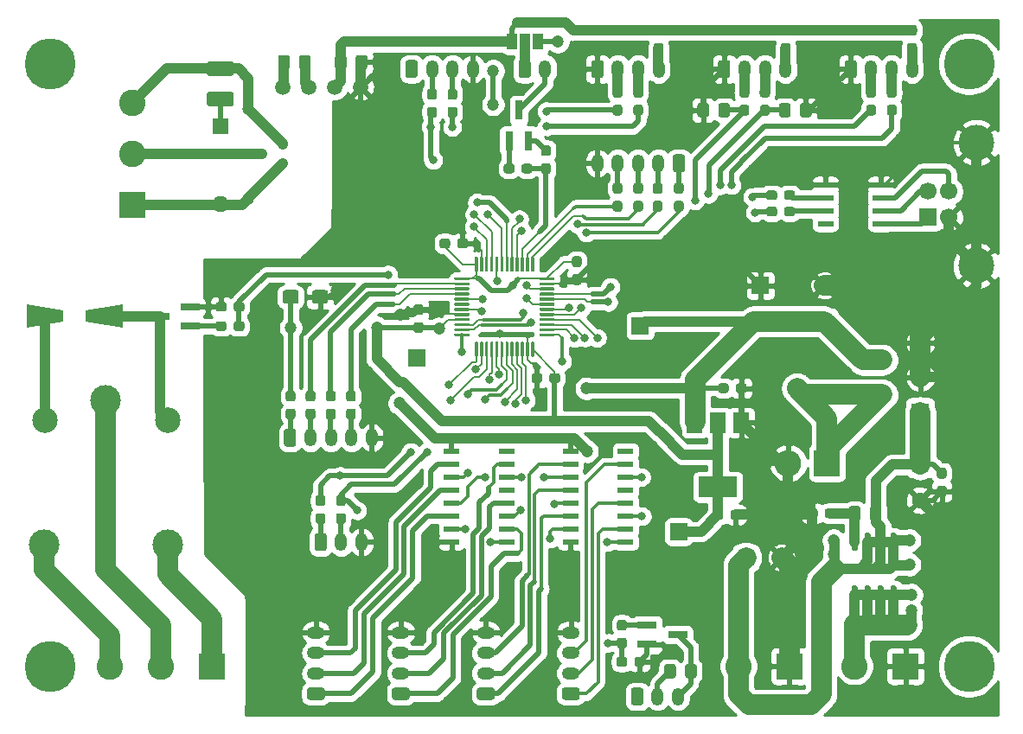
<source format=gbr>
%TF.GenerationSoftware,KiCad,Pcbnew,5.1.10*%
%TF.CreationDate,2021-08-09T17:29:30+03:00*%
%TF.ProjectId,stm32,73746d33-322e-46b6-9963-61645f706362,rev?*%
%TF.SameCoordinates,Original*%
%TF.FileFunction,Copper,L1,Top*%
%TF.FilePolarity,Positive*%
%FSLAX46Y46*%
G04 Gerber Fmt 4.6, Leading zero omitted, Abs format (unit mm)*
G04 Created by KiCad (PCBNEW 5.1.10) date 2021-08-09 17:29:30*
%MOMM*%
%LPD*%
G01*
G04 APERTURE LIST*
%TA.AperFunction,SMDPad,CuDef*%
%ADD10R,1.500000X0.600000*%
%TD*%
%TA.AperFunction,ComponentPad*%
%ADD11C,1.600000*%
%TD*%
%TA.AperFunction,ComponentPad*%
%ADD12R,1.600000X1.600000*%
%TD*%
%TA.AperFunction,SMDPad,CuDef*%
%ADD13C,0.100000*%
%TD*%
%TA.AperFunction,SMDPad,CuDef*%
%ADD14R,1.550000X0.600000*%
%TD*%
%TA.AperFunction,ComponentPad*%
%ADD15R,2.600000X2.600000*%
%TD*%
%TA.AperFunction,ComponentPad*%
%ADD16O,2.600000X2.600000*%
%TD*%
%TA.AperFunction,ComponentPad*%
%ADD17C,2.600000*%
%TD*%
%TA.AperFunction,ComponentPad*%
%ADD18C,2.500000*%
%TD*%
%TA.AperFunction,ComponentPad*%
%ADD19C,3.000000*%
%TD*%
%TA.AperFunction,ComponentPad*%
%ADD20O,1.600000X1.600000*%
%TD*%
%TA.AperFunction,ComponentPad*%
%ADD21R,1.700000X1.700000*%
%TD*%
%TA.AperFunction,ComponentPad*%
%ADD22O,1.200000X1.750000*%
%TD*%
%TA.AperFunction,ComponentPad*%
%ADD23O,1.750000X1.200000*%
%TD*%
%TA.AperFunction,ComponentPad*%
%ADD24R,1.800000X1.800000*%
%TD*%
%TA.AperFunction,ComponentPad*%
%ADD25O,1.800000X1.800000*%
%TD*%
%TA.AperFunction,ComponentPad*%
%ADD26C,5.000000*%
%TD*%
%TA.AperFunction,ComponentPad*%
%ADD27C,1.500000*%
%TD*%
%TA.AperFunction,SMDPad,CuDef*%
%ADD28R,0.900000X0.800000*%
%TD*%
%TA.AperFunction,SMDPad,CuDef*%
%ADD29R,1.900000X0.800000*%
%TD*%
%TA.AperFunction,SMDPad,CuDef*%
%ADD30R,0.800000X1.900000*%
%TD*%
%TA.AperFunction,SMDPad,CuDef*%
%ADD31R,3.800000X2.000000*%
%TD*%
%TA.AperFunction,SMDPad,CuDef*%
%ADD32R,1.500000X2.000000*%
%TD*%
%TA.AperFunction,ComponentPad*%
%ADD33C,1.700000*%
%TD*%
%TA.AperFunction,ComponentPad*%
%ADD34C,3.500000*%
%TD*%
%TA.AperFunction,ComponentPad*%
%ADD35C,2.000000*%
%TD*%
%TA.AperFunction,SMDPad,CuDef*%
%ADD36R,1.000000X1.500000*%
%TD*%
%TA.AperFunction,ViaPad*%
%ADD37C,1.200000*%
%TD*%
%TA.AperFunction,ViaPad*%
%ADD38C,0.800000*%
%TD*%
%TA.AperFunction,Conductor*%
%ADD39C,1.000000*%
%TD*%
%TA.AperFunction,Conductor*%
%ADD40C,0.500000*%
%TD*%
%TA.AperFunction,Conductor*%
%ADD41C,0.200000*%
%TD*%
%TA.AperFunction,Conductor*%
%ADD42C,2.000000*%
%TD*%
%TA.AperFunction,Conductor*%
%ADD43C,0.300000*%
%TD*%
%TA.AperFunction,Conductor*%
%ADD44C,0.254000*%
%TD*%
%TA.AperFunction,Conductor*%
%ADD45C,0.100000*%
%TD*%
G04 APERTURE END LIST*
D10*
%TO.P,U5,16*%
%TO.N,N/C*%
X121361200Y-111937800D03*
%TO.P,U5,15*%
%TO.N,Net-(J17-Pad3)*%
X121361200Y-113207800D03*
%TO.P,U5,14*%
%TO.N,/Ext2*%
X121361200Y-114477800D03*
%TO.P,U5,13*%
%TO.N,N/C*%
X121361200Y-115747800D03*
%TO.P,U5,12*%
%TO.N,Net-(J17-Pad2)*%
X121361200Y-117017800D03*
%TO.P,U5,11*%
%TO.N,/Ext1*%
X121361200Y-118287800D03*
%TO.P,U5,10*%
%TO.N,Net-(J17-Pad1)*%
X121361200Y-119557800D03*
%TO.P,U5,9*%
%TO.N,/Ext0*%
X121361200Y-120827800D03*
%TO.P,U5,8*%
%TO.N,GND*%
X115961200Y-120827800D03*
%TO.P,U5,7*%
%TO.N,/CLK3*%
X115961200Y-119557800D03*
%TO.P,U5,6*%
%TO.N,Net-(J16-Pad1)*%
X115961200Y-118287800D03*
%TO.P,U5,5*%
%TO.N,/DIR3*%
X115961200Y-117017800D03*
%TO.P,U5,4*%
%TO.N,Net-(J16-Pad2)*%
X115961200Y-115747800D03*
%TO.P,U5,3*%
%TO.N,/~EN3*%
X115961200Y-114477800D03*
%TO.P,U5,2*%
%TO.N,Net-(J16-Pad3)*%
X115961200Y-113207800D03*
%TO.P,U5,1*%
%TO.N,+5V*%
X115961200Y-111937800D03*
%TD*%
%TO.P,C1,2*%
%TO.N,GND*%
%TA.AperFunction,SMDPad,CuDef*%
G36*
G01*
X94947000Y-74287801D02*
X94947000Y-73387799D01*
G75*
G02*
X95196999Y-73137800I249999J0D01*
G01*
X95847001Y-73137800D01*
G75*
G02*
X96097000Y-73387799I0J-249999D01*
G01*
X96097000Y-74287801D01*
G75*
G02*
X95847001Y-74537800I-249999J0D01*
G01*
X95196999Y-74537800D01*
G75*
G02*
X94947000Y-74287801I0J249999D01*
G01*
G37*
%TD.AperFunction*%
%TO.P,C1,1*%
%TO.N,+5V*%
%TA.AperFunction,SMDPad,CuDef*%
G36*
G01*
X92897000Y-74287801D02*
X92897000Y-73387799D01*
G75*
G02*
X93146999Y-73137800I249999J0D01*
G01*
X93797001Y-73137800D01*
G75*
G02*
X94047000Y-73387799I0J-249999D01*
G01*
X94047000Y-74287801D01*
G75*
G02*
X93797001Y-74537800I-249999J0D01*
G01*
X93146999Y-74537800D01*
G75*
G02*
X92897000Y-74287801I0J249999D01*
G01*
G37*
%TD.AperFunction*%
%TD*%
%TO.P,C5,1*%
%TO.N,GND*%
%TA.AperFunction,SMDPad,CuDef*%
G36*
G01*
X105935000Y-91354900D02*
X105935000Y-91829900D01*
G75*
G02*
X105697500Y-92067400I-237500J0D01*
G01*
X105122500Y-92067400D01*
G75*
G02*
X104885000Y-91829900I0J237500D01*
G01*
X104885000Y-91354900D01*
G75*
G02*
X105122500Y-91117400I237500J0D01*
G01*
X105697500Y-91117400D01*
G75*
G02*
X105935000Y-91354900I0J-237500D01*
G01*
G37*
%TD.AperFunction*%
%TO.P,C5,2*%
%TO.N,+3V3*%
%TA.AperFunction,SMDPad,CuDef*%
G36*
G01*
X104185000Y-91354900D02*
X104185000Y-91829900D01*
G75*
G02*
X103947500Y-92067400I-237500J0D01*
G01*
X103372500Y-92067400D01*
G75*
G02*
X103135000Y-91829900I0J237500D01*
G01*
X103135000Y-91354900D01*
G75*
G02*
X103372500Y-91117400I237500J0D01*
G01*
X103947500Y-91117400D01*
G75*
G02*
X104185000Y-91354900I0J-237500D01*
G01*
G37*
%TD.AperFunction*%
%TD*%
%TO.P,C6,2*%
%TO.N,+3V3*%
%TA.AperFunction,SMDPad,CuDef*%
G36*
G01*
X116823500Y-93898000D02*
X116348500Y-93898000D01*
G75*
G02*
X116111000Y-93660500I0J237500D01*
G01*
X116111000Y-93085500D01*
G75*
G02*
X116348500Y-92848000I237500J0D01*
G01*
X116823500Y-92848000D01*
G75*
G02*
X117061000Y-93085500I0J-237500D01*
G01*
X117061000Y-93660500D01*
G75*
G02*
X116823500Y-93898000I-237500J0D01*
G01*
G37*
%TD.AperFunction*%
%TO.P,C6,1*%
%TO.N,GND*%
%TA.AperFunction,SMDPad,CuDef*%
G36*
G01*
X116823500Y-95648000D02*
X116348500Y-95648000D01*
G75*
G02*
X116111000Y-95410500I0J237500D01*
G01*
X116111000Y-94835500D01*
G75*
G02*
X116348500Y-94598000I237500J0D01*
G01*
X116823500Y-94598000D01*
G75*
G02*
X117061000Y-94835500I0J-237500D01*
G01*
X117061000Y-95410500D01*
G75*
G02*
X116823500Y-95648000I-237500J0D01*
G01*
G37*
%TD.AperFunction*%
%TD*%
%TO.P,C7,1*%
%TO.N,GND*%
%TA.AperFunction,SMDPad,CuDef*%
G36*
G01*
X112152000Y-105012500D02*
X112152000Y-104537500D01*
G75*
G02*
X112389500Y-104300000I237500J0D01*
G01*
X112964500Y-104300000D01*
G75*
G02*
X113202000Y-104537500I0J-237500D01*
G01*
X113202000Y-105012500D01*
G75*
G02*
X112964500Y-105250000I-237500J0D01*
G01*
X112389500Y-105250000D01*
G75*
G02*
X112152000Y-105012500I0J237500D01*
G01*
G37*
%TD.AperFunction*%
%TO.P,C7,2*%
%TO.N,+3V3*%
%TA.AperFunction,SMDPad,CuDef*%
G36*
G01*
X113902000Y-105012500D02*
X113902000Y-104537500D01*
G75*
G02*
X114139500Y-104300000I237500J0D01*
G01*
X114714500Y-104300000D01*
G75*
G02*
X114952000Y-104537500I0J-237500D01*
G01*
X114952000Y-105012500D01*
G75*
G02*
X114714500Y-105250000I-237500J0D01*
G01*
X114139500Y-105250000D01*
G75*
G02*
X113902000Y-105012500I0J237500D01*
G01*
G37*
%TD.AperFunction*%
%TD*%
%TO.P,C4,1*%
%TO.N,Net-(C4-Pad1)*%
%TA.AperFunction,SMDPad,CuDef*%
G36*
G01*
X87334400Y-74287801D02*
X87334400Y-73387799D01*
G75*
G02*
X87584399Y-73137800I249999J0D01*
G01*
X88234401Y-73137800D01*
G75*
G02*
X88484400Y-73387799I0J-249999D01*
G01*
X88484400Y-74287801D01*
G75*
G02*
X88234401Y-74537800I-249999J0D01*
G01*
X87584399Y-74537800D01*
G75*
G02*
X87334400Y-74287801I0J249999D01*
G01*
G37*
%TD.AperFunction*%
%TO.P,C4,2*%
%TO.N,Earth*%
%TA.AperFunction,SMDPad,CuDef*%
G36*
G01*
X89384400Y-74287801D02*
X89384400Y-73387799D01*
G75*
G02*
X89634399Y-73137800I249999J0D01*
G01*
X90284401Y-73137800D01*
G75*
G02*
X90534400Y-73387799I0J-249999D01*
G01*
X90534400Y-74287801D01*
G75*
G02*
X90284401Y-74537800I-249999J0D01*
G01*
X89634399Y-74537800D01*
G75*
G02*
X89384400Y-74287801I0J249999D01*
G01*
G37*
%TD.AperFunction*%
%TD*%
%TO.P,C8,2*%
%TO.N,+3V3*%
%TA.AperFunction,SMDPad,CuDef*%
G36*
G01*
X100854500Y-99297000D02*
X101329500Y-99297000D01*
G75*
G02*
X101567000Y-99534500I0J-237500D01*
G01*
X101567000Y-100109500D01*
G75*
G02*
X101329500Y-100347000I-237500J0D01*
G01*
X100854500Y-100347000D01*
G75*
G02*
X100617000Y-100109500I0J237500D01*
G01*
X100617000Y-99534500D01*
G75*
G02*
X100854500Y-99297000I237500J0D01*
G01*
G37*
%TD.AperFunction*%
%TO.P,C8,1*%
%TO.N,GND*%
%TA.AperFunction,SMDPad,CuDef*%
G36*
G01*
X100854500Y-97547000D02*
X101329500Y-97547000D01*
G75*
G02*
X101567000Y-97784500I0J-237500D01*
G01*
X101567000Y-98359500D01*
G75*
G02*
X101329500Y-98597000I-237500J0D01*
G01*
X100854500Y-98597000D01*
G75*
G02*
X100617000Y-98359500I0J237500D01*
G01*
X100617000Y-97784500D01*
G75*
G02*
X100854500Y-97547000I237500J0D01*
G01*
G37*
%TD.AperFunction*%
%TD*%
%TO.P,C9,2*%
%TO.N,GND*%
%TA.AperFunction,SMDPad,CuDef*%
G36*
G01*
X152086300Y-115321800D02*
X152561300Y-115321800D01*
G75*
G02*
X152798800Y-115559300I0J-237500D01*
G01*
X152798800Y-116134300D01*
G75*
G02*
X152561300Y-116371800I-237500J0D01*
G01*
X152086300Y-116371800D01*
G75*
G02*
X151848800Y-116134300I0J237500D01*
G01*
X151848800Y-115559300D01*
G75*
G02*
X152086300Y-115321800I237500J0D01*
G01*
G37*
%TD.AperFunction*%
%TO.P,C9,1*%
%TO.N,Net-(C10-Pad1)*%
%TA.AperFunction,SMDPad,CuDef*%
G36*
G01*
X152086300Y-113571800D02*
X152561300Y-113571800D01*
G75*
G02*
X152798800Y-113809300I0J-237500D01*
G01*
X152798800Y-114384300D01*
G75*
G02*
X152561300Y-114621800I-237500J0D01*
G01*
X152086300Y-114621800D01*
G75*
G02*
X151848800Y-114384300I0J237500D01*
G01*
X151848800Y-113809300D01*
G75*
G02*
X152086300Y-113571800I237500J0D01*
G01*
G37*
%TD.AperFunction*%
%TD*%
D11*
%TO.P,C10,2*%
%TO.N,GND*%
X150190200Y-116733200D03*
D12*
%TO.P,C10,1*%
%TO.N,Net-(C10-Pad1)*%
X150190200Y-113233200D03*
%TD*%
%TO.P,C11,1*%
%TO.N,+5V*%
%TA.AperFunction,SMDPad,CuDef*%
G36*
G01*
X130414600Y-106003100D02*
X130414600Y-105528100D01*
G75*
G02*
X130652100Y-105290600I237500J0D01*
G01*
X131227100Y-105290600D01*
G75*
G02*
X131464600Y-105528100I0J-237500D01*
G01*
X131464600Y-106003100D01*
G75*
G02*
X131227100Y-106240600I-237500J0D01*
G01*
X130652100Y-106240600D01*
G75*
G02*
X130414600Y-106003100I0J237500D01*
G01*
G37*
%TD.AperFunction*%
%TO.P,C11,2*%
%TO.N,GND*%
%TA.AperFunction,SMDPad,CuDef*%
G36*
G01*
X132164600Y-106003100D02*
X132164600Y-105528100D01*
G75*
G02*
X132402100Y-105290600I237500J0D01*
G01*
X132977100Y-105290600D01*
G75*
G02*
X133214600Y-105528100I0J-237500D01*
G01*
X133214600Y-106003100D01*
G75*
G02*
X132977100Y-106240600I-237500J0D01*
G01*
X132402100Y-106240600D01*
G75*
G02*
X132164600Y-106003100I0J237500D01*
G01*
G37*
%TD.AperFunction*%
%TD*%
%TO.P,C12,1*%
%TO.N,+3V3*%
%TA.AperFunction,SMDPad,CuDef*%
G36*
G01*
X87782300Y-97249801D02*
X87782300Y-96399799D01*
G75*
G02*
X88032299Y-96149800I249999J0D01*
G01*
X89107301Y-96149800D01*
G75*
G02*
X89357300Y-96399799I0J-249999D01*
G01*
X89357300Y-97249801D01*
G75*
G02*
X89107301Y-97499800I-249999J0D01*
G01*
X88032299Y-97499800D01*
G75*
G02*
X87782300Y-97249801I0J249999D01*
G01*
G37*
%TD.AperFunction*%
%TO.P,C12,2*%
%TO.N,GND*%
%TA.AperFunction,SMDPad,CuDef*%
G36*
G01*
X90657300Y-97249801D02*
X90657300Y-96399799D01*
G75*
G02*
X90907299Y-96149800I249999J0D01*
G01*
X91982301Y-96149800D01*
G75*
G02*
X92232300Y-96399799I0J-249999D01*
G01*
X92232300Y-97249801D01*
G75*
G02*
X91982301Y-97499800I-249999J0D01*
G01*
X90907299Y-97499800D01*
G75*
G02*
X90657300Y-97249801I0J249999D01*
G01*
G37*
%TD.AperFunction*%
%TD*%
%TO.P,C14,1*%
%TO.N,+5V*%
X140817600Y-99212400D03*
D11*
%TO.P,C14,2*%
%TO.N,GND*%
X140817600Y-95712400D03*
%TD*%
%TO.P,C15,1*%
%TO.N,+3V3*%
%TA.AperFunction,SMDPad,CuDef*%
G36*
G01*
X129881200Y-118398300D02*
X129881200Y-117923300D01*
G75*
G02*
X130118700Y-117685800I237500J0D01*
G01*
X130693700Y-117685800D01*
G75*
G02*
X130931200Y-117923300I0J-237500D01*
G01*
X130931200Y-118398300D01*
G75*
G02*
X130693700Y-118635800I-237500J0D01*
G01*
X130118700Y-118635800D01*
G75*
G02*
X129881200Y-118398300I0J237500D01*
G01*
G37*
%TD.AperFunction*%
%TO.P,C15,2*%
%TO.N,GND*%
%TA.AperFunction,SMDPad,CuDef*%
G36*
G01*
X131631200Y-118398300D02*
X131631200Y-117923300D01*
G75*
G02*
X131868700Y-117685800I237500J0D01*
G01*
X132443700Y-117685800D01*
G75*
G02*
X132681200Y-117923300I0J-237500D01*
G01*
X132681200Y-118398300D01*
G75*
G02*
X132443700Y-118635800I-237500J0D01*
G01*
X131868700Y-118635800D01*
G75*
G02*
X131631200Y-118398300I0J237500D01*
G01*
G37*
%TD.AperFunction*%
%TD*%
%TA.AperFunction,SMDPad,CuDef*%
D13*
%TO.P,D10,1*%
%TO.N,+5V*%
G36*
X62707200Y-99854400D02*
G01*
X62707200Y-97554400D01*
X66307200Y-98154400D01*
X66307200Y-99254400D01*
X62707200Y-99854400D01*
G37*
%TD.AperFunction*%
%TA.AperFunction,SMDPad,CuDef*%
%TO.P,D10,2*%
%TO.N,Net-(D10-Pad2)*%
G36*
X72107200Y-97554400D02*
G01*
X72107200Y-99854400D01*
X68507200Y-99254400D01*
X68507200Y-98154400D01*
X72107200Y-97554400D01*
G37*
%TD.AperFunction*%
%TD*%
D14*
%TO.P,D9,1*%
%TO.N,Net-(D9-Pad1)*%
X146337000Y-89636600D03*
%TO.P,D9,2*%
%TO.N,Net-(D9-Pad2)*%
X146337000Y-88366600D03*
%TO.P,D9,3*%
%TO.N,Net-(D9-Pad3)*%
X146337000Y-87096600D03*
%TO.P,D9,4*%
%TO.N,GND*%
X146337000Y-85826600D03*
%TO.P,D9,5*%
X140937000Y-85826600D03*
%TO.P,D9,6*%
%TO.N,Net-(D9-Pad6)*%
X140937000Y-87096600D03*
%TO.P,D9,7*%
%TO.N,Net-(D9-Pad7)*%
X140937000Y-88366600D03*
%TO.P,D9,8*%
%TO.N,N/C*%
X140937000Y-89636600D03*
%TD*%
%TO.P,D11,1*%
%TO.N,Net-(C10-Pad1)*%
%TA.AperFunction,SMDPad,CuDef*%
G36*
G01*
X146421800Y-117558399D02*
X146421800Y-118458401D01*
G75*
G02*
X146171801Y-118708400I-249999J0D01*
G01*
X145521799Y-118708400D01*
G75*
G02*
X145271800Y-118458401I0J249999D01*
G01*
X145271800Y-117558399D01*
G75*
G02*
X145521799Y-117308400I249999J0D01*
G01*
X146171801Y-117308400D01*
G75*
G02*
X146421800Y-117558399I0J-249999D01*
G01*
G37*
%TD.AperFunction*%
%TO.P,D11,2*%
%TO.N,Net-(D11-Pad2)*%
%TA.AperFunction,SMDPad,CuDef*%
G36*
G01*
X144371800Y-117558399D02*
X144371800Y-118458401D01*
G75*
G02*
X144121801Y-118708400I-249999J0D01*
G01*
X143471799Y-118708400D01*
G75*
G02*
X143221800Y-118458401I0J249999D01*
G01*
X143221800Y-117558399D01*
G75*
G02*
X143471799Y-117308400I249999J0D01*
G01*
X144121801Y-117308400D01*
G75*
G02*
X144371800Y-117558399I0J-249999D01*
G01*
G37*
%TD.AperFunction*%
%TD*%
D15*
%TO.P,D12,1*%
%TO.N,Net-(D12-Pad1)*%
X141097000Y-113106200D03*
D16*
%TO.P,D12,2*%
%TO.N,GND*%
X137287000Y-113106200D03*
%TD*%
D15*
%TO.P,J12,1*%
%TO.N,GND*%
X148767800Y-132994400D03*
D17*
%TO.P,J12,2*%
%TO.N,Net-(J12-Pad2)*%
X143767800Y-132994400D03*
%TD*%
D15*
%TO.P,J10,1*%
%TO.N,Net-(J10-Pad1)*%
X80861900Y-133057700D03*
D17*
%TO.P,J10,2*%
%TO.N,Net-(J10-Pad2)*%
X75861900Y-133057700D03*
%TO.P,J10,3*%
%TO.N,Net-(J10-Pad3)*%
X70861900Y-133057700D03*
%TD*%
%TO.P,J7,3*%
%TO.N,/CANH*%
X73101200Y-77782400D03*
%TO.P,J7,2*%
%TO.N,Earth*%
X73101200Y-82782400D03*
D15*
%TO.P,J7,1*%
%TO.N,/CANL*%
X73101200Y-87782400D03*
%TD*%
D18*
%TO.P,K1,2*%
%TO.N,Net-(D10-Pad2)*%
X76509600Y-108858600D03*
D19*
%TO.P,K1,3*%
%TO.N,Net-(J10-Pad1)*%
X76509600Y-121058600D03*
%TO.P,K1,4*%
%TO.N,Net-(J10-Pad3)*%
X64459600Y-121108600D03*
D18*
%TO.P,K1,5*%
%TO.N,+5V*%
X64509600Y-108858600D03*
D19*
%TO.P,K1,1*%
%TO.N,Net-(J10-Pad2)*%
X70459600Y-106908600D03*
%TD*%
%TO.P,Q5,1*%
%TO.N,Net-(C10-Pad1)*%
%TA.AperFunction,SMDPad,CuDef*%
G36*
G01*
X147449400Y-119933600D02*
X147749400Y-119933600D01*
G75*
G02*
X147899400Y-120083600I0J-150000D01*
G01*
X147899400Y-121533600D01*
G75*
G02*
X147749400Y-121683600I-150000J0D01*
G01*
X147449400Y-121683600D01*
G75*
G02*
X147299400Y-121533600I0J150000D01*
G01*
X147299400Y-120083600D01*
G75*
G02*
X147449400Y-119933600I150000J0D01*
G01*
G37*
%TD.AperFunction*%
%TO.P,Q5,2*%
%TA.AperFunction,SMDPad,CuDef*%
G36*
G01*
X146179400Y-119933600D02*
X146479400Y-119933600D01*
G75*
G02*
X146629400Y-120083600I0J-150000D01*
G01*
X146629400Y-121533600D01*
G75*
G02*
X146479400Y-121683600I-150000J0D01*
G01*
X146179400Y-121683600D01*
G75*
G02*
X146029400Y-121533600I0J150000D01*
G01*
X146029400Y-120083600D01*
G75*
G02*
X146179400Y-119933600I150000J0D01*
G01*
G37*
%TD.AperFunction*%
%TO.P,Q5,3*%
%TA.AperFunction,SMDPad,CuDef*%
G36*
G01*
X144909400Y-119933600D02*
X145209400Y-119933600D01*
G75*
G02*
X145359400Y-120083600I0J-150000D01*
G01*
X145359400Y-121533600D01*
G75*
G02*
X145209400Y-121683600I-150000J0D01*
G01*
X144909400Y-121683600D01*
G75*
G02*
X144759400Y-121533600I0J150000D01*
G01*
X144759400Y-120083600D01*
G75*
G02*
X144909400Y-119933600I150000J0D01*
G01*
G37*
%TD.AperFunction*%
%TO.P,Q5,4*%
%TO.N,Net-(D11-Pad2)*%
%TA.AperFunction,SMDPad,CuDef*%
G36*
G01*
X143639400Y-119933600D02*
X143939400Y-119933600D01*
G75*
G02*
X144089400Y-120083600I0J-150000D01*
G01*
X144089400Y-121533600D01*
G75*
G02*
X143939400Y-121683600I-150000J0D01*
G01*
X143639400Y-121683600D01*
G75*
G02*
X143489400Y-121533600I0J150000D01*
G01*
X143489400Y-120083600D01*
G75*
G02*
X143639400Y-119933600I150000J0D01*
G01*
G37*
%TD.AperFunction*%
%TO.P,Q5,5*%
%TO.N,Net-(J12-Pad2)*%
%TA.AperFunction,SMDPad,CuDef*%
G36*
G01*
X143639400Y-125083600D02*
X143939400Y-125083600D01*
G75*
G02*
X144089400Y-125233600I0J-150000D01*
G01*
X144089400Y-126683600D01*
G75*
G02*
X143939400Y-126833600I-150000J0D01*
G01*
X143639400Y-126833600D01*
G75*
G02*
X143489400Y-126683600I0J150000D01*
G01*
X143489400Y-125233600D01*
G75*
G02*
X143639400Y-125083600I150000J0D01*
G01*
G37*
%TD.AperFunction*%
%TO.P,Q5,6*%
%TA.AperFunction,SMDPad,CuDef*%
G36*
G01*
X144909400Y-125083600D02*
X145209400Y-125083600D01*
G75*
G02*
X145359400Y-125233600I0J-150000D01*
G01*
X145359400Y-126683600D01*
G75*
G02*
X145209400Y-126833600I-150000J0D01*
G01*
X144909400Y-126833600D01*
G75*
G02*
X144759400Y-126683600I0J150000D01*
G01*
X144759400Y-125233600D01*
G75*
G02*
X144909400Y-125083600I150000J0D01*
G01*
G37*
%TD.AperFunction*%
%TO.P,Q5,7*%
%TA.AperFunction,SMDPad,CuDef*%
G36*
G01*
X146179400Y-125083600D02*
X146479400Y-125083600D01*
G75*
G02*
X146629400Y-125233600I0J-150000D01*
G01*
X146629400Y-126683600D01*
G75*
G02*
X146479400Y-126833600I-150000J0D01*
G01*
X146179400Y-126833600D01*
G75*
G02*
X146029400Y-126683600I0J150000D01*
G01*
X146029400Y-125233600D01*
G75*
G02*
X146179400Y-125083600I150000J0D01*
G01*
G37*
%TD.AperFunction*%
%TO.P,Q5,8*%
%TA.AperFunction,SMDPad,CuDef*%
G36*
G01*
X147449400Y-125083600D02*
X147749400Y-125083600D01*
G75*
G02*
X147899400Y-125233600I0J-150000D01*
G01*
X147899400Y-126683600D01*
G75*
G02*
X147749400Y-126833600I-150000J0D01*
G01*
X147449400Y-126833600D01*
G75*
G02*
X147299400Y-126683600I0J150000D01*
G01*
X147299400Y-125233600D01*
G75*
G02*
X147449400Y-125083600I150000J0D01*
G01*
G37*
%TD.AperFunction*%
%TD*%
%TO.P,R2,1*%
%TO.N,Net-(J1-Pad2)*%
%TA.AperFunction,SMDPad,CuDef*%
G36*
G01*
X93734900Y-119051500D02*
X93259900Y-119051500D01*
G75*
G02*
X93022400Y-118814000I0J237500D01*
G01*
X93022400Y-118239000D01*
G75*
G02*
X93259900Y-118001500I237500J0D01*
G01*
X93734900Y-118001500D01*
G75*
G02*
X93972400Y-118239000I0J-237500D01*
G01*
X93972400Y-118814000D01*
G75*
G02*
X93734900Y-119051500I-237500J0D01*
G01*
G37*
%TD.AperFunction*%
%TO.P,R2,2*%
%TO.N,/ADC2*%
%TA.AperFunction,SMDPad,CuDef*%
G36*
G01*
X93734900Y-117301500D02*
X93259900Y-117301500D01*
G75*
G02*
X93022400Y-117064000I0J237500D01*
G01*
X93022400Y-116489000D01*
G75*
G02*
X93259900Y-116251500I237500J0D01*
G01*
X93734900Y-116251500D01*
G75*
G02*
X93972400Y-116489000I0J-237500D01*
G01*
X93972400Y-117064000D01*
G75*
G02*
X93734900Y-117301500I-237500J0D01*
G01*
G37*
%TD.AperFunction*%
%TD*%
%TO.P,R14,2*%
%TO.N,/I2C1_SCL*%
%TA.AperFunction,SMDPad,CuDef*%
G36*
G01*
X102175300Y-78212400D02*
X102650300Y-78212400D01*
G75*
G02*
X102887800Y-78449900I0J-237500D01*
G01*
X102887800Y-79024900D01*
G75*
G02*
X102650300Y-79262400I-237500J0D01*
G01*
X102175300Y-79262400D01*
G75*
G02*
X101937800Y-79024900I0J237500D01*
G01*
X101937800Y-78449900D01*
G75*
G02*
X102175300Y-78212400I237500J0D01*
G01*
G37*
%TD.AperFunction*%
%TO.P,R14,1*%
%TO.N,Net-(J5-Pad2)*%
%TA.AperFunction,SMDPad,CuDef*%
G36*
G01*
X102175300Y-76462400D02*
X102650300Y-76462400D01*
G75*
G02*
X102887800Y-76699900I0J-237500D01*
G01*
X102887800Y-77274900D01*
G75*
G02*
X102650300Y-77512400I-237500J0D01*
G01*
X102175300Y-77512400D01*
G75*
G02*
X101937800Y-77274900I0J237500D01*
G01*
X101937800Y-76699900D01*
G75*
G02*
X102175300Y-76462400I237500J0D01*
G01*
G37*
%TD.AperFunction*%
%TD*%
%TO.P,R15,1*%
%TO.N,Net-(J5-Pad3)*%
%TA.AperFunction,SMDPad,CuDef*%
G36*
G01*
X104181900Y-76462400D02*
X104656900Y-76462400D01*
G75*
G02*
X104894400Y-76699900I0J-237500D01*
G01*
X104894400Y-77274900D01*
G75*
G02*
X104656900Y-77512400I-237500J0D01*
G01*
X104181900Y-77512400D01*
G75*
G02*
X103944400Y-77274900I0J237500D01*
G01*
X103944400Y-76699900D01*
G75*
G02*
X104181900Y-76462400I237500J0D01*
G01*
G37*
%TD.AperFunction*%
%TO.P,R15,2*%
%TO.N,/I2C1_SDA*%
%TA.AperFunction,SMDPad,CuDef*%
G36*
G01*
X104181900Y-78212400D02*
X104656900Y-78212400D01*
G75*
G02*
X104894400Y-78449900I0J-237500D01*
G01*
X104894400Y-79024900D01*
G75*
G02*
X104656900Y-79262400I-237500J0D01*
G01*
X104181900Y-79262400D01*
G75*
G02*
X103944400Y-79024900I0J237500D01*
G01*
X103944400Y-78449900D01*
G75*
G02*
X104181900Y-78212400I237500J0D01*
G01*
G37*
%TD.AperFunction*%
%TD*%
%TO.P,R20,2*%
%TO.N,/Relay*%
%TA.AperFunction,SMDPad,CuDef*%
G36*
G01*
X82987600Y-98027500D02*
X82987600Y-97552500D01*
G75*
G02*
X83225100Y-97315000I237500J0D01*
G01*
X83800100Y-97315000D01*
G75*
G02*
X84037600Y-97552500I0J-237500D01*
G01*
X84037600Y-98027500D01*
G75*
G02*
X83800100Y-98265000I-237500J0D01*
G01*
X83225100Y-98265000D01*
G75*
G02*
X82987600Y-98027500I0J237500D01*
G01*
G37*
%TD.AperFunction*%
%TO.P,R20,1*%
%TO.N,GND*%
%TA.AperFunction,SMDPad,CuDef*%
G36*
G01*
X81237600Y-98027500D02*
X81237600Y-97552500D01*
G75*
G02*
X81475100Y-97315000I237500J0D01*
G01*
X82050100Y-97315000D01*
G75*
G02*
X82287600Y-97552500I0J-237500D01*
G01*
X82287600Y-98027500D01*
G75*
G02*
X82050100Y-98265000I-237500J0D01*
G01*
X81475100Y-98265000D01*
G75*
G02*
X81237600Y-98027500I0J237500D01*
G01*
G37*
%TD.AperFunction*%
%TD*%
%TO.P,R21,1*%
%TO.N,Net-(Q3-Pad1)*%
%TA.AperFunction,SMDPad,CuDef*%
G36*
G01*
X81237600Y-99932500D02*
X81237600Y-99457500D01*
G75*
G02*
X81475100Y-99220000I237500J0D01*
G01*
X82050100Y-99220000D01*
G75*
G02*
X82287600Y-99457500I0J-237500D01*
G01*
X82287600Y-99932500D01*
G75*
G02*
X82050100Y-100170000I-237500J0D01*
G01*
X81475100Y-100170000D01*
G75*
G02*
X81237600Y-99932500I0J237500D01*
G01*
G37*
%TD.AperFunction*%
%TO.P,R21,2*%
%TO.N,/Relay*%
%TA.AperFunction,SMDPad,CuDef*%
G36*
G01*
X82987600Y-99932500D02*
X82987600Y-99457500D01*
G75*
G02*
X83225100Y-99220000I237500J0D01*
G01*
X83800100Y-99220000D01*
G75*
G02*
X84037600Y-99457500I0J-237500D01*
G01*
X84037600Y-99932500D01*
G75*
G02*
X83800100Y-100170000I-237500J0D01*
G01*
X83225100Y-100170000D01*
G75*
G02*
X82987600Y-99932500I0J237500D01*
G01*
G37*
%TD.AperFunction*%
%TD*%
%TO.P,R30,1*%
%TO.N,Net-(D9-Pad7)*%
%TA.AperFunction,SMDPad,CuDef*%
G36*
G01*
X137939000Y-88230700D02*
X137939000Y-88705700D01*
G75*
G02*
X137701500Y-88943200I-237500J0D01*
G01*
X137126500Y-88943200D01*
G75*
G02*
X136889000Y-88705700I0J237500D01*
G01*
X136889000Y-88230700D01*
G75*
G02*
X137126500Y-87993200I237500J0D01*
G01*
X137701500Y-87993200D01*
G75*
G02*
X137939000Y-88230700I0J-237500D01*
G01*
G37*
%TD.AperFunction*%
%TO.P,R30,2*%
%TO.N,Net-(R30-Pad2)*%
%TA.AperFunction,SMDPad,CuDef*%
G36*
G01*
X136189000Y-88230700D02*
X136189000Y-88705700D01*
G75*
G02*
X135951500Y-88943200I-237500J0D01*
G01*
X135376500Y-88943200D01*
G75*
G02*
X135139000Y-88705700I0J237500D01*
G01*
X135139000Y-88230700D01*
G75*
G02*
X135376500Y-87993200I237500J0D01*
G01*
X135951500Y-87993200D01*
G75*
G02*
X136189000Y-88230700I0J-237500D01*
G01*
G37*
%TD.AperFunction*%
%TD*%
%TO.P,R31,1*%
%TO.N,Net-(D9-Pad6)*%
%TA.AperFunction,SMDPad,CuDef*%
G36*
G01*
X137939000Y-86630500D02*
X137939000Y-87105500D01*
G75*
G02*
X137701500Y-87343000I-237500J0D01*
G01*
X137126500Y-87343000D01*
G75*
G02*
X136889000Y-87105500I0J237500D01*
G01*
X136889000Y-86630500D01*
G75*
G02*
X137126500Y-86393000I237500J0D01*
G01*
X137701500Y-86393000D01*
G75*
G02*
X137939000Y-86630500I0J-237500D01*
G01*
G37*
%TD.AperFunction*%
%TO.P,R31,2*%
%TO.N,Net-(R31-Pad2)*%
%TA.AperFunction,SMDPad,CuDef*%
G36*
G01*
X136189000Y-86630500D02*
X136189000Y-87105500D01*
G75*
G02*
X135951500Y-87343000I-237500J0D01*
G01*
X135376500Y-87343000D01*
G75*
G02*
X135139000Y-87105500I0J237500D01*
G01*
X135139000Y-86630500D01*
G75*
G02*
X135376500Y-86393000I237500J0D01*
G01*
X135951500Y-86393000D01*
G75*
G02*
X136189000Y-86630500I0J-237500D01*
G01*
G37*
%TD.AperFunction*%
%TD*%
%TO.P,R19,1*%
%TO.N,Net-(R19-Pad1)*%
%TA.AperFunction,SMDPad,CuDef*%
G36*
G01*
X82761400Y-78157100D02*
X80611400Y-78157100D01*
G75*
G02*
X80361400Y-77907100I0J250000D01*
G01*
X80361400Y-76982100D01*
G75*
G02*
X80611400Y-76732100I250000J0D01*
G01*
X82761400Y-76732100D01*
G75*
G02*
X83011400Y-76982100I0J-250000D01*
G01*
X83011400Y-77907100D01*
G75*
G02*
X82761400Y-78157100I-250000J0D01*
G01*
G37*
%TD.AperFunction*%
%TO.P,R19,2*%
%TO.N,/CANH*%
%TA.AperFunction,SMDPad,CuDef*%
G36*
G01*
X82761400Y-75182100D02*
X80611400Y-75182100D01*
G75*
G02*
X80361400Y-74932100I0J250000D01*
G01*
X80361400Y-74007100D01*
G75*
G02*
X80611400Y-73757100I250000J0D01*
G01*
X82761400Y-73757100D01*
G75*
G02*
X83011400Y-74007100I0J-250000D01*
G01*
X83011400Y-74932100D01*
G75*
G02*
X82761400Y-75182100I-250000J0D01*
G01*
G37*
%TD.AperFunction*%
%TD*%
%TO.P,R1,2*%
%TO.N,/ADC1*%
%TA.AperFunction,SMDPad,CuDef*%
G36*
G01*
X91728300Y-117301500D02*
X91253300Y-117301500D01*
G75*
G02*
X91015800Y-117064000I0J237500D01*
G01*
X91015800Y-116489000D01*
G75*
G02*
X91253300Y-116251500I237500J0D01*
G01*
X91728300Y-116251500D01*
G75*
G02*
X91965800Y-116489000I0J-237500D01*
G01*
X91965800Y-117064000D01*
G75*
G02*
X91728300Y-117301500I-237500J0D01*
G01*
G37*
%TD.AperFunction*%
%TO.P,R1,1*%
%TO.N,Net-(J1-Pad1)*%
%TA.AperFunction,SMDPad,CuDef*%
G36*
G01*
X91728300Y-119051500D02*
X91253300Y-119051500D01*
G75*
G02*
X91015800Y-118814000I0J237500D01*
G01*
X91015800Y-118239000D01*
G75*
G02*
X91253300Y-118001500I237500J0D01*
G01*
X91728300Y-118001500D01*
G75*
G02*
X91965800Y-118239000I0J-237500D01*
G01*
X91965800Y-118814000D01*
G75*
G02*
X91728300Y-119051500I-237500J0D01*
G01*
G37*
%TD.AperFunction*%
%TD*%
%TO.P,R34,2*%
%TO.N,GND*%
%TA.AperFunction,SMDPad,CuDef*%
G36*
G01*
X140174200Y-117770900D02*
X140174200Y-118245900D01*
G75*
G02*
X139936700Y-118483400I-237500J0D01*
G01*
X139361700Y-118483400D01*
G75*
G02*
X139124200Y-118245900I0J237500D01*
G01*
X139124200Y-117770900D01*
G75*
G02*
X139361700Y-117533400I237500J0D01*
G01*
X139936700Y-117533400D01*
G75*
G02*
X140174200Y-117770900I0J-237500D01*
G01*
G37*
%TD.AperFunction*%
%TO.P,R34,1*%
%TO.N,Net-(D11-Pad2)*%
%TA.AperFunction,SMDPad,CuDef*%
G36*
G01*
X141924200Y-117770900D02*
X141924200Y-118245900D01*
G75*
G02*
X141686700Y-118483400I-237500J0D01*
G01*
X141111700Y-118483400D01*
G75*
G02*
X140874200Y-118245900I0J237500D01*
G01*
X140874200Y-117770900D01*
G75*
G02*
X141111700Y-117533400I237500J0D01*
G01*
X141686700Y-117533400D01*
G75*
G02*
X141924200Y-117770900I0J-237500D01*
G01*
G37*
%TD.AperFunction*%
%TD*%
%TO.P,R16,2*%
%TO.N,/PWM*%
%TA.AperFunction,SMDPad,CuDef*%
G36*
G01*
X120755400Y-130193500D02*
X121230400Y-130193500D01*
G75*
G02*
X121467900Y-130431000I0J-237500D01*
G01*
X121467900Y-131006000D01*
G75*
G02*
X121230400Y-131243500I-237500J0D01*
G01*
X120755400Y-131243500D01*
G75*
G02*
X120517900Y-131006000I0J237500D01*
G01*
X120517900Y-130431000D01*
G75*
G02*
X120755400Y-130193500I237500J0D01*
G01*
G37*
%TD.AperFunction*%
%TO.P,R16,1*%
%TO.N,Net-(Q2-Pad1)*%
%TA.AperFunction,SMDPad,CuDef*%
G36*
G01*
X120755400Y-128443500D02*
X121230400Y-128443500D01*
G75*
G02*
X121467900Y-128681000I0J-237500D01*
G01*
X121467900Y-129256000D01*
G75*
G02*
X121230400Y-129493500I-237500J0D01*
G01*
X120755400Y-129493500D01*
G75*
G02*
X120517900Y-129256000I0J237500D01*
G01*
X120517900Y-128681000D01*
G75*
G02*
X120755400Y-128443500I237500J0D01*
G01*
G37*
%TD.AperFunction*%
%TD*%
%TO.P,R18,2*%
%TO.N,GND*%
%TA.AperFunction,SMDPad,CuDef*%
G36*
G01*
X122220500Y-132787400D02*
X122220500Y-132312400D01*
G75*
G02*
X122458000Y-132074900I237500J0D01*
G01*
X123033000Y-132074900D01*
G75*
G02*
X123270500Y-132312400I0J-237500D01*
G01*
X123270500Y-132787400D01*
G75*
G02*
X123033000Y-133024900I-237500J0D01*
G01*
X122458000Y-133024900D01*
G75*
G02*
X122220500Y-132787400I0J237500D01*
G01*
G37*
%TD.AperFunction*%
%TO.P,R18,1*%
%TO.N,/PWM*%
%TA.AperFunction,SMDPad,CuDef*%
G36*
G01*
X120470500Y-132787400D02*
X120470500Y-132312400D01*
G75*
G02*
X120708000Y-132074900I237500J0D01*
G01*
X121283000Y-132074900D01*
G75*
G02*
X121520500Y-132312400I0J-237500D01*
G01*
X121520500Y-132787400D01*
G75*
G02*
X121283000Y-133024900I-237500J0D01*
G01*
X120708000Y-133024900D01*
G75*
G02*
X120470500Y-132787400I0J237500D01*
G01*
G37*
%TD.AperFunction*%
%TD*%
D12*
%TO.P,SW1,1*%
%TO.N,Net-(R19-Pad1)*%
X81686400Y-80137000D03*
D20*
%TO.P,SW1,2*%
%TO.N,/CANL*%
X81686400Y-87757000D03*
%TD*%
D21*
%TO.P,TP1,1*%
%TO.N,+5V*%
X122809000Y-99644200D03*
%TD*%
%TO.P,TP2,1*%
%TO.N,+3V3*%
X126568200Y-119811800D03*
%TD*%
D10*
%TO.P,U4,1*%
%TO.N,+5V*%
X104328000Y-111937800D03*
%TO.P,U4,2*%
%TO.N,Net-(J14-Pad3)*%
X104328000Y-113207800D03*
%TO.P,U4,3*%
%TO.N,/~EN1*%
X104328000Y-114477800D03*
%TO.P,U4,4*%
%TO.N,Net-(J14-Pad2)*%
X104328000Y-115747800D03*
%TO.P,U4,5*%
%TO.N,/DIR1*%
X104328000Y-117017800D03*
%TO.P,U4,6*%
%TO.N,Net-(J14-Pad1)*%
X104328000Y-118287800D03*
%TO.P,U4,7*%
%TO.N,/CLK1*%
X104328000Y-119557800D03*
%TO.P,U4,8*%
%TO.N,GND*%
X104328000Y-120827800D03*
%TO.P,U4,9*%
%TO.N,/CLK2*%
X109728000Y-120827800D03*
%TO.P,U4,10*%
%TO.N,Net-(J15-Pad1)*%
X109728000Y-119557800D03*
%TO.P,U4,11*%
%TO.N,/DIR2*%
X109728000Y-118287800D03*
%TO.P,U4,12*%
%TO.N,Net-(J15-Pad2)*%
X109728000Y-117017800D03*
%TO.P,U4,13*%
%TO.N,N/C*%
X109728000Y-115747800D03*
%TO.P,U4,14*%
%TO.N,/~EN2*%
X109728000Y-114477800D03*
%TO.P,U4,15*%
%TO.N,Net-(J15-Pad3)*%
X109728000Y-113207800D03*
%TO.P,U4,16*%
%TO.N,N/C*%
X109728000Y-111937800D03*
%TD*%
%TO.P,U2,1*%
%TO.N,+3V3*%
%TA.AperFunction,SMDPad,CuDef*%
G36*
G01*
X104602500Y-95119000D02*
X104602500Y-94969000D01*
G75*
G02*
X104677500Y-94894000I75000J0D01*
G01*
X106002500Y-94894000D01*
G75*
G02*
X106077500Y-94969000I0J-75000D01*
G01*
X106077500Y-95119000D01*
G75*
G02*
X106002500Y-95194000I-75000J0D01*
G01*
X104677500Y-95194000D01*
G75*
G02*
X104602500Y-95119000I0J75000D01*
G01*
G37*
%TD.AperFunction*%
%TO.P,U2,2*%
%TO.N,/ESW1*%
%TA.AperFunction,SMDPad,CuDef*%
G36*
G01*
X104602500Y-95619000D02*
X104602500Y-95469000D01*
G75*
G02*
X104677500Y-95394000I75000J0D01*
G01*
X106002500Y-95394000D01*
G75*
G02*
X106077500Y-95469000I0J-75000D01*
G01*
X106077500Y-95619000D01*
G75*
G02*
X106002500Y-95694000I-75000J0D01*
G01*
X104677500Y-95694000D01*
G75*
G02*
X104602500Y-95619000I0J75000D01*
G01*
G37*
%TD.AperFunction*%
%TO.P,U2,3*%
%TO.N,/ESW2*%
%TA.AperFunction,SMDPad,CuDef*%
G36*
G01*
X104602500Y-96119000D02*
X104602500Y-95969000D01*
G75*
G02*
X104677500Y-95894000I75000J0D01*
G01*
X106002500Y-95894000D01*
G75*
G02*
X106077500Y-95969000I0J-75000D01*
G01*
X106077500Y-96119000D01*
G75*
G02*
X106002500Y-96194000I-75000J0D01*
G01*
X104677500Y-96194000D01*
G75*
G02*
X104602500Y-96119000I0J75000D01*
G01*
G37*
%TD.AperFunction*%
%TO.P,U2,4*%
%TO.N,/ESW3*%
%TA.AperFunction,SMDPad,CuDef*%
G36*
G01*
X104602500Y-96619000D02*
X104602500Y-96469000D01*
G75*
G02*
X104677500Y-96394000I75000J0D01*
G01*
X106002500Y-96394000D01*
G75*
G02*
X106077500Y-96469000I0J-75000D01*
G01*
X106077500Y-96619000D01*
G75*
G02*
X106002500Y-96694000I-75000J0D01*
G01*
X104677500Y-96694000D01*
G75*
G02*
X104602500Y-96619000I0J75000D01*
G01*
G37*
%TD.AperFunction*%
%TO.P,U2,5*%
%TO.N,/Relay*%
%TA.AperFunction,SMDPad,CuDef*%
G36*
G01*
X104602500Y-97119000D02*
X104602500Y-96969000D01*
G75*
G02*
X104677500Y-96894000I75000J0D01*
G01*
X106002500Y-96894000D01*
G75*
G02*
X106077500Y-96969000I0J-75000D01*
G01*
X106077500Y-97119000D01*
G75*
G02*
X106002500Y-97194000I-75000J0D01*
G01*
X104677500Y-97194000D01*
G75*
G02*
X104602500Y-97119000I0J75000D01*
G01*
G37*
%TD.AperFunction*%
%TO.P,U2,6*%
%TO.N,N/C*%
%TA.AperFunction,SMDPad,CuDef*%
G36*
G01*
X104602500Y-97619000D02*
X104602500Y-97469000D01*
G75*
G02*
X104677500Y-97394000I75000J0D01*
G01*
X106002500Y-97394000D01*
G75*
G02*
X106077500Y-97469000I0J-75000D01*
G01*
X106077500Y-97619000D01*
G75*
G02*
X106002500Y-97694000I-75000J0D01*
G01*
X104677500Y-97694000D01*
G75*
G02*
X104602500Y-97619000I0J75000D01*
G01*
G37*
%TD.AperFunction*%
%TO.P,U2,7*%
%TO.N,Net-(TP3-Pad1)*%
%TA.AperFunction,SMDPad,CuDef*%
G36*
G01*
X104602500Y-98119000D02*
X104602500Y-97969000D01*
G75*
G02*
X104677500Y-97894000I75000J0D01*
G01*
X106002500Y-97894000D01*
G75*
G02*
X106077500Y-97969000I0J-75000D01*
G01*
X106077500Y-98119000D01*
G75*
G02*
X106002500Y-98194000I-75000J0D01*
G01*
X104677500Y-98194000D01*
G75*
G02*
X104602500Y-98119000I0J75000D01*
G01*
G37*
%TD.AperFunction*%
%TO.P,U2,8*%
%TO.N,GND*%
%TA.AperFunction,SMDPad,CuDef*%
G36*
G01*
X104602500Y-98619000D02*
X104602500Y-98469000D01*
G75*
G02*
X104677500Y-98394000I75000J0D01*
G01*
X106002500Y-98394000D01*
G75*
G02*
X106077500Y-98469000I0J-75000D01*
G01*
X106077500Y-98619000D01*
G75*
G02*
X106002500Y-98694000I-75000J0D01*
G01*
X104677500Y-98694000D01*
G75*
G02*
X104602500Y-98619000I0J75000D01*
G01*
G37*
%TD.AperFunction*%
%TO.P,U2,9*%
%TO.N,+3V3*%
%TA.AperFunction,SMDPad,CuDef*%
G36*
G01*
X104602500Y-99119000D02*
X104602500Y-98969000D01*
G75*
G02*
X104677500Y-98894000I75000J0D01*
G01*
X106002500Y-98894000D01*
G75*
G02*
X106077500Y-98969000I0J-75000D01*
G01*
X106077500Y-99119000D01*
G75*
G02*
X106002500Y-99194000I-75000J0D01*
G01*
X104677500Y-99194000D01*
G75*
G02*
X104602500Y-99119000I0J75000D01*
G01*
G37*
%TD.AperFunction*%
%TO.P,U2,10*%
%TO.N,/Enc2a*%
%TA.AperFunction,SMDPad,CuDef*%
G36*
G01*
X104602500Y-99619000D02*
X104602500Y-99469000D01*
G75*
G02*
X104677500Y-99394000I75000J0D01*
G01*
X106002500Y-99394000D01*
G75*
G02*
X106077500Y-99469000I0J-75000D01*
G01*
X106077500Y-99619000D01*
G75*
G02*
X106002500Y-99694000I-75000J0D01*
G01*
X104677500Y-99694000D01*
G75*
G02*
X104602500Y-99619000I0J75000D01*
G01*
G37*
%TD.AperFunction*%
%TO.P,U2,11*%
%TO.N,/Enc2b*%
%TA.AperFunction,SMDPad,CuDef*%
G36*
G01*
X104602500Y-100119000D02*
X104602500Y-99969000D01*
G75*
G02*
X104677500Y-99894000I75000J0D01*
G01*
X106002500Y-99894000D01*
G75*
G02*
X106077500Y-99969000I0J-75000D01*
G01*
X106077500Y-100119000D01*
G75*
G02*
X106002500Y-100194000I-75000J0D01*
G01*
X104677500Y-100194000D01*
G75*
G02*
X104602500Y-100119000I0J75000D01*
G01*
G37*
%TD.AperFunction*%
%TO.P,U2,12*%
%TO.N,/CLK1*%
%TA.AperFunction,SMDPad,CuDef*%
G36*
G01*
X104602500Y-100619000D02*
X104602500Y-100469000D01*
G75*
G02*
X104677500Y-100394000I75000J0D01*
G01*
X106002500Y-100394000D01*
G75*
G02*
X106077500Y-100469000I0J-75000D01*
G01*
X106077500Y-100619000D01*
G75*
G02*
X106002500Y-100694000I-75000J0D01*
G01*
X104677500Y-100694000D01*
G75*
G02*
X104602500Y-100619000I0J75000D01*
G01*
G37*
%TD.AperFunction*%
%TO.P,U2,13*%
%TO.N,/ADC1*%
%TA.AperFunction,SMDPad,CuDef*%
G36*
G01*
X106602500Y-102619000D02*
X106602500Y-101294000D01*
G75*
G02*
X106677500Y-101219000I75000J0D01*
G01*
X106827500Y-101219000D01*
G75*
G02*
X106902500Y-101294000I0J-75000D01*
G01*
X106902500Y-102619000D01*
G75*
G02*
X106827500Y-102694000I-75000J0D01*
G01*
X106677500Y-102694000D01*
G75*
G02*
X106602500Y-102619000I0J75000D01*
G01*
G37*
%TD.AperFunction*%
%TO.P,U2,14*%
%TO.N,/CLK2*%
%TA.AperFunction,SMDPad,CuDef*%
G36*
G01*
X107102500Y-102619000D02*
X107102500Y-101294000D01*
G75*
G02*
X107177500Y-101219000I75000J0D01*
G01*
X107327500Y-101219000D01*
G75*
G02*
X107402500Y-101294000I0J-75000D01*
G01*
X107402500Y-102619000D01*
G75*
G02*
X107327500Y-102694000I-75000J0D01*
G01*
X107177500Y-102694000D01*
G75*
G02*
X107102500Y-102619000I0J75000D01*
G01*
G37*
%TD.AperFunction*%
%TO.P,U2,15*%
%TO.N,/ADC2*%
%TA.AperFunction,SMDPad,CuDef*%
G36*
G01*
X107602500Y-102619000D02*
X107602500Y-101294000D01*
G75*
G02*
X107677500Y-101219000I75000J0D01*
G01*
X107827500Y-101219000D01*
G75*
G02*
X107902500Y-101294000I0J-75000D01*
G01*
X107902500Y-102619000D01*
G75*
G02*
X107827500Y-102694000I-75000J0D01*
G01*
X107677500Y-102694000D01*
G75*
G02*
X107602500Y-102619000I0J75000D01*
G01*
G37*
%TD.AperFunction*%
%TO.P,U2,16*%
%TO.N,/CLK3*%
%TA.AperFunction,SMDPad,CuDef*%
G36*
G01*
X108102500Y-102619000D02*
X108102500Y-101294000D01*
G75*
G02*
X108177500Y-101219000I75000J0D01*
G01*
X108327500Y-101219000D01*
G75*
G02*
X108402500Y-101294000I0J-75000D01*
G01*
X108402500Y-102619000D01*
G75*
G02*
X108327500Y-102694000I-75000J0D01*
G01*
X108177500Y-102694000D01*
G75*
G02*
X108102500Y-102619000I0J75000D01*
G01*
G37*
%TD.AperFunction*%
%TO.P,U2,17*%
%TO.N,/PWM*%
%TA.AperFunction,SMDPad,CuDef*%
G36*
G01*
X108602500Y-102619000D02*
X108602500Y-101294000D01*
G75*
G02*
X108677500Y-101219000I75000J0D01*
G01*
X108827500Y-101219000D01*
G75*
G02*
X108902500Y-101294000I0J-75000D01*
G01*
X108902500Y-102619000D01*
G75*
G02*
X108827500Y-102694000I-75000J0D01*
G01*
X108677500Y-102694000D01*
G75*
G02*
X108602500Y-102619000I0J75000D01*
G01*
G37*
%TD.AperFunction*%
%TO.P,U2,18*%
%TO.N,/~EN1*%
%TA.AperFunction,SMDPad,CuDef*%
G36*
G01*
X109102500Y-102619000D02*
X109102500Y-101294000D01*
G75*
G02*
X109177500Y-101219000I75000J0D01*
G01*
X109327500Y-101219000D01*
G75*
G02*
X109402500Y-101294000I0J-75000D01*
G01*
X109402500Y-102619000D01*
G75*
G02*
X109327500Y-102694000I-75000J0D01*
G01*
X109177500Y-102694000D01*
G75*
G02*
X109102500Y-102619000I0J75000D01*
G01*
G37*
%TD.AperFunction*%
%TO.P,U2,19*%
%TO.N,/DIR1*%
%TA.AperFunction,SMDPad,CuDef*%
G36*
G01*
X109602500Y-102619000D02*
X109602500Y-101294000D01*
G75*
G02*
X109677500Y-101219000I75000J0D01*
G01*
X109827500Y-101219000D01*
G75*
G02*
X109902500Y-101294000I0J-75000D01*
G01*
X109902500Y-102619000D01*
G75*
G02*
X109827500Y-102694000I-75000J0D01*
G01*
X109677500Y-102694000D01*
G75*
G02*
X109602500Y-102619000I0J75000D01*
G01*
G37*
%TD.AperFunction*%
%TO.P,U2,20*%
%TO.N,/~EN2*%
%TA.AperFunction,SMDPad,CuDef*%
G36*
G01*
X110102500Y-102619000D02*
X110102500Y-101294000D01*
G75*
G02*
X110177500Y-101219000I75000J0D01*
G01*
X110327500Y-101219000D01*
G75*
G02*
X110402500Y-101294000I0J-75000D01*
G01*
X110402500Y-102619000D01*
G75*
G02*
X110327500Y-102694000I-75000J0D01*
G01*
X110177500Y-102694000D01*
G75*
G02*
X110102500Y-102619000I0J75000D01*
G01*
G37*
%TD.AperFunction*%
%TO.P,U2,21*%
%TO.N,/DIR2*%
%TA.AperFunction,SMDPad,CuDef*%
G36*
G01*
X110602500Y-102619000D02*
X110602500Y-101294000D01*
G75*
G02*
X110677500Y-101219000I75000J0D01*
G01*
X110827500Y-101219000D01*
G75*
G02*
X110902500Y-101294000I0J-75000D01*
G01*
X110902500Y-102619000D01*
G75*
G02*
X110827500Y-102694000I-75000J0D01*
G01*
X110677500Y-102694000D01*
G75*
G02*
X110602500Y-102619000I0J75000D01*
G01*
G37*
%TD.AperFunction*%
%TO.P,U2,22*%
%TO.N,/~EN3*%
%TA.AperFunction,SMDPad,CuDef*%
G36*
G01*
X111102500Y-102619000D02*
X111102500Y-101294000D01*
G75*
G02*
X111177500Y-101219000I75000J0D01*
G01*
X111327500Y-101219000D01*
G75*
G02*
X111402500Y-101294000I0J-75000D01*
G01*
X111402500Y-102619000D01*
G75*
G02*
X111327500Y-102694000I-75000J0D01*
G01*
X111177500Y-102694000D01*
G75*
G02*
X111102500Y-102619000I0J75000D01*
G01*
G37*
%TD.AperFunction*%
%TO.P,U2,23*%
%TO.N,GND*%
%TA.AperFunction,SMDPad,CuDef*%
G36*
G01*
X111602500Y-102619000D02*
X111602500Y-101294000D01*
G75*
G02*
X111677500Y-101219000I75000J0D01*
G01*
X111827500Y-101219000D01*
G75*
G02*
X111902500Y-101294000I0J-75000D01*
G01*
X111902500Y-102619000D01*
G75*
G02*
X111827500Y-102694000I-75000J0D01*
G01*
X111677500Y-102694000D01*
G75*
G02*
X111602500Y-102619000I0J75000D01*
G01*
G37*
%TD.AperFunction*%
%TO.P,U2,24*%
%TO.N,+3V3*%
%TA.AperFunction,SMDPad,CuDef*%
G36*
G01*
X112102500Y-102619000D02*
X112102500Y-101294000D01*
G75*
G02*
X112177500Y-101219000I75000J0D01*
G01*
X112327500Y-101219000D01*
G75*
G02*
X112402500Y-101294000I0J-75000D01*
G01*
X112402500Y-102619000D01*
G75*
G02*
X112327500Y-102694000I-75000J0D01*
G01*
X112177500Y-102694000D01*
G75*
G02*
X112102500Y-102619000I0J75000D01*
G01*
G37*
%TD.AperFunction*%
%TO.P,U2,25*%
%TO.N,/DIR3*%
%TA.AperFunction,SMDPad,CuDef*%
G36*
G01*
X112927500Y-100619000D02*
X112927500Y-100469000D01*
G75*
G02*
X113002500Y-100394000I75000J0D01*
G01*
X114327500Y-100394000D01*
G75*
G02*
X114402500Y-100469000I0J-75000D01*
G01*
X114402500Y-100619000D01*
G75*
G02*
X114327500Y-100694000I-75000J0D01*
G01*
X113002500Y-100694000D01*
G75*
G02*
X112927500Y-100619000I0J75000D01*
G01*
G37*
%TD.AperFunction*%
%TO.P,U2,26*%
%TO.N,/Ext0*%
%TA.AperFunction,SMDPad,CuDef*%
G36*
G01*
X112927500Y-100119000D02*
X112927500Y-99969000D01*
G75*
G02*
X113002500Y-99894000I75000J0D01*
G01*
X114327500Y-99894000D01*
G75*
G02*
X114402500Y-99969000I0J-75000D01*
G01*
X114402500Y-100119000D01*
G75*
G02*
X114327500Y-100194000I-75000J0D01*
G01*
X113002500Y-100194000D01*
G75*
G02*
X112927500Y-100119000I0J75000D01*
G01*
G37*
%TD.AperFunction*%
%TO.P,U2,27*%
%TO.N,/Ext1*%
%TA.AperFunction,SMDPad,CuDef*%
G36*
G01*
X112927500Y-99619000D02*
X112927500Y-99469000D01*
G75*
G02*
X113002500Y-99394000I75000J0D01*
G01*
X114327500Y-99394000D01*
G75*
G02*
X114402500Y-99469000I0J-75000D01*
G01*
X114402500Y-99619000D01*
G75*
G02*
X114327500Y-99694000I-75000J0D01*
G01*
X113002500Y-99694000D01*
G75*
G02*
X112927500Y-99619000I0J75000D01*
G01*
G37*
%TD.AperFunction*%
%TO.P,U2,28*%
%TO.N,/Ext2*%
%TA.AperFunction,SMDPad,CuDef*%
G36*
G01*
X112927500Y-99119000D02*
X112927500Y-98969000D01*
G75*
G02*
X113002500Y-98894000I75000J0D01*
G01*
X114327500Y-98894000D01*
G75*
G02*
X114402500Y-98969000I0J-75000D01*
G01*
X114402500Y-99119000D01*
G75*
G02*
X114327500Y-99194000I-75000J0D01*
G01*
X113002500Y-99194000D01*
G75*
G02*
X112927500Y-99119000I0J75000D01*
G01*
G37*
%TD.AperFunction*%
%TO.P,U2,29*%
%TO.N,/Enc1a*%
%TA.AperFunction,SMDPad,CuDef*%
G36*
G01*
X112927500Y-98619000D02*
X112927500Y-98469000D01*
G75*
G02*
X113002500Y-98394000I75000J0D01*
G01*
X114327500Y-98394000D01*
G75*
G02*
X114402500Y-98469000I0J-75000D01*
G01*
X114402500Y-98619000D01*
G75*
G02*
X114327500Y-98694000I-75000J0D01*
G01*
X113002500Y-98694000D01*
G75*
G02*
X112927500Y-98619000I0J75000D01*
G01*
G37*
%TD.AperFunction*%
%TO.P,U2,30*%
%TO.N,/Enc1b*%
%TA.AperFunction,SMDPad,CuDef*%
G36*
G01*
X112927500Y-98119000D02*
X112927500Y-97969000D01*
G75*
G02*
X113002500Y-97894000I75000J0D01*
G01*
X114327500Y-97894000D01*
G75*
G02*
X114402500Y-97969000I0J-75000D01*
G01*
X114402500Y-98119000D01*
G75*
G02*
X114327500Y-98194000I-75000J0D01*
G01*
X113002500Y-98194000D01*
G75*
G02*
X112927500Y-98119000I0J75000D01*
G01*
G37*
%TD.AperFunction*%
%TO.P,U2,31*%
%TO.N,/BTN1*%
%TA.AperFunction,SMDPad,CuDef*%
G36*
G01*
X112927500Y-97619000D02*
X112927500Y-97469000D01*
G75*
G02*
X113002500Y-97394000I75000J0D01*
G01*
X114327500Y-97394000D01*
G75*
G02*
X114402500Y-97469000I0J-75000D01*
G01*
X114402500Y-97619000D01*
G75*
G02*
X114327500Y-97694000I-75000J0D01*
G01*
X113002500Y-97694000D01*
G75*
G02*
X112927500Y-97619000I0J75000D01*
G01*
G37*
%TD.AperFunction*%
%TO.P,U2,32*%
%TO.N,Net-(R30-Pad2)*%
%TA.AperFunction,SMDPad,CuDef*%
G36*
G01*
X112927500Y-97119000D02*
X112927500Y-96969000D01*
G75*
G02*
X113002500Y-96894000I75000J0D01*
G01*
X114327500Y-96894000D01*
G75*
G02*
X114402500Y-96969000I0J-75000D01*
G01*
X114402500Y-97119000D01*
G75*
G02*
X114327500Y-97194000I-75000J0D01*
G01*
X113002500Y-97194000D01*
G75*
G02*
X112927500Y-97119000I0J75000D01*
G01*
G37*
%TD.AperFunction*%
%TO.P,U2,33*%
%TO.N,Net-(R31-Pad2)*%
%TA.AperFunction,SMDPad,CuDef*%
G36*
G01*
X112927500Y-96619000D02*
X112927500Y-96469000D01*
G75*
G02*
X113002500Y-96394000I75000J0D01*
G01*
X114327500Y-96394000D01*
G75*
G02*
X114402500Y-96469000I0J-75000D01*
G01*
X114402500Y-96619000D01*
G75*
G02*
X114327500Y-96694000I-75000J0D01*
G01*
X113002500Y-96694000D01*
G75*
G02*
X112927500Y-96619000I0J75000D01*
G01*
G37*
%TD.AperFunction*%
%TO.P,U2,34*%
%TO.N,/BTN2*%
%TA.AperFunction,SMDPad,CuDef*%
G36*
G01*
X112927500Y-96119000D02*
X112927500Y-95969000D01*
G75*
G02*
X113002500Y-95894000I75000J0D01*
G01*
X114327500Y-95894000D01*
G75*
G02*
X114402500Y-95969000I0J-75000D01*
G01*
X114402500Y-96119000D01*
G75*
G02*
X114327500Y-96194000I-75000J0D01*
G01*
X113002500Y-96194000D01*
G75*
G02*
X112927500Y-96119000I0J75000D01*
G01*
G37*
%TD.AperFunction*%
%TO.P,U2,35*%
%TO.N,GND*%
%TA.AperFunction,SMDPad,CuDef*%
G36*
G01*
X112927500Y-95619000D02*
X112927500Y-95469000D01*
G75*
G02*
X113002500Y-95394000I75000J0D01*
G01*
X114327500Y-95394000D01*
G75*
G02*
X114402500Y-95469000I0J-75000D01*
G01*
X114402500Y-95619000D01*
G75*
G02*
X114327500Y-95694000I-75000J0D01*
G01*
X113002500Y-95694000D01*
G75*
G02*
X112927500Y-95619000I0J75000D01*
G01*
G37*
%TD.AperFunction*%
%TO.P,U2,36*%
%TO.N,+3V3*%
%TA.AperFunction,SMDPad,CuDef*%
G36*
G01*
X112927500Y-95119000D02*
X112927500Y-94969000D01*
G75*
G02*
X113002500Y-94894000I75000J0D01*
G01*
X114327500Y-94894000D01*
G75*
G02*
X114402500Y-94969000I0J-75000D01*
G01*
X114402500Y-95119000D01*
G75*
G02*
X114327500Y-95194000I-75000J0D01*
G01*
X113002500Y-95194000D01*
G75*
G02*
X112927500Y-95119000I0J75000D01*
G01*
G37*
%TD.AperFunction*%
%TO.P,U2,37*%
%TO.N,/BTN3*%
%TA.AperFunction,SMDPad,CuDef*%
G36*
G01*
X112102500Y-94294000D02*
X112102500Y-92969000D01*
G75*
G02*
X112177500Y-92894000I75000J0D01*
G01*
X112327500Y-92894000D01*
G75*
G02*
X112402500Y-92969000I0J-75000D01*
G01*
X112402500Y-94294000D01*
G75*
G02*
X112327500Y-94369000I-75000J0D01*
G01*
X112177500Y-94369000D01*
G75*
G02*
X112102500Y-94294000I0J75000D01*
G01*
G37*
%TD.AperFunction*%
%TO.P,U2,38*%
%TO.N,/BTN4*%
%TA.AperFunction,SMDPad,CuDef*%
G36*
G01*
X111602500Y-94294000D02*
X111602500Y-92969000D01*
G75*
G02*
X111677500Y-92894000I75000J0D01*
G01*
X111827500Y-92894000D01*
G75*
G02*
X111902500Y-92969000I0J-75000D01*
G01*
X111902500Y-94294000D01*
G75*
G02*
X111827500Y-94369000I-75000J0D01*
G01*
X111677500Y-94369000D01*
G75*
G02*
X111602500Y-94294000I0J75000D01*
G01*
G37*
%TD.AperFunction*%
%TO.P,U2,39*%
%TO.N,/Buzzer*%
%TA.AperFunction,SMDPad,CuDef*%
G36*
G01*
X111102500Y-94294000D02*
X111102500Y-92969000D01*
G75*
G02*
X111177500Y-92894000I75000J0D01*
G01*
X111327500Y-92894000D01*
G75*
G02*
X111402500Y-92969000I0J-75000D01*
G01*
X111402500Y-94294000D01*
G75*
G02*
X111327500Y-94369000I-75000J0D01*
G01*
X111177500Y-94369000D01*
G75*
G02*
X111102500Y-94294000I0J75000D01*
G01*
G37*
%TD.AperFunction*%
%TO.P,U2,40*%
%TO.N,/Enc3a*%
%TA.AperFunction,SMDPad,CuDef*%
G36*
G01*
X110602500Y-94294000D02*
X110602500Y-92969000D01*
G75*
G02*
X110677500Y-92894000I75000J0D01*
G01*
X110827500Y-92894000D01*
G75*
G02*
X110902500Y-92969000I0J-75000D01*
G01*
X110902500Y-94294000D01*
G75*
G02*
X110827500Y-94369000I-75000J0D01*
G01*
X110677500Y-94369000D01*
G75*
G02*
X110602500Y-94294000I0J75000D01*
G01*
G37*
%TD.AperFunction*%
%TO.P,U2,41*%
%TO.N,/Enc3b*%
%TA.AperFunction,SMDPad,CuDef*%
G36*
G01*
X110102500Y-94294000D02*
X110102500Y-92969000D01*
G75*
G02*
X110177500Y-92894000I75000J0D01*
G01*
X110327500Y-92894000D01*
G75*
G02*
X110402500Y-92969000I0J-75000D01*
G01*
X110402500Y-94294000D01*
G75*
G02*
X110327500Y-94369000I-75000J0D01*
G01*
X110177500Y-94369000D01*
G75*
G02*
X110102500Y-94294000I0J75000D01*
G01*
G37*
%TD.AperFunction*%
%TO.P,U2,42*%
%TO.N,/I2C1_SCL*%
%TA.AperFunction,SMDPad,CuDef*%
G36*
G01*
X109602500Y-94294000D02*
X109602500Y-92969000D01*
G75*
G02*
X109677500Y-92894000I75000J0D01*
G01*
X109827500Y-92894000D01*
G75*
G02*
X109902500Y-92969000I0J-75000D01*
G01*
X109902500Y-94294000D01*
G75*
G02*
X109827500Y-94369000I-75000J0D01*
G01*
X109677500Y-94369000D01*
G75*
G02*
X109602500Y-94294000I0J75000D01*
G01*
G37*
%TD.AperFunction*%
%TO.P,U2,43*%
%TO.N,/I2C1_SDA*%
%TA.AperFunction,SMDPad,CuDef*%
G36*
G01*
X109102500Y-94294000D02*
X109102500Y-92969000D01*
G75*
G02*
X109177500Y-92894000I75000J0D01*
G01*
X109327500Y-92894000D01*
G75*
G02*
X109402500Y-92969000I0J-75000D01*
G01*
X109402500Y-94294000D01*
G75*
G02*
X109327500Y-94369000I-75000J0D01*
G01*
X109177500Y-94369000D01*
G75*
G02*
X109102500Y-94294000I0J75000D01*
G01*
G37*
%TD.AperFunction*%
%TO.P,U2,44*%
%TO.N,Net-(R17-Pad1)*%
%TA.AperFunction,SMDPad,CuDef*%
G36*
G01*
X108602500Y-94294000D02*
X108602500Y-92969000D01*
G75*
G02*
X108677500Y-92894000I75000J0D01*
G01*
X108827500Y-92894000D01*
G75*
G02*
X108902500Y-92969000I0J-75000D01*
G01*
X108902500Y-94294000D01*
G75*
G02*
X108827500Y-94369000I-75000J0D01*
G01*
X108677500Y-94369000D01*
G75*
G02*
X108602500Y-94294000I0J75000D01*
G01*
G37*
%TD.AperFunction*%
%TO.P,U2,45*%
%TO.N,/CAN_Rx*%
%TA.AperFunction,SMDPad,CuDef*%
G36*
G01*
X108102500Y-94294000D02*
X108102500Y-92969000D01*
G75*
G02*
X108177500Y-92894000I75000J0D01*
G01*
X108327500Y-92894000D01*
G75*
G02*
X108402500Y-92969000I0J-75000D01*
G01*
X108402500Y-94294000D01*
G75*
G02*
X108327500Y-94369000I-75000J0D01*
G01*
X108177500Y-94369000D01*
G75*
G02*
X108102500Y-94294000I0J75000D01*
G01*
G37*
%TD.AperFunction*%
%TO.P,U2,46*%
%TO.N,/CAN_Tx*%
%TA.AperFunction,SMDPad,CuDef*%
G36*
G01*
X107602500Y-94294000D02*
X107602500Y-92969000D01*
G75*
G02*
X107677500Y-92894000I75000J0D01*
G01*
X107827500Y-92894000D01*
G75*
G02*
X107902500Y-92969000I0J-75000D01*
G01*
X107902500Y-94294000D01*
G75*
G02*
X107827500Y-94369000I-75000J0D01*
G01*
X107677500Y-94369000D01*
G75*
G02*
X107602500Y-94294000I0J75000D01*
G01*
G37*
%TD.AperFunction*%
%TO.P,U2,47*%
%TO.N,GND*%
%TA.AperFunction,SMDPad,CuDef*%
G36*
G01*
X107102500Y-94294000D02*
X107102500Y-92969000D01*
G75*
G02*
X107177500Y-92894000I75000J0D01*
G01*
X107327500Y-92894000D01*
G75*
G02*
X107402500Y-92969000I0J-75000D01*
G01*
X107402500Y-94294000D01*
G75*
G02*
X107327500Y-94369000I-75000J0D01*
G01*
X107177500Y-94369000D01*
G75*
G02*
X107102500Y-94294000I0J75000D01*
G01*
G37*
%TD.AperFunction*%
%TO.P,U2,48*%
%TO.N,+3V3*%
%TA.AperFunction,SMDPad,CuDef*%
G36*
G01*
X106602500Y-94294000D02*
X106602500Y-92969000D01*
G75*
G02*
X106677500Y-92894000I75000J0D01*
G01*
X106827500Y-92894000D01*
G75*
G02*
X106902500Y-92969000I0J-75000D01*
G01*
X106902500Y-94294000D01*
G75*
G02*
X106827500Y-94369000I-75000J0D01*
G01*
X106677500Y-94369000D01*
G75*
G02*
X106602500Y-94294000I0J75000D01*
G01*
G37*
%TD.AperFunction*%
%TD*%
%TO.P,D2,2*%
%TO.N,/Enc2b*%
%TA.AperFunction,SMDPad,CuDef*%
G36*
G01*
X130430800Y-78986801D02*
X130430800Y-78086799D01*
G75*
G02*
X130680799Y-77836800I249999J0D01*
G01*
X131330801Y-77836800D01*
G75*
G02*
X131580800Y-78086799I0J-249999D01*
G01*
X131580800Y-78986801D01*
G75*
G02*
X131330801Y-79236800I-249999J0D01*
G01*
X130680799Y-79236800D01*
G75*
G02*
X130430800Y-78986801I0J249999D01*
G01*
G37*
%TD.AperFunction*%
%TO.P,D2,1*%
%TO.N,GND*%
%TA.AperFunction,SMDPad,CuDef*%
G36*
G01*
X128380800Y-78986801D02*
X128380800Y-78086799D01*
G75*
G02*
X128630799Y-77836800I249999J0D01*
G01*
X129280801Y-77836800D01*
G75*
G02*
X129530800Y-78086799I0J-249999D01*
G01*
X129530800Y-78986801D01*
G75*
G02*
X129280801Y-79236800I-249999J0D01*
G01*
X128630799Y-79236800D01*
G75*
G02*
X128380800Y-78986801I0J249999D01*
G01*
G37*
%TD.AperFunction*%
%TD*%
%TO.P,D5,1*%
%TO.N,GND*%
%TA.AperFunction,SMDPad,CuDef*%
G36*
G01*
X139581800Y-78086799D02*
X139581800Y-78986801D01*
G75*
G02*
X139331801Y-79236800I-249999J0D01*
G01*
X138681799Y-79236800D01*
G75*
G02*
X138431800Y-78986801I0J249999D01*
G01*
X138431800Y-78086799D01*
G75*
G02*
X138681799Y-77836800I249999J0D01*
G01*
X139331801Y-77836800D01*
G75*
G02*
X139581800Y-78086799I0J-249999D01*
G01*
G37*
%TD.AperFunction*%
%TO.P,D5,2*%
%TO.N,/Enc2a*%
%TA.AperFunction,SMDPad,CuDef*%
G36*
G01*
X137531800Y-78086799D02*
X137531800Y-78986801D01*
G75*
G02*
X137281801Y-79236800I-249999J0D01*
G01*
X136631799Y-79236800D01*
G75*
G02*
X136381800Y-78986801I0J249999D01*
G01*
X136381800Y-78086799D01*
G75*
G02*
X136631799Y-77836800I249999J0D01*
G01*
X137281801Y-77836800D01*
G75*
G02*
X137531800Y-78086799I0J-249999D01*
G01*
G37*
%TD.AperFunction*%
%TD*%
D22*
%TO.P,J1,3*%
%TO.N,GND*%
X95503500Y-120827800D03*
%TO.P,J1,2*%
%TO.N,Net-(J1-Pad2)*%
X93503500Y-120827800D03*
%TO.P,J1,1*%
%TO.N,Net-(J1-Pad1)*%
%TA.AperFunction,ComponentPad*%
G36*
G01*
X90903500Y-121452801D02*
X90903500Y-120202799D01*
G75*
G02*
X91153499Y-119952800I249999J0D01*
G01*
X91853501Y-119952800D01*
G75*
G02*
X92103500Y-120202799I0J-249999D01*
G01*
X92103500Y-121452801D01*
G75*
G02*
X91853501Y-121702800I-249999J0D01*
G01*
X91153499Y-121702800D01*
G75*
G02*
X90903500Y-121452801I0J249999D01*
G01*
G37*
%TD.AperFunction*%
%TD*%
%TO.P,J2,4*%
%TO.N,Net-(J2-Pad4)*%
X149408400Y-74510900D03*
%TO.P,J2,3*%
%TO.N,Net-(J2-Pad3)*%
X147408400Y-74510900D03*
%TO.P,J2,2*%
%TO.N,Net-(J2-Pad2)*%
X145408400Y-74510900D03*
%TO.P,J2,1*%
%TO.N,GND*%
%TA.AperFunction,ComponentPad*%
G36*
G01*
X142808400Y-75135901D02*
X142808400Y-73885899D01*
G75*
G02*
X143058399Y-73635900I249999J0D01*
G01*
X143758401Y-73635900D01*
G75*
G02*
X144008400Y-73885899I0J-249999D01*
G01*
X144008400Y-75135901D01*
G75*
G02*
X143758401Y-75385900I-249999J0D01*
G01*
X143058399Y-75385900D01*
G75*
G02*
X142808400Y-75135901I0J249999D01*
G01*
G37*
%TD.AperFunction*%
%TD*%
%TO.P,J3,1*%
%TO.N,GND*%
%TA.AperFunction,ComponentPad*%
G36*
G01*
X130406850Y-75135901D02*
X130406850Y-73885899D01*
G75*
G02*
X130656849Y-73635900I249999J0D01*
G01*
X131356851Y-73635900D01*
G75*
G02*
X131606850Y-73885899I0J-249999D01*
G01*
X131606850Y-75135901D01*
G75*
G02*
X131356851Y-75385900I-249999J0D01*
G01*
X130656849Y-75385900D01*
G75*
G02*
X130406850Y-75135901I0J249999D01*
G01*
G37*
%TD.AperFunction*%
%TO.P,J3,2*%
%TO.N,Net-(J3-Pad2)*%
X133006850Y-74510900D03*
%TO.P,J3,3*%
%TO.N,Net-(J3-Pad3)*%
X135006850Y-74510900D03*
%TO.P,J3,4*%
%TO.N,Net-(J3-Pad4)*%
X137006850Y-74510900D03*
%TD*%
%TO.P,J4,1*%
%TO.N,GND*%
%TA.AperFunction,ComponentPad*%
G36*
G01*
X118005300Y-75135901D02*
X118005300Y-73885899D01*
G75*
G02*
X118255299Y-73635900I249999J0D01*
G01*
X118955301Y-73635900D01*
G75*
G02*
X119205300Y-73885899I0J-249999D01*
G01*
X119205300Y-75135901D01*
G75*
G02*
X118955301Y-75385900I-249999J0D01*
G01*
X118255299Y-75385900D01*
G75*
G02*
X118005300Y-75135901I0J249999D01*
G01*
G37*
%TD.AperFunction*%
%TO.P,J4,2*%
%TO.N,Net-(J4-Pad2)*%
X120605300Y-74510900D03*
%TO.P,J4,3*%
%TO.N,Net-(J4-Pad3)*%
X122605300Y-74510900D03*
%TO.P,J4,4*%
%TO.N,Net-(J4-Pad4)*%
X124605300Y-74510900D03*
%TD*%
%TO.P,J5,1*%
%TO.N,+3V3*%
%TA.AperFunction,ComponentPad*%
G36*
G01*
X99806200Y-75123201D02*
X99806200Y-73873199D01*
G75*
G02*
X100056199Y-73623200I249999J0D01*
G01*
X100756201Y-73623200D01*
G75*
G02*
X101006200Y-73873199I0J-249999D01*
G01*
X101006200Y-75123201D01*
G75*
G02*
X100756201Y-75373200I-249999J0D01*
G01*
X100056199Y-75373200D01*
G75*
G02*
X99806200Y-75123201I0J249999D01*
G01*
G37*
%TD.AperFunction*%
%TO.P,J5,2*%
%TO.N,Net-(J5-Pad2)*%
X102406200Y-74498200D03*
%TO.P,J5,3*%
%TO.N,Net-(J5-Pad3)*%
X104406200Y-74498200D03*
%TO.P,J5,4*%
%TO.N,GND*%
X106406200Y-74498200D03*
%TD*%
%TO.P,J6,1*%
%TO.N,+3V3*%
%TA.AperFunction,ComponentPad*%
G36*
G01*
X121891500Y-136578501D02*
X121891500Y-135328499D01*
G75*
G02*
X122141499Y-135078500I249999J0D01*
G01*
X122841501Y-135078500D01*
G75*
G02*
X123091500Y-135328499I0J-249999D01*
G01*
X123091500Y-136578501D01*
G75*
G02*
X122841501Y-136828500I-249999J0D01*
G01*
X122141499Y-136828500D01*
G75*
G02*
X121891500Y-136578501I0J249999D01*
G01*
G37*
%TD.AperFunction*%
%TO.P,J6,2*%
%TO.N,+5V*%
X124491500Y-135953500D03*
%TO.P,J6,3*%
%TO.N,/G1*%
X126491500Y-135953500D03*
%TD*%
%TO.P,J8,1*%
%TO.N,Net-(J8-Pad1)*%
%TA.AperFunction,ComponentPad*%
G36*
G01*
X127180900Y-83106099D02*
X127180900Y-84356101D01*
G75*
G02*
X126930901Y-84606100I-249999J0D01*
G01*
X126230899Y-84606100D01*
G75*
G02*
X125980900Y-84356101I0J249999D01*
G01*
X125980900Y-83106099D01*
G75*
G02*
X126230899Y-82856100I249999J0D01*
G01*
X126930901Y-82856100D01*
G75*
G02*
X127180900Y-83106099I0J-249999D01*
G01*
G37*
%TD.AperFunction*%
%TO.P,J8,2*%
%TO.N,Net-(J8-Pad2)*%
X124580900Y-83731100D03*
%TO.P,J8,3*%
%TO.N,Net-(J8-Pad3)*%
X122580900Y-83731100D03*
%TO.P,J8,4*%
%TO.N,Net-(J8-Pad4)*%
X120580900Y-83731100D03*
%TO.P,J8,5*%
%TO.N,GND*%
X118580900Y-83731100D03*
%TD*%
%TO.P,J9,5*%
%TO.N,GND*%
X96507700Y-110607100D03*
%TO.P,J9,4*%
%TO.N,Net-(J9-Pad4)*%
X94507700Y-110607100D03*
%TO.P,J9,3*%
%TO.N,Net-(J9-Pad3)*%
X92507700Y-110607100D03*
%TO.P,J9,2*%
%TO.N,Net-(J9-Pad2)*%
X90507700Y-110607100D03*
%TO.P,J9,1*%
%TO.N,Net-(J9-Pad1)*%
%TA.AperFunction,ComponentPad*%
G36*
G01*
X87907700Y-111232101D02*
X87907700Y-109982099D01*
G75*
G02*
X88157699Y-109732100I249999J0D01*
G01*
X88857701Y-109732100D01*
G75*
G02*
X89107700Y-109982099I0J-249999D01*
G01*
X89107700Y-111232101D01*
G75*
G02*
X88857701Y-111482100I-249999J0D01*
G01*
X88157699Y-111482100D01*
G75*
G02*
X87907700Y-111232101I0J249999D01*
G01*
G37*
%TD.AperFunction*%
%TD*%
D15*
%TO.P,J13,1*%
%TO.N,GND*%
X137414000Y-132994400D03*
D17*
%TO.P,J13,2*%
%TO.N,Net-(C10-Pad1)*%
X132414000Y-132994400D03*
%TD*%
%TO.P,J14,1*%
%TO.N,Net-(J14-Pad1)*%
%TA.AperFunction,ComponentPad*%
G36*
G01*
X91658601Y-136286800D02*
X90408599Y-136286800D01*
G75*
G02*
X90158600Y-136036801I0J249999D01*
G01*
X90158600Y-135336799D01*
G75*
G02*
X90408599Y-135086800I249999J0D01*
G01*
X91658601Y-135086800D01*
G75*
G02*
X91908600Y-135336799I0J-249999D01*
G01*
X91908600Y-136036801D01*
G75*
G02*
X91658601Y-136286800I-249999J0D01*
G01*
G37*
%TD.AperFunction*%
D23*
%TO.P,J14,2*%
%TO.N,Net-(J14-Pad2)*%
X91033600Y-133686800D03*
%TO.P,J14,3*%
%TO.N,Net-(J14-Pad3)*%
X91033600Y-131686800D03*
%TO.P,J14,4*%
%TO.N,GND*%
X91033600Y-129686800D03*
%TD*%
%TO.P,J15,4*%
%TO.N,GND*%
X99356333Y-129686800D03*
%TO.P,J15,3*%
%TO.N,Net-(J15-Pad3)*%
X99356333Y-131686800D03*
%TO.P,J15,2*%
%TO.N,Net-(J15-Pad2)*%
X99356333Y-133686800D03*
%TO.P,J15,1*%
%TO.N,Net-(J15-Pad1)*%
%TA.AperFunction,ComponentPad*%
G36*
G01*
X99981334Y-136286800D02*
X98731332Y-136286800D01*
G75*
G02*
X98481333Y-136036801I0J249999D01*
G01*
X98481333Y-135336799D01*
G75*
G02*
X98731332Y-135086800I249999J0D01*
G01*
X99981334Y-135086800D01*
G75*
G02*
X100231333Y-135336799I0J-249999D01*
G01*
X100231333Y-136036801D01*
G75*
G02*
X99981334Y-136286800I-249999J0D01*
G01*
G37*
%TD.AperFunction*%
%TD*%
%TO.P,J16,4*%
%TO.N,GND*%
X107679066Y-129686800D03*
%TO.P,J16,3*%
%TO.N,Net-(J16-Pad3)*%
X107679066Y-131686800D03*
%TO.P,J16,2*%
%TO.N,Net-(J16-Pad2)*%
X107679066Y-133686800D03*
%TO.P,J16,1*%
%TO.N,Net-(J16-Pad1)*%
%TA.AperFunction,ComponentPad*%
G36*
G01*
X108304067Y-136286800D02*
X107054065Y-136286800D01*
G75*
G02*
X106804066Y-136036801I0J249999D01*
G01*
X106804066Y-135336799D01*
G75*
G02*
X107054065Y-135086800I249999J0D01*
G01*
X108304067Y-135086800D01*
G75*
G02*
X108554066Y-135336799I0J-249999D01*
G01*
X108554066Y-136036801D01*
G75*
G02*
X108304067Y-136286800I-249999J0D01*
G01*
G37*
%TD.AperFunction*%
%TD*%
%TO.P,J17,4*%
%TO.N,GND*%
X116001800Y-129686800D03*
%TO.P,J17,3*%
%TO.N,Net-(J17-Pad3)*%
X116001800Y-131686800D03*
%TO.P,J17,2*%
%TO.N,Net-(J17-Pad2)*%
X116001800Y-133686800D03*
%TO.P,J17,1*%
%TO.N,Net-(J17-Pad1)*%
%TA.AperFunction,ComponentPad*%
G36*
G01*
X116626801Y-136286800D02*
X115376799Y-136286800D01*
G75*
G02*
X115126800Y-136036801I0J249999D01*
G01*
X115126800Y-135336799D01*
G75*
G02*
X115376799Y-135086800I249999J0D01*
G01*
X116626801Y-135086800D01*
G75*
G02*
X116876800Y-135336799I0J-249999D01*
G01*
X116876800Y-136036801D01*
G75*
G02*
X116626801Y-136286800I-249999J0D01*
G01*
G37*
%TD.AperFunction*%
%TD*%
%TO.P,R4,1*%
%TO.N,+5V*%
%TA.AperFunction,SMDPad,CuDef*%
G36*
G01*
X149165300Y-70191200D02*
X149640300Y-70191200D01*
G75*
G02*
X149877800Y-70428700I0J-237500D01*
G01*
X149877800Y-71003700D01*
G75*
G02*
X149640300Y-71241200I-237500J0D01*
G01*
X149165300Y-71241200D01*
G75*
G02*
X148927800Y-71003700I0J237500D01*
G01*
X148927800Y-70428700D01*
G75*
G02*
X149165300Y-70191200I237500J0D01*
G01*
G37*
%TD.AperFunction*%
%TO.P,R4,2*%
%TO.N,Net-(J2-Pad4)*%
%TA.AperFunction,SMDPad,CuDef*%
G36*
G01*
X149165300Y-71941200D02*
X149640300Y-71941200D01*
G75*
G02*
X149877800Y-72178700I0J-237500D01*
G01*
X149877800Y-72753700D01*
G75*
G02*
X149640300Y-72991200I-237500J0D01*
G01*
X149165300Y-72991200D01*
G75*
G02*
X148927800Y-72753700I0J237500D01*
G01*
X148927800Y-72178700D01*
G75*
G02*
X149165300Y-71941200I237500J0D01*
G01*
G37*
%TD.AperFunction*%
%TD*%
%TO.P,R5,2*%
%TO.N,Net-(J2-Pad3)*%
%TA.AperFunction,SMDPad,CuDef*%
G36*
G01*
X147671800Y-77309200D02*
X147196800Y-77309200D01*
G75*
G02*
X146959300Y-77071700I0J237500D01*
G01*
X146959300Y-76496700D01*
G75*
G02*
X147196800Y-76259200I237500J0D01*
G01*
X147671800Y-76259200D01*
G75*
G02*
X147909300Y-76496700I0J-237500D01*
G01*
X147909300Y-77071700D01*
G75*
G02*
X147671800Y-77309200I-237500J0D01*
G01*
G37*
%TD.AperFunction*%
%TO.P,R5,1*%
%TO.N,/Enc1a*%
%TA.AperFunction,SMDPad,CuDef*%
G36*
G01*
X147671800Y-79059200D02*
X147196800Y-79059200D01*
G75*
G02*
X146959300Y-78821700I0J237500D01*
G01*
X146959300Y-78246700D01*
G75*
G02*
X147196800Y-78009200I237500J0D01*
G01*
X147671800Y-78009200D01*
G75*
G02*
X147909300Y-78246700I0J-237500D01*
G01*
X147909300Y-78821700D01*
G75*
G02*
X147671800Y-79059200I-237500J0D01*
G01*
G37*
%TD.AperFunction*%
%TD*%
%TO.P,R6,1*%
%TO.N,/Enc1b*%
%TA.AperFunction,SMDPad,CuDef*%
G36*
G01*
X145627100Y-79059200D02*
X145152100Y-79059200D01*
G75*
G02*
X144914600Y-78821700I0J237500D01*
G01*
X144914600Y-78246700D01*
G75*
G02*
X145152100Y-78009200I237500J0D01*
G01*
X145627100Y-78009200D01*
G75*
G02*
X145864600Y-78246700I0J-237500D01*
G01*
X145864600Y-78821700D01*
G75*
G02*
X145627100Y-79059200I-237500J0D01*
G01*
G37*
%TD.AperFunction*%
%TO.P,R6,2*%
%TO.N,Net-(J2-Pad2)*%
%TA.AperFunction,SMDPad,CuDef*%
G36*
G01*
X145627100Y-77309200D02*
X145152100Y-77309200D01*
G75*
G02*
X144914600Y-77071700I0J237500D01*
G01*
X144914600Y-76496700D01*
G75*
G02*
X145152100Y-76259200I237500J0D01*
G01*
X145627100Y-76259200D01*
G75*
G02*
X145864600Y-76496700I0J-237500D01*
G01*
X145864600Y-77071700D01*
G75*
G02*
X145627100Y-77309200I-237500J0D01*
G01*
G37*
%TD.AperFunction*%
%TD*%
%TO.P,R7,1*%
%TO.N,+5V*%
%TA.AperFunction,SMDPad,CuDef*%
G36*
G01*
X136795500Y-70191200D02*
X137270500Y-70191200D01*
G75*
G02*
X137508000Y-70428700I0J-237500D01*
G01*
X137508000Y-71003700D01*
G75*
G02*
X137270500Y-71241200I-237500J0D01*
G01*
X136795500Y-71241200D01*
G75*
G02*
X136558000Y-71003700I0J237500D01*
G01*
X136558000Y-70428700D01*
G75*
G02*
X136795500Y-70191200I237500J0D01*
G01*
G37*
%TD.AperFunction*%
%TO.P,R7,2*%
%TO.N,Net-(J3-Pad4)*%
%TA.AperFunction,SMDPad,CuDef*%
G36*
G01*
X136795500Y-71941200D02*
X137270500Y-71941200D01*
G75*
G02*
X137508000Y-72178700I0J-237500D01*
G01*
X137508000Y-72753700D01*
G75*
G02*
X137270500Y-72991200I-237500J0D01*
G01*
X136795500Y-72991200D01*
G75*
G02*
X136558000Y-72753700I0J237500D01*
G01*
X136558000Y-72178700D01*
G75*
G02*
X136795500Y-71941200I237500J0D01*
G01*
G37*
%TD.AperFunction*%
%TD*%
%TO.P,R8,2*%
%TO.N,Net-(J3-Pad3)*%
%TA.AperFunction,SMDPad,CuDef*%
G36*
G01*
X135238500Y-77309200D02*
X134763500Y-77309200D01*
G75*
G02*
X134526000Y-77071700I0J237500D01*
G01*
X134526000Y-76496700D01*
G75*
G02*
X134763500Y-76259200I237500J0D01*
G01*
X135238500Y-76259200D01*
G75*
G02*
X135476000Y-76496700I0J-237500D01*
G01*
X135476000Y-77071700D01*
G75*
G02*
X135238500Y-77309200I-237500J0D01*
G01*
G37*
%TD.AperFunction*%
%TO.P,R8,1*%
%TO.N,/Enc2a*%
%TA.AperFunction,SMDPad,CuDef*%
G36*
G01*
X135238500Y-79059200D02*
X134763500Y-79059200D01*
G75*
G02*
X134526000Y-78821700I0J237500D01*
G01*
X134526000Y-78246700D01*
G75*
G02*
X134763500Y-78009200I237500J0D01*
G01*
X135238500Y-78009200D01*
G75*
G02*
X135476000Y-78246700I0J-237500D01*
G01*
X135476000Y-78821700D01*
G75*
G02*
X135238500Y-79059200I-237500J0D01*
G01*
G37*
%TD.AperFunction*%
%TD*%
%TO.P,R9,1*%
%TO.N,/Enc2b*%
%TA.AperFunction,SMDPad,CuDef*%
G36*
G01*
X133231900Y-79059200D02*
X132756900Y-79059200D01*
G75*
G02*
X132519400Y-78821700I0J237500D01*
G01*
X132519400Y-78246700D01*
G75*
G02*
X132756900Y-78009200I237500J0D01*
G01*
X133231900Y-78009200D01*
G75*
G02*
X133469400Y-78246700I0J-237500D01*
G01*
X133469400Y-78821700D01*
G75*
G02*
X133231900Y-79059200I-237500J0D01*
G01*
G37*
%TD.AperFunction*%
%TO.P,R9,2*%
%TO.N,Net-(J3-Pad2)*%
%TA.AperFunction,SMDPad,CuDef*%
G36*
G01*
X133231900Y-77309200D02*
X132756900Y-77309200D01*
G75*
G02*
X132519400Y-77071700I0J237500D01*
G01*
X132519400Y-76496700D01*
G75*
G02*
X132756900Y-76259200I237500J0D01*
G01*
X133231900Y-76259200D01*
G75*
G02*
X133469400Y-76496700I0J-237500D01*
G01*
X133469400Y-77071700D01*
G75*
G02*
X133231900Y-77309200I-237500J0D01*
G01*
G37*
%TD.AperFunction*%
%TD*%
%TO.P,R10,2*%
%TO.N,Net-(J4-Pad4)*%
%TA.AperFunction,SMDPad,CuDef*%
G36*
G01*
X124349500Y-71941200D02*
X124824500Y-71941200D01*
G75*
G02*
X125062000Y-72178700I0J-237500D01*
G01*
X125062000Y-72753700D01*
G75*
G02*
X124824500Y-72991200I-237500J0D01*
G01*
X124349500Y-72991200D01*
G75*
G02*
X124112000Y-72753700I0J237500D01*
G01*
X124112000Y-72178700D01*
G75*
G02*
X124349500Y-71941200I237500J0D01*
G01*
G37*
%TD.AperFunction*%
%TO.P,R10,1*%
%TO.N,+5V*%
%TA.AperFunction,SMDPad,CuDef*%
G36*
G01*
X124349500Y-70191200D02*
X124824500Y-70191200D01*
G75*
G02*
X125062000Y-70428700I0J-237500D01*
G01*
X125062000Y-71003700D01*
G75*
G02*
X124824500Y-71241200I-237500J0D01*
G01*
X124349500Y-71241200D01*
G75*
G02*
X124112000Y-71003700I0J237500D01*
G01*
X124112000Y-70428700D01*
G75*
G02*
X124349500Y-70191200I237500J0D01*
G01*
G37*
%TD.AperFunction*%
%TD*%
%TO.P,R11,1*%
%TO.N,/Enc3a*%
%TA.AperFunction,SMDPad,CuDef*%
G36*
G01*
X122843300Y-79059200D02*
X122368300Y-79059200D01*
G75*
G02*
X122130800Y-78821700I0J237500D01*
G01*
X122130800Y-78246700D01*
G75*
G02*
X122368300Y-78009200I237500J0D01*
G01*
X122843300Y-78009200D01*
G75*
G02*
X123080800Y-78246700I0J-237500D01*
G01*
X123080800Y-78821700D01*
G75*
G02*
X122843300Y-79059200I-237500J0D01*
G01*
G37*
%TD.AperFunction*%
%TO.P,R11,2*%
%TO.N,Net-(J4-Pad3)*%
%TA.AperFunction,SMDPad,CuDef*%
G36*
G01*
X122843300Y-77309200D02*
X122368300Y-77309200D01*
G75*
G02*
X122130800Y-77071700I0J237500D01*
G01*
X122130800Y-76496700D01*
G75*
G02*
X122368300Y-76259200I237500J0D01*
G01*
X122843300Y-76259200D01*
G75*
G02*
X123080800Y-76496700I0J-237500D01*
G01*
X123080800Y-77071700D01*
G75*
G02*
X122843300Y-77309200I-237500J0D01*
G01*
G37*
%TD.AperFunction*%
%TD*%
%TO.P,R12,2*%
%TO.N,Net-(J4-Pad2)*%
%TA.AperFunction,SMDPad,CuDef*%
G36*
G01*
X120811300Y-77309200D02*
X120336300Y-77309200D01*
G75*
G02*
X120098800Y-77071700I0J237500D01*
G01*
X120098800Y-76496700D01*
G75*
G02*
X120336300Y-76259200I237500J0D01*
G01*
X120811300Y-76259200D01*
G75*
G02*
X121048800Y-76496700I0J-237500D01*
G01*
X121048800Y-77071700D01*
G75*
G02*
X120811300Y-77309200I-237500J0D01*
G01*
G37*
%TD.AperFunction*%
%TO.P,R12,1*%
%TO.N,/Enc3b*%
%TA.AperFunction,SMDPad,CuDef*%
G36*
G01*
X120811300Y-79059200D02*
X120336300Y-79059200D01*
G75*
G02*
X120098800Y-78821700I0J237500D01*
G01*
X120098800Y-78246700D01*
G75*
G02*
X120336300Y-78009200I237500J0D01*
G01*
X120811300Y-78009200D01*
G75*
G02*
X121048800Y-78246700I0J-237500D01*
G01*
X121048800Y-78821700D01*
G75*
G02*
X120811300Y-79059200I-237500J0D01*
G01*
G37*
%TD.AperFunction*%
%TD*%
%TO.P,R22,2*%
%TO.N,+3V3*%
%TA.AperFunction,SMDPad,CuDef*%
G36*
G01*
X88796000Y-107068100D02*
X88321000Y-107068100D01*
G75*
G02*
X88083500Y-106830600I0J237500D01*
G01*
X88083500Y-106255600D01*
G75*
G02*
X88321000Y-106018100I237500J0D01*
G01*
X88796000Y-106018100D01*
G75*
G02*
X89033500Y-106255600I0J-237500D01*
G01*
X89033500Y-106830600D01*
G75*
G02*
X88796000Y-107068100I-237500J0D01*
G01*
G37*
%TD.AperFunction*%
%TO.P,R22,1*%
%TO.N,Net-(J9-Pad1)*%
%TA.AperFunction,SMDPad,CuDef*%
G36*
G01*
X88796000Y-108818100D02*
X88321000Y-108818100D01*
G75*
G02*
X88083500Y-108580600I0J237500D01*
G01*
X88083500Y-108005600D01*
G75*
G02*
X88321000Y-107768100I237500J0D01*
G01*
X88796000Y-107768100D01*
G75*
G02*
X89033500Y-108005600I0J-237500D01*
G01*
X89033500Y-108580600D01*
G75*
G02*
X88796000Y-108818100I-237500J0D01*
G01*
G37*
%TD.AperFunction*%
%TD*%
%TO.P,R23,2*%
%TO.N,/ESW1*%
%TA.AperFunction,SMDPad,CuDef*%
G36*
G01*
X90751800Y-107068100D02*
X90276800Y-107068100D01*
G75*
G02*
X90039300Y-106830600I0J237500D01*
G01*
X90039300Y-106255600D01*
G75*
G02*
X90276800Y-106018100I237500J0D01*
G01*
X90751800Y-106018100D01*
G75*
G02*
X90989300Y-106255600I0J-237500D01*
G01*
X90989300Y-106830600D01*
G75*
G02*
X90751800Y-107068100I-237500J0D01*
G01*
G37*
%TD.AperFunction*%
%TO.P,R23,1*%
%TO.N,Net-(J9-Pad2)*%
%TA.AperFunction,SMDPad,CuDef*%
G36*
G01*
X90751800Y-108818100D02*
X90276800Y-108818100D01*
G75*
G02*
X90039300Y-108580600I0J237500D01*
G01*
X90039300Y-108005600D01*
G75*
G02*
X90276800Y-107768100I237500J0D01*
G01*
X90751800Y-107768100D01*
G75*
G02*
X90989300Y-108005600I0J-237500D01*
G01*
X90989300Y-108580600D01*
G75*
G02*
X90751800Y-108818100I-237500J0D01*
G01*
G37*
%TD.AperFunction*%
%TD*%
%TO.P,R24,2*%
%TO.N,/ESW2*%
%TA.AperFunction,SMDPad,CuDef*%
G36*
G01*
X92733000Y-107068100D02*
X92258000Y-107068100D01*
G75*
G02*
X92020500Y-106830600I0J237500D01*
G01*
X92020500Y-106255600D01*
G75*
G02*
X92258000Y-106018100I237500J0D01*
G01*
X92733000Y-106018100D01*
G75*
G02*
X92970500Y-106255600I0J-237500D01*
G01*
X92970500Y-106830600D01*
G75*
G02*
X92733000Y-107068100I-237500J0D01*
G01*
G37*
%TD.AperFunction*%
%TO.P,R24,1*%
%TO.N,Net-(J9-Pad3)*%
%TA.AperFunction,SMDPad,CuDef*%
G36*
G01*
X92733000Y-108818100D02*
X92258000Y-108818100D01*
G75*
G02*
X92020500Y-108580600I0J237500D01*
G01*
X92020500Y-108005600D01*
G75*
G02*
X92258000Y-107768100I237500J0D01*
G01*
X92733000Y-107768100D01*
G75*
G02*
X92970500Y-108005600I0J-237500D01*
G01*
X92970500Y-108580600D01*
G75*
G02*
X92733000Y-108818100I-237500J0D01*
G01*
G37*
%TD.AperFunction*%
%TD*%
%TO.P,R25,1*%
%TO.N,Net-(J9-Pad4)*%
%TA.AperFunction,SMDPad,CuDef*%
G36*
G01*
X94714200Y-108818100D02*
X94239200Y-108818100D01*
G75*
G02*
X94001700Y-108580600I0J237500D01*
G01*
X94001700Y-108005600D01*
G75*
G02*
X94239200Y-107768100I237500J0D01*
G01*
X94714200Y-107768100D01*
G75*
G02*
X94951700Y-108005600I0J-237500D01*
G01*
X94951700Y-108580600D01*
G75*
G02*
X94714200Y-108818100I-237500J0D01*
G01*
G37*
%TD.AperFunction*%
%TO.P,R25,2*%
%TO.N,/ESW3*%
%TA.AperFunction,SMDPad,CuDef*%
G36*
G01*
X94714200Y-107068100D02*
X94239200Y-107068100D01*
G75*
G02*
X94001700Y-106830600I0J237500D01*
G01*
X94001700Y-106255600D01*
G75*
G02*
X94239200Y-106018100I237500J0D01*
G01*
X94714200Y-106018100D01*
G75*
G02*
X94951700Y-106255600I0J-237500D01*
G01*
X94951700Y-106830600D01*
G75*
G02*
X94714200Y-107068100I-237500J0D01*
G01*
G37*
%TD.AperFunction*%
%TD*%
%TO.P,R26,2*%
%TO.N,Net-(J8-Pad1)*%
%TA.AperFunction,SMDPad,CuDef*%
G36*
G01*
X126805700Y-86719900D02*
X126330700Y-86719900D01*
G75*
G02*
X126093200Y-86482400I0J237500D01*
G01*
X126093200Y-85907400D01*
G75*
G02*
X126330700Y-85669900I237500J0D01*
G01*
X126805700Y-85669900D01*
G75*
G02*
X127043200Y-85907400I0J-237500D01*
G01*
X127043200Y-86482400D01*
G75*
G02*
X126805700Y-86719900I-237500J0D01*
G01*
G37*
%TD.AperFunction*%
%TO.P,R26,1*%
%TO.N,/BTN1*%
%TA.AperFunction,SMDPad,CuDef*%
G36*
G01*
X126805700Y-88469900D02*
X126330700Y-88469900D01*
G75*
G02*
X126093200Y-88232400I0J237500D01*
G01*
X126093200Y-87657400D01*
G75*
G02*
X126330700Y-87419900I237500J0D01*
G01*
X126805700Y-87419900D01*
G75*
G02*
X127043200Y-87657400I0J-237500D01*
G01*
X127043200Y-88232400D01*
G75*
G02*
X126805700Y-88469900I-237500J0D01*
G01*
G37*
%TD.AperFunction*%
%TD*%
%TO.P,R27,1*%
%TO.N,/BTN2*%
%TA.AperFunction,SMDPad,CuDef*%
G36*
G01*
X124735600Y-88469900D02*
X124260600Y-88469900D01*
G75*
G02*
X124023100Y-88232400I0J237500D01*
G01*
X124023100Y-87657400D01*
G75*
G02*
X124260600Y-87419900I237500J0D01*
G01*
X124735600Y-87419900D01*
G75*
G02*
X124973100Y-87657400I0J-237500D01*
G01*
X124973100Y-88232400D01*
G75*
G02*
X124735600Y-88469900I-237500J0D01*
G01*
G37*
%TD.AperFunction*%
%TO.P,R27,2*%
%TO.N,Net-(J8-Pad2)*%
%TA.AperFunction,SMDPad,CuDef*%
G36*
G01*
X124735600Y-86719900D02*
X124260600Y-86719900D01*
G75*
G02*
X124023100Y-86482400I0J237500D01*
G01*
X124023100Y-85907400D01*
G75*
G02*
X124260600Y-85669900I237500J0D01*
G01*
X124735600Y-85669900D01*
G75*
G02*
X124973100Y-85907400I0J-237500D01*
G01*
X124973100Y-86482400D01*
G75*
G02*
X124735600Y-86719900I-237500J0D01*
G01*
G37*
%TD.AperFunction*%
%TD*%
%TO.P,R28,2*%
%TO.N,Net-(J8-Pad3)*%
%TA.AperFunction,SMDPad,CuDef*%
G36*
G01*
X122830600Y-86719900D02*
X122355600Y-86719900D01*
G75*
G02*
X122118100Y-86482400I0J237500D01*
G01*
X122118100Y-85907400D01*
G75*
G02*
X122355600Y-85669900I237500J0D01*
G01*
X122830600Y-85669900D01*
G75*
G02*
X123068100Y-85907400I0J-237500D01*
G01*
X123068100Y-86482400D01*
G75*
G02*
X122830600Y-86719900I-237500J0D01*
G01*
G37*
%TD.AperFunction*%
%TO.P,R28,1*%
%TO.N,/BTN3*%
%TA.AperFunction,SMDPad,CuDef*%
G36*
G01*
X122830600Y-88469900D02*
X122355600Y-88469900D01*
G75*
G02*
X122118100Y-88232400I0J237500D01*
G01*
X122118100Y-87657400D01*
G75*
G02*
X122355600Y-87419900I237500J0D01*
G01*
X122830600Y-87419900D01*
G75*
G02*
X123068100Y-87657400I0J-237500D01*
G01*
X123068100Y-88232400D01*
G75*
G02*
X122830600Y-88469900I-237500J0D01*
G01*
G37*
%TD.AperFunction*%
%TD*%
%TO.P,R29,1*%
%TO.N,/BTN4*%
%TA.AperFunction,SMDPad,CuDef*%
G36*
G01*
X120811300Y-88469900D02*
X120336300Y-88469900D01*
G75*
G02*
X120098800Y-88232400I0J237500D01*
G01*
X120098800Y-87657400D01*
G75*
G02*
X120336300Y-87419900I237500J0D01*
G01*
X120811300Y-87419900D01*
G75*
G02*
X121048800Y-87657400I0J-237500D01*
G01*
X121048800Y-88232400D01*
G75*
G02*
X120811300Y-88469900I-237500J0D01*
G01*
G37*
%TD.AperFunction*%
%TO.P,R29,2*%
%TO.N,Net-(J8-Pad4)*%
%TA.AperFunction,SMDPad,CuDef*%
G36*
G01*
X120811300Y-86719900D02*
X120336300Y-86719900D01*
G75*
G02*
X120098800Y-86482400I0J237500D01*
G01*
X120098800Y-85907400D01*
G75*
G02*
X120336300Y-85669900I237500J0D01*
G01*
X120811300Y-85669900D01*
G75*
G02*
X121048800Y-85907400I0J-237500D01*
G01*
X121048800Y-86482400D01*
G75*
G02*
X120811300Y-86719900I-237500J0D01*
G01*
G37*
%TD.AperFunction*%
%TD*%
%TO.P,R32,1*%
%TO.N,Net-(Q4-Pad1)*%
%TA.AperFunction,SMDPad,CuDef*%
G36*
G01*
X109431600Y-84489300D02*
X109431600Y-84014300D01*
G75*
G02*
X109669100Y-83776800I237500J0D01*
G01*
X110244100Y-83776800D01*
G75*
G02*
X110481600Y-84014300I0J-237500D01*
G01*
X110481600Y-84489300D01*
G75*
G02*
X110244100Y-84726800I-237500J0D01*
G01*
X109669100Y-84726800D01*
G75*
G02*
X109431600Y-84489300I0J237500D01*
G01*
G37*
%TD.AperFunction*%
%TO.P,R32,2*%
%TO.N,/Buzzer*%
%TA.AperFunction,SMDPad,CuDef*%
G36*
G01*
X111181600Y-84489300D02*
X111181600Y-84014300D01*
G75*
G02*
X111419100Y-83776800I237500J0D01*
G01*
X111994100Y-83776800D01*
G75*
G02*
X112231600Y-84014300I0J-237500D01*
G01*
X112231600Y-84489300D01*
G75*
G02*
X111994100Y-84726800I-237500J0D01*
G01*
X111419100Y-84726800D01*
G75*
G02*
X111181600Y-84489300I0J237500D01*
G01*
G37*
%TD.AperFunction*%
%TD*%
%TO.P,R33,1*%
%TO.N,/Buzzer*%
%TA.AperFunction,SMDPad,CuDef*%
G36*
G01*
X113800900Y-84774200D02*
X113325900Y-84774200D01*
G75*
G02*
X113088400Y-84536700I0J237500D01*
G01*
X113088400Y-83961700D01*
G75*
G02*
X113325900Y-83724200I237500J0D01*
G01*
X113800900Y-83724200D01*
G75*
G02*
X114038400Y-83961700I0J-237500D01*
G01*
X114038400Y-84536700D01*
G75*
G02*
X113800900Y-84774200I-237500J0D01*
G01*
G37*
%TD.AperFunction*%
%TO.P,R33,2*%
%TO.N,Net-(Q4-Pad2)*%
%TA.AperFunction,SMDPad,CuDef*%
G36*
G01*
X113800900Y-83024200D02*
X113325900Y-83024200D01*
G75*
G02*
X113088400Y-82786700I0J237500D01*
G01*
X113088400Y-82211700D01*
G75*
G02*
X113325900Y-81974200I237500J0D01*
G01*
X113800900Y-81974200D01*
G75*
G02*
X114038400Y-82211700I0J-237500D01*
G01*
X114038400Y-82786700D01*
G75*
G02*
X113800900Y-83024200I-237500J0D01*
G01*
G37*
%TD.AperFunction*%
%TD*%
D21*
%TO.P,TP3,1*%
%TO.N,Net-(TP3-Pad1)*%
X100914200Y-102793800D03*
%TD*%
%TO.P,TP4,1*%
%TO.N,GND*%
X134569200Y-95707200D03*
%TD*%
D24*
%TO.P,U3,1*%
%TO.N,Net-(C10-Pad1)*%
X150215600Y-108095200D03*
D25*
%TO.P,U3,2*%
%TO.N,Net-(D12-Pad1)*%
X146515600Y-106395200D03*
%TO.P,U3,3*%
%TO.N,GND*%
X150215600Y-104695200D03*
%TO.P,U3,4*%
%TO.N,+5V*%
X146515600Y-102995200D03*
%TO.P,U3,5*%
%TO.N,GND*%
X150215600Y-101295200D03*
%TD*%
D26*
%TO.P,P1,1*%
%TO.N,N/C*%
X65024000Y-74041000D03*
%TD*%
%TO.P,P2,1*%
%TO.N,N/C*%
X155000000Y-133000000D03*
%TD*%
%TO.P,P6,1*%
%TO.N,N/C*%
X65000000Y-133000000D03*
%TD*%
%TO.P,P7,1*%
%TO.N,N/C*%
X155000000Y-74000000D03*
%TD*%
D27*
%TO.P,Q1,1*%
%TO.N,GND*%
X95427800Y-76276200D03*
%TO.P,Q1,2*%
%TO.N,+5V*%
X92887800Y-76276200D03*
%TO.P,Q1,3*%
%TO.N,Earth*%
X90347800Y-76276200D03*
%TO.P,Q1,4*%
%TO.N,Net-(C4-Pad1)*%
X87807800Y-76276200D03*
%TD*%
D28*
%TO.P,D8,1*%
%TO.N,/CANL*%
X87801200Y-83754000D03*
%TO.P,D8,2*%
%TO.N,/CANH*%
X87801200Y-81854000D03*
%TO.P,D8,3*%
%TO.N,Earth*%
X85801200Y-82804000D03*
%TD*%
D29*
%TO.P,Q2,1*%
%TO.N,Net-(Q2-Pad1)*%
X123479300Y-128958300D03*
%TO.P,Q2,2*%
%TO.N,GND*%
X123479300Y-130858300D03*
%TO.P,Q2,3*%
%TO.N,/G1*%
X126479300Y-129908300D03*
%TD*%
%TO.P,Q3,1*%
%TO.N,Net-(Q3-Pad1)*%
X78740000Y-99695000D03*
%TO.P,Q3,2*%
%TO.N,GND*%
X78740000Y-97795000D03*
%TO.P,Q3,3*%
%TO.N,Net-(D10-Pad2)*%
X75740000Y-98745000D03*
%TD*%
D30*
%TO.P,Q4,3*%
%TO.N,Net-(J18-Pad2)*%
X110896400Y-78536800D03*
%TO.P,Q4,2*%
%TO.N,Net-(Q4-Pad2)*%
X111846400Y-81536800D03*
%TO.P,Q4,1*%
%TO.N,Net-(Q4-Pad1)*%
X109946400Y-81536800D03*
%TD*%
D31*
%TO.P,U6,2*%
%TO.N,+3V3*%
X130403600Y-115443000D03*
D32*
X130403600Y-109143000D03*
%TO.P,U6,3*%
%TO.N,+5V*%
X128103600Y-109143000D03*
%TO.P,U6,1*%
%TO.N,GND*%
X132703600Y-109143000D03*
%TD*%
D21*
%TO.P,J11,1*%
%TO.N,Net-(D9-Pad1)*%
X151000000Y-89000000D03*
D33*
%TO.P,J11,2*%
%TO.N,Net-(D9-Pad2)*%
X151000000Y-86500000D03*
%TO.P,J11,3*%
%TO.N,Net-(D9-Pad3)*%
X153000000Y-86500000D03*
%TO.P,J11,4*%
%TO.N,GND*%
X153000000Y-89000000D03*
D34*
%TO.P,J11,5*%
X155710000Y-93770000D03*
X155710000Y-81730000D03*
%TD*%
%TO.P,D7,1*%
%TO.N,+5V*%
%TA.AperFunction,SMDPad,CuDef*%
G36*
G01*
X125137000Y-133927001D02*
X125137000Y-133026999D01*
G75*
G02*
X125386999Y-132777000I249999J0D01*
G01*
X126037001Y-132777000D01*
G75*
G02*
X126287000Y-133026999I0J-249999D01*
G01*
X126287000Y-133927001D01*
G75*
G02*
X126037001Y-134177000I-249999J0D01*
G01*
X125386999Y-134177000D01*
G75*
G02*
X125137000Y-133927001I0J249999D01*
G01*
G37*
%TD.AperFunction*%
%TO.P,D7,2*%
%TO.N,/G1*%
%TA.AperFunction,SMDPad,CuDef*%
G36*
G01*
X127187000Y-133927001D02*
X127187000Y-133026999D01*
G75*
G02*
X127436999Y-132777000I249999J0D01*
G01*
X128087001Y-132777000D01*
G75*
G02*
X128337000Y-133026999I0J-249999D01*
G01*
X128337000Y-133927001D01*
G75*
G02*
X128087001Y-134177000I-249999J0D01*
G01*
X127436999Y-134177000D01*
G75*
G02*
X127187000Y-133927001I0J249999D01*
G01*
G37*
%TD.AperFunction*%
%TD*%
D12*
%TO.P,C16,1*%
%TO.N,Net-(C10-Pad1)*%
X133146800Y-122351800D03*
D11*
%TO.P,C16,2*%
%TO.N,GND*%
X136646800Y-122351800D03*
%TD*%
D35*
%TO.P,L1,1*%
%TO.N,+5V*%
X128150600Y-105765600D03*
%TO.P,L1,2*%
%TO.N,Net-(D12-Pad1)*%
X138150600Y-105765600D03*
%TD*%
%TO.P,J18,1*%
%TO.N,Net-(J18-Pad1)*%
%TA.AperFunction,ComponentPad*%
G36*
G01*
X110887200Y-75123201D02*
X110887200Y-73873199D01*
G75*
G02*
X111137199Y-73623200I249999J0D01*
G01*
X111837201Y-73623200D01*
G75*
G02*
X112087200Y-73873199I0J-249999D01*
G01*
X112087200Y-75123201D01*
G75*
G02*
X111837201Y-75373200I-249999J0D01*
G01*
X111137199Y-75373200D01*
G75*
G02*
X110887200Y-75123201I0J249999D01*
G01*
G37*
%TD.AperFunction*%
D22*
%TO.P,J18,2*%
%TO.N,Net-(J18-Pad2)*%
X113487200Y-74498200D03*
%TD*%
D36*
%TO.P,JP1,3*%
%TO.N,+3V3*%
X112806000Y-71831200D03*
%TO.P,JP1,2*%
%TO.N,Net-(J18-Pad1)*%
X111506000Y-71831200D03*
%TO.P,JP1,1*%
%TO.N,+5V*%
X110206000Y-71831200D03*
%TD*%
D37*
%TO.N,GND*%
X99339400Y-98552000D03*
D38*
X102743000Y-120904000D03*
X115951000Y-121996200D03*
X119735600Y-134772400D03*
D37*
X96507700Y-104888900D03*
X99872800Y-86537800D03*
X106451400Y-83616800D03*
D38*
X109016800Y-100406200D03*
D37*
X93040200Y-96164400D03*
X81762600Y-96240600D03*
%TO.N,+5V*%
X117576600Y-111937800D03*
X117551200Y-105791000D03*
X99212400Y-107238800D03*
%TO.N,+3V3*%
X97002600Y-99822000D03*
X88569800Y-99822000D03*
X114731800Y-71831200D03*
X103124000Y-99923600D03*
D38*
X110299500Y-95669100D03*
D37*
X108381800Y-77978000D03*
X108407200Y-74676000D03*
D38*
%TO.N,/ADC2*%
X95097600Y-117729000D03*
X101904800Y-112014000D03*
X104254300Y-106921300D03*
%TO.N,/ADC1*%
X93395800Y-114350800D03*
X100342700Y-112026700D03*
X104089200Y-105460800D03*
D37*
%TO.N,Net-(C10-Pad1)*%
X149174200Y-120650000D03*
X141782800Y-123418600D03*
X141732000Y-120650000D03*
X149174200Y-123037600D03*
X141757400Y-122021600D03*
D38*
%TO.N,/I2C1_SCL*%
X102285800Y-80162400D03*
X102514400Y-83413600D03*
X106823800Y-87578553D03*
%TO.N,/I2C1_SDA*%
X104394000Y-80187800D03*
X107873800Y-88747600D03*
%TO.N,/BTN1*%
X111683800Y-96951800D03*
X117525800Y-90525600D03*
%TO.N,/BTN2*%
X111709200Y-95707200D03*
X116636800Y-89712800D03*
D37*
%TO.N,/CANL*%
X84391500Y-87185500D03*
%TO.N,/CANH*%
X84404200Y-78435200D03*
D38*
%TO.N,/Relay*%
X98120200Y-94640400D03*
X107340400Y-97053400D03*
%TO.N,/PWM*%
X119634000Y-130708400D03*
X108966000Y-104394000D03*
%TO.N,/CLK1*%
X105333800Y-102209600D03*
X105664000Y-119557800D03*
%TO.N,/DIR1*%
X107619800Y-114452400D03*
X107619800Y-106832400D03*
%TO.N,/~EN1*%
X105879900Y-114084100D03*
X105892600Y-106349800D03*
%TO.N,/CLK2*%
X108127800Y-120827800D03*
X106705400Y-103936800D03*
%TO.N,/DIR2*%
X111125000Y-117678200D03*
X110617000Y-107289600D03*
%TO.N,/~EN2*%
X111150400Y-114477800D03*
X109575600Y-107086400D03*
%TO.N,/CAN_Rx*%
X106553000Y-88747600D03*
%TO.N,/CAN_Tx*%
X106527600Y-89966800D03*
%TO.N,/Ext0*%
X119583200Y-120827800D03*
X116357400Y-100863400D03*
%TO.N,/Ext1*%
X117383031Y-100828369D03*
X122961400Y-118313200D03*
%TO.N,/Ext2*%
X118592600Y-100838000D03*
X122910600Y-114477800D03*
%TO.N,/CLK3*%
X113969800Y-120497600D03*
X108051600Y-104876600D03*
%TO.N,/DIR3*%
X114350800Y-117068600D03*
X115163600Y-103124000D03*
%TO.N,/~EN3*%
X113385600Y-114477800D03*
X111607600Y-106934000D03*
%TO.N,/Enc2b*%
X128168400Y-87376000D03*
X112141000Y-99288600D03*
%TO.N,/Enc2a*%
X129463800Y-86741000D03*
X111328200Y-98374200D03*
D37*
%TO.N,Net-(J12-Pad2)*%
X143738600Y-128930400D03*
X149352000Y-125984000D03*
X143789400Y-130479800D03*
X149326600Y-127482600D03*
X147294600Y-128930400D03*
X145872200Y-128930400D03*
X148920200Y-128930400D03*
D38*
%TO.N,/Enc1a*%
X131724400Y-85877400D03*
X117043200Y-97891600D03*
%TO.N,/Enc1b*%
X130632200Y-85902800D03*
X115824000Y-97891600D03*
%TO.N,/Enc3a*%
X111150400Y-90373200D03*
X113639600Y-80137000D03*
%TO.N,/Enc3b*%
X110972600Y-89204800D03*
X113614200Y-78638400D03*
%TO.N,Net-(R17-Pad1)*%
X108762800Y-95250000D03*
%TO.N,Net-(R30-Pad2)*%
X134035800Y-88569800D03*
X119659400Y-97332800D03*
%TO.N,Net-(R31-Pad2)*%
X119888000Y-95834200D03*
X133794500Y-87033100D03*
%TO.N,Net-(TP3-Pad1)*%
X107315000Y-98196400D03*
%TD*%
D39*
%TO.N,GND*%
X95427800Y-73932000D02*
X95522000Y-73837800D01*
X95427800Y-76276200D02*
X95427800Y-73932000D01*
D40*
X81757600Y-97795000D02*
X81762600Y-97790000D01*
X78740000Y-97795000D02*
X81757600Y-97795000D01*
D41*
X104869410Y-98494010D02*
X102913610Y-98494010D01*
X104919400Y-98544000D02*
X104869410Y-98494010D01*
X105340000Y-98544000D02*
X104919400Y-98544000D01*
D40*
X102491600Y-98072000D02*
X101092000Y-98072000D01*
X102913610Y-98494010D02*
X102491600Y-98072000D01*
D41*
X116165000Y-95544000D02*
X116586000Y-95123000D01*
X113665000Y-95544000D02*
X116165000Y-95544000D01*
X107252500Y-93631500D02*
X107252500Y-92266500D01*
X106578400Y-91592400D02*
X105410000Y-91592400D01*
X107252500Y-92266500D02*
X106578400Y-91592400D01*
D39*
X139649200Y-119349400D02*
X136646800Y-122351800D01*
X139649200Y-118008400D02*
X139649200Y-119349400D01*
D40*
X151437400Y-116733200D02*
X152323800Y-115846800D01*
X150190200Y-116733200D02*
X151437400Y-116733200D01*
D42*
X137414000Y-123119000D02*
X136646800Y-122351800D01*
X137414000Y-132994400D02*
X137414000Y-123119000D01*
D39*
X137287000Y-115646200D02*
X139649200Y-118008400D01*
X137287000Y-113106200D02*
X137287000Y-115646200D01*
D40*
X132689600Y-109129000D02*
X132703600Y-109143000D01*
X132689600Y-105765600D02*
X132689600Y-109129000D01*
D39*
X139496800Y-118160800D02*
X139649200Y-118008400D01*
X132156200Y-118160800D02*
X139496800Y-118160800D01*
X136666800Y-113106200D02*
X132703600Y-109143000D01*
X137287000Y-113106200D02*
X136666800Y-113106200D01*
D42*
X150215600Y-104695200D02*
X150215600Y-101295200D01*
D39*
X155710000Y-95800800D02*
X150215600Y-101295200D01*
X155710000Y-93770000D02*
X155710000Y-95800800D01*
X155710000Y-81730000D02*
X155710000Y-93770000D01*
X153000000Y-91060000D02*
X155710000Y-93770000D01*
X153000000Y-89000000D02*
X153000000Y-91060000D01*
D43*
X146337000Y-85826600D02*
X146735800Y-85826600D01*
X150832400Y-81730000D02*
X155710000Y-81730000D01*
X146735800Y-85826600D02*
X150832400Y-81730000D01*
D40*
X123479300Y-131816100D02*
X122745500Y-132549900D01*
X123479300Y-130858300D02*
X123479300Y-131816100D01*
D42*
X150215600Y-101295200D02*
X150215600Y-98831400D01*
X147096600Y-95712400D02*
X140817600Y-95712400D01*
X150215600Y-98831400D02*
X147096600Y-95712400D01*
D40*
X100612000Y-98552000D02*
X101092000Y-98072000D01*
X99339400Y-98552000D02*
X100612000Y-98552000D01*
D43*
X102819200Y-120827800D02*
X102743000Y-120904000D01*
X104328000Y-120827800D02*
X102819200Y-120827800D01*
X115961200Y-121986000D02*
X115951000Y-121996200D01*
X115961200Y-120827800D02*
X115961200Y-121986000D01*
X122745500Y-132549900D02*
X122745500Y-133667500D01*
X122745500Y-133667500D02*
X122301000Y-134112000D01*
X120396000Y-134112000D02*
X119735600Y-134772400D01*
X122301000Y-134112000D02*
X120396000Y-134112000D01*
D40*
X96507700Y-110607100D02*
X96507700Y-104888900D01*
D43*
X140937000Y-85826600D02*
X146337000Y-85826600D01*
D40*
X95427800Y-76276200D02*
X95427800Y-82092800D01*
X102438200Y-89103200D02*
X104241600Y-89103200D01*
X105410000Y-90271600D02*
X105410000Y-91592400D01*
X104241600Y-89103200D02*
X105410000Y-90271600D01*
X99872800Y-86537800D02*
X102438200Y-89103200D01*
X95427800Y-82092800D02*
X99872800Y-86537800D01*
X104241600Y-85826600D02*
X104241600Y-89103200D01*
X106451400Y-83616800D02*
X104241600Y-85826600D01*
D39*
X150190200Y-116733200D02*
X151307800Y-117850800D01*
X151307800Y-117850800D02*
X153980000Y-117850800D01*
X153980000Y-117850800D02*
X154965400Y-116865400D01*
X154965400Y-116865400D02*
X154965400Y-105968800D01*
X153691800Y-104695200D02*
X150215600Y-104695200D01*
X154965400Y-105968800D02*
X153691800Y-104695200D01*
D40*
X116586000Y-95123000D02*
X118567200Y-93141800D01*
X132003800Y-93141800D02*
X134569200Y-95707200D01*
X118567200Y-93141800D02*
X132003800Y-93141800D01*
D41*
X112677000Y-104775000D02*
X112677000Y-103761600D01*
X112677000Y-103761600D02*
X112224700Y-103309300D01*
X111752500Y-103004500D02*
X112057300Y-103309300D01*
X111752500Y-101956500D02*
X111752500Y-103004500D01*
X112224700Y-103309300D02*
X112057300Y-103309300D01*
X111752500Y-101956500D02*
X111752500Y-100678100D01*
X111480600Y-100406200D02*
X109016800Y-100406200D01*
X111752500Y-100678100D02*
X111480600Y-100406200D01*
D40*
X92379800Y-96824800D02*
X93040200Y-96164400D01*
D43*
X91444800Y-96824800D02*
X92379800Y-96824800D01*
D40*
X128955800Y-76561950D02*
X131006850Y-74510900D01*
X128955800Y-78536800D02*
X128955800Y-76561950D01*
X139382500Y-78536800D02*
X143408400Y-74510900D01*
X139006800Y-78536800D02*
X139382500Y-78536800D01*
D41*
X81762600Y-96240600D02*
X81762600Y-97790000D01*
D39*
%TO.N,+5V*%
X93472000Y-75692000D02*
X92887800Y-76276200D01*
X93472000Y-73837800D02*
X93472000Y-75692000D01*
D40*
X64507200Y-108856200D02*
X64509600Y-108858600D01*
D42*
X144600400Y-102995200D02*
X140817600Y-99212400D01*
X146515600Y-102995200D02*
X144600400Y-102995200D01*
X140817600Y-99212400D02*
X133883400Y-99212400D01*
X128150600Y-104945200D02*
X128150600Y-105765600D01*
X133883400Y-99212400D02*
X128150600Y-104945200D01*
D40*
X130939600Y-105765600D02*
X128150600Y-105765600D01*
D39*
X128150600Y-109096000D02*
X128103600Y-109143000D01*
D42*
X128150600Y-105765600D02*
X128150600Y-109096000D01*
D39*
X123240800Y-99212400D02*
X122809000Y-99644200D01*
X140817600Y-99212400D02*
X123240800Y-99212400D01*
X149402800Y-70716200D02*
X137033000Y-70716200D01*
X137033000Y-70716200D02*
X124587000Y-70716200D01*
X124587000Y-70716200D02*
X116258400Y-70716200D01*
D40*
X110206000Y-71831200D02*
X110206000Y-70515000D01*
X110206000Y-70515000D02*
X110769400Y-69951600D01*
D39*
X115493800Y-69951600D02*
X116258400Y-70716200D01*
X110769400Y-69951600D02*
X115493800Y-69951600D01*
D40*
X124491500Y-134697500D02*
X125712000Y-133477000D01*
X124491500Y-135953500D02*
X124491500Y-134697500D01*
D39*
X64507200Y-101558000D02*
X64507200Y-108856200D01*
X64507200Y-98704400D02*
X64507200Y-101558000D01*
X110206000Y-71831200D02*
X93802200Y-71831200D01*
X93472000Y-72161400D02*
X93472000Y-73837800D01*
X93802200Y-71831200D02*
X93472000Y-72161400D01*
X128150600Y-105765600D02*
X117525800Y-105765600D01*
X117525800Y-105765600D02*
X117551200Y-105791000D01*
D40*
X104328000Y-110784600D02*
X104419400Y-110693200D01*
X104328000Y-111937800D02*
X104328000Y-110784600D01*
D39*
X104419400Y-110693200D02*
X108534200Y-110693200D01*
X116332000Y-110693200D02*
X117576600Y-111937800D01*
X108534200Y-110693200D02*
X113360200Y-110693200D01*
D40*
X115961200Y-110830400D02*
X115824000Y-110693200D01*
X115961200Y-111937800D02*
X115961200Y-110830400D01*
D39*
X115824000Y-110693200D02*
X116332000Y-110693200D01*
X113360200Y-110693200D02*
X115824000Y-110693200D01*
X102666800Y-110693200D02*
X104419400Y-110693200D01*
X99212400Y-107238800D02*
X102666800Y-110693200D01*
D41*
%TO.N,+3V3*%
X105172000Y-99044000D02*
X105162600Y-99034600D01*
X105340000Y-99044000D02*
X105172000Y-99044000D01*
X115336000Y-93373000D02*
X113665000Y-95044000D01*
X116586000Y-93373000D02*
X115336000Y-93373000D01*
X114427000Y-104131000D02*
X112252500Y-101956500D01*
X114427000Y-104775000D02*
X114427000Y-104131000D01*
X103660000Y-91592400D02*
X103660000Y-91849000D01*
X105442500Y-93631500D02*
X106752500Y-93631500D01*
X103660000Y-91849000D02*
X105442500Y-93631500D01*
D40*
X101092000Y-99822000D02*
X97002600Y-99822000D01*
X88569800Y-106531800D02*
X88558500Y-106543100D01*
X88569800Y-99822000D02*
X88569800Y-106531800D01*
D39*
X130403600Y-118158200D02*
X130406200Y-118160800D01*
X130403600Y-115443000D02*
X130403600Y-118158200D01*
X128755200Y-119811800D02*
X130406200Y-118160800D01*
X126568200Y-119811800D02*
X128755200Y-119811800D01*
D40*
X112806000Y-71831200D02*
X114731800Y-71831200D01*
D39*
X130403600Y-112268000D02*
X130403600Y-115443000D01*
X130403600Y-109143000D02*
X130403600Y-112268000D01*
D41*
X105340000Y-95044000D02*
X106352600Y-95044000D01*
X106752500Y-94644100D02*
X106752500Y-93631500D01*
X106352600Y-95044000D02*
X106752500Y-94644100D01*
X106352600Y-95044000D02*
X106880400Y-95044000D01*
D40*
X106880400Y-95044000D02*
X107058200Y-95044000D01*
X107058200Y-95044000D02*
X108178600Y-96164400D01*
X108178600Y-96164400D02*
X109804200Y-96164400D01*
D41*
X110961401Y-95007199D02*
X110871000Y-95097600D01*
X113628199Y-95007199D02*
X110961401Y-95007199D01*
X113665000Y-95044000D02*
X113628199Y-95007199D01*
D40*
X103022400Y-99822000D02*
X103124000Y-99923600D01*
X101092000Y-99822000D02*
X103022400Y-99822000D01*
D41*
X104013000Y-99034600D02*
X104038400Y-99034600D01*
X103124000Y-99923600D02*
X104013000Y-99034600D01*
X105162600Y-99034600D02*
X104038400Y-99034600D01*
D40*
X110299500Y-95669100D02*
X110871000Y-95097600D01*
X109804200Y-96164400D02*
X110299500Y-95669100D01*
X108381800Y-74701400D02*
X108407200Y-74676000D01*
X108381800Y-77978000D02*
X108381800Y-74701400D01*
D39*
X126949200Y-112268000D02*
X130403600Y-112268000D01*
X124714000Y-110032800D02*
X126949200Y-112268000D01*
D40*
X88569800Y-96824800D02*
X88569800Y-99822000D01*
D39*
X97002600Y-102915330D02*
X99265935Y-105178665D01*
X97002600Y-99822000D02*
X97002600Y-102915330D01*
X124714000Y-110032800D02*
X124663200Y-110032800D01*
X124663200Y-110032800D02*
X123621800Y-108991400D01*
X99265935Y-105178665D02*
X99590665Y-105178665D01*
X103403400Y-108991400D02*
X104165400Y-108991400D01*
X99590665Y-105178665D02*
X103403400Y-108991400D01*
X114528600Y-108991400D02*
X104165400Y-108991400D01*
X123621800Y-108991400D02*
X114528600Y-108991400D01*
D40*
X114427000Y-108889800D02*
X114528600Y-108991400D01*
X114427000Y-104775000D02*
X114427000Y-108889800D01*
D39*
%TO.N,Earth*%
X89959400Y-75887800D02*
X90347800Y-76276200D01*
X89959400Y-73837800D02*
X89959400Y-75887800D01*
X85779600Y-82782400D02*
X85801200Y-82804000D01*
X73101200Y-82782400D02*
X85779600Y-82782400D01*
D40*
%TO.N,/ADC2*%
X94145100Y-116776500D02*
X95097600Y-117729000D01*
X93497400Y-116776500D02*
X94145100Y-116776500D01*
X93497400Y-116230400D02*
X93497400Y-116776500D01*
X94526100Y-115201700D02*
X93497400Y-116230400D01*
X98717100Y-115201700D02*
X94526100Y-115201700D01*
X101904800Y-112014000D02*
X98717100Y-115201700D01*
D41*
X107752500Y-103925702D02*
X107752500Y-101956500D01*
X107004802Y-104673400D02*
X107752500Y-103925702D01*
X106502200Y-104673400D02*
X107004802Y-104673400D01*
X104254300Y-106921300D02*
X106502200Y-104673400D01*
D40*
%TO.N,/ADC1*%
X93395800Y-114350800D02*
X92405200Y-114350800D01*
X91490800Y-115265200D02*
X91490800Y-116776500D01*
X92405200Y-114350800D02*
X91490800Y-115265200D01*
X93395800Y-114350800D02*
X98018600Y-114350800D01*
X98018600Y-114350800D02*
X100342700Y-112026700D01*
D41*
X104089200Y-105460800D02*
X106362500Y-103187500D01*
X106362500Y-103187500D02*
X106667300Y-103187500D01*
X106667300Y-103187500D02*
X106752500Y-103102300D01*
X106752500Y-103102300D02*
X106752500Y-101956500D01*
D40*
%TO.N,Net-(C10-Pad1)*%
X151460200Y-113233200D02*
X152323800Y-114096800D01*
X150190200Y-113233200D02*
X151460200Y-113233200D01*
D39*
X150190200Y-113233200D02*
X147472400Y-113233200D01*
X145846800Y-114858800D02*
X145846800Y-118008400D01*
X147472400Y-113233200D02*
X145846800Y-114858800D01*
X147758000Y-120650000D02*
X147599400Y-120808600D01*
X149174200Y-120650000D02*
X147758000Y-120650000D01*
D42*
X132414000Y-123084600D02*
X133146800Y-122351800D01*
X132414000Y-132994400D02*
X132414000Y-123084600D01*
D39*
X145059400Y-120808600D02*
X145059400Y-122732800D01*
X145059400Y-122732800D02*
X144373600Y-123418600D01*
X144373600Y-123418600D02*
X141782800Y-123418600D01*
D42*
X141782800Y-123418600D02*
X140512800Y-124688600D01*
X140512800Y-124688600D02*
X140512800Y-135763000D01*
X140512800Y-135763000D02*
X139496800Y-136779000D01*
X139496800Y-136779000D02*
X133426200Y-136779000D01*
X132414000Y-135766800D02*
X132414000Y-132994400D01*
X133426200Y-136779000D02*
X132414000Y-135766800D01*
X150215600Y-113207800D02*
X150190200Y-113233200D01*
X150215600Y-108095200D02*
X150215600Y-113207800D01*
D39*
X145059400Y-120808600D02*
X146329400Y-120808600D01*
X146329400Y-120808600D02*
X147599400Y-120808600D01*
X145846800Y-118008400D02*
X145846800Y-118846600D01*
X146329400Y-119329200D02*
X146329400Y-120808600D01*
X145846800Y-118846600D02*
X146329400Y-119329200D01*
X146329400Y-120808600D02*
X146329400Y-122910600D01*
X145821400Y-123418600D02*
X144373600Y-123418600D01*
X146329400Y-122910600D02*
X145821400Y-123418600D01*
X147599400Y-120808600D02*
X147599400Y-123088400D01*
X147269200Y-123418600D02*
X145821400Y-123418600D01*
X147599400Y-123088400D02*
X147269200Y-123418600D01*
X141782800Y-120700800D02*
X141732000Y-120650000D01*
X141782800Y-123418600D02*
X141782800Y-120700800D01*
X149123400Y-123088400D02*
X149174200Y-123037600D01*
X147599400Y-123088400D02*
X149123400Y-123088400D01*
D40*
%TO.N,/I2C1_SCL*%
X102285800Y-78864400D02*
X102412800Y-78737400D01*
X102285800Y-80162400D02*
X102285800Y-78864400D01*
X109752500Y-89280100D02*
X109752500Y-89432500D01*
D41*
X109752500Y-89432500D02*
X109752500Y-89203900D01*
X109752500Y-93631500D02*
X109752500Y-89432500D01*
D40*
X102285800Y-83185000D02*
X102514400Y-83413600D01*
X102285800Y-80162400D02*
X102285800Y-83185000D01*
X108050953Y-87578553D02*
X108470700Y-87998300D01*
X106823800Y-87578553D02*
X108050953Y-87578553D01*
X108470700Y-87998300D02*
X109752500Y-89280100D01*
%TO.N,/I2C1_SDA*%
X104394000Y-78762800D02*
X104419400Y-78737400D01*
X104394000Y-80187800D02*
X104394000Y-78762800D01*
D41*
X109252500Y-90126300D02*
X107873800Y-88747600D01*
X109252500Y-93631500D02*
X109252500Y-90126300D01*
D40*
%TO.N,/G1*%
X127762000Y-134683000D02*
X126491500Y-135953500D01*
X127762000Y-133477000D02*
X127762000Y-134683000D01*
X127762000Y-131191000D02*
X126479300Y-129908300D01*
X127762000Y-133477000D02*
X127762000Y-131191000D01*
%TO.N,Net-(J1-Pad2)*%
X93497400Y-120821700D02*
X93503500Y-120827800D01*
X93497400Y-118526500D02*
X93497400Y-120821700D01*
D39*
%TO.N,Net-(J2-Pad3)*%
X147408400Y-76758300D02*
X147434300Y-76784200D01*
X147408400Y-74510900D02*
X147408400Y-76758300D01*
%TO.N,Net-(J2-Pad2)*%
X145408400Y-76765400D02*
X145389600Y-76784200D01*
X145408400Y-74510900D02*
X145408400Y-76765400D01*
%TO.N,Net-(J3-Pad2)*%
X133006850Y-76771750D02*
X132994400Y-76784200D01*
X133006850Y-74510900D02*
X133006850Y-76771750D01*
%TO.N,Net-(J3-Pad3)*%
X135006850Y-76778350D02*
X135001000Y-76784200D01*
X135006850Y-74510900D02*
X135006850Y-76778350D01*
%TO.N,Net-(J4-Pad2)*%
X120605300Y-76752700D02*
X120573800Y-76784200D01*
X120605300Y-74510900D02*
X120605300Y-76752700D01*
%TO.N,Net-(J4-Pad3)*%
X122605300Y-76783700D02*
X122605800Y-76784200D01*
X122605300Y-74510900D02*
X122605300Y-76783700D01*
D40*
%TO.N,Net-(J5-Pad3)*%
X104406200Y-76974200D02*
X104419400Y-76987400D01*
X104406200Y-74498200D02*
X104406200Y-76974200D01*
%TO.N,Net-(J5-Pad2)*%
X102406200Y-76980800D02*
X102412800Y-76987400D01*
X102406200Y-74498200D02*
X102406200Y-76980800D01*
D41*
%TO.N,/BTN1*%
X112276000Y-97544000D02*
X111683800Y-96951800D01*
X113665000Y-97544000D02*
X112276000Y-97544000D01*
D43*
X126568200Y-87944900D02*
X126568200Y-88468200D01*
X124510800Y-90525600D02*
X117525800Y-90525600D01*
X126568200Y-88468200D02*
X124510800Y-90525600D01*
D41*
%TO.N,/BTN2*%
X112046000Y-96044000D02*
X111709200Y-95707200D01*
X113665000Y-96044000D02*
X112046000Y-96044000D01*
D43*
X124498100Y-87944900D02*
X124498100Y-88353900D01*
X124498100Y-88353900D02*
X123139200Y-89712800D01*
X116680410Y-89756410D02*
X116636800Y-89712800D01*
X123095590Y-89756410D02*
X116680410Y-89756410D01*
X123139200Y-89712800D02*
X123095590Y-89756410D01*
D41*
%TO.N,/BTN3*%
X112252500Y-93631500D02*
X112252500Y-92852500D01*
X112252500Y-92852500D02*
X116230400Y-88874600D01*
D43*
X122593100Y-87944900D02*
X122593100Y-88277700D01*
X122593100Y-88277700D02*
X121691400Y-89179400D01*
X117525800Y-89179400D02*
X117221000Y-88874600D01*
X121691400Y-89179400D02*
X117525800Y-89179400D01*
D41*
X116230400Y-88874600D02*
X117221000Y-88874600D01*
%TO.N,/BTN4*%
X111752500Y-93631500D02*
X111752500Y-92666700D01*
D43*
X116474300Y-87944900D02*
X116243100Y-88176100D01*
X120573800Y-87944900D02*
X116474300Y-87944900D01*
D41*
X111752500Y-92666700D02*
X116243100Y-88176100D01*
D42*
%TO.N,Net-(J10-Pad2)*%
X70459600Y-106908600D02*
X70459600Y-123571000D01*
X75861900Y-128973300D02*
X75861900Y-133057700D01*
X70459600Y-123571000D02*
X75861900Y-128973300D01*
D40*
%TO.N,/CANL*%
X73126600Y-87757000D02*
X73101200Y-87782400D01*
X81686400Y-87757000D02*
X73126600Y-87757000D01*
X83820000Y-87757000D02*
X81686400Y-87757000D01*
X84391500Y-87185500D02*
X83820000Y-87757000D01*
D39*
X83794600Y-87782400D02*
X84391500Y-87185500D01*
X73101200Y-87782400D02*
X83794600Y-87782400D01*
X84391500Y-87163700D02*
X87801200Y-83754000D01*
X84391500Y-87185500D02*
X84391500Y-87163700D01*
%TO.N,/CANH*%
X76414000Y-74469600D02*
X73101200Y-77782400D01*
X81686400Y-74469600D02*
X76414000Y-74469600D01*
X87801200Y-81832200D02*
X84404200Y-78435200D01*
X87801200Y-81854000D02*
X87801200Y-81832200D01*
X84404200Y-78435200D02*
X84404200Y-75412600D01*
X83461200Y-74469600D02*
X84404200Y-75412600D01*
X81686400Y-74469600D02*
X83461200Y-74469600D01*
D40*
%TO.N,Net-(J15-Pad1)*%
X108178600Y-126149100D02*
X108178600Y-123228100D01*
X108178600Y-123228100D02*
X109448600Y-121958100D01*
D43*
X109728000Y-119557800D02*
X110718600Y-119557800D01*
X110718600Y-119557800D02*
X111175800Y-120015000D01*
X111175800Y-121615200D02*
X110832900Y-121958100D01*
X111175800Y-120015000D02*
X111175800Y-121615200D01*
D40*
X109448600Y-121958100D02*
X110832900Y-121958100D01*
X104476550Y-129851150D02*
X104476550Y-134131050D01*
X104476550Y-129851150D02*
X108178600Y-126149100D01*
X102920800Y-135686800D02*
X99356333Y-135686800D01*
X104476550Y-134131050D02*
X102920800Y-135686800D01*
%TO.N,Net-(J15-Pad2)*%
X107238800Y-120281700D02*
X107238800Y-126046864D01*
X108064300Y-119456200D02*
X107238800Y-120281700D01*
X108064300Y-117398800D02*
X108064300Y-119456200D01*
X108445300Y-117017800D02*
X108064300Y-117398800D01*
X109728000Y-117017800D02*
X108445300Y-117017800D01*
X103587231Y-129698431D02*
X103587231Y-132226369D01*
X107238800Y-126046864D02*
X103587231Y-129698431D01*
X102126800Y-133686800D02*
X99356333Y-133686800D01*
X103587231Y-132226369D02*
X102126800Y-133686800D01*
%TO.N,/Relay*%
X83512600Y-99695000D02*
X83512600Y-97790000D01*
X83512600Y-97790000D02*
X83512600Y-97284600D01*
X83512600Y-97284600D02*
X86156800Y-94640400D01*
X86156800Y-94640400D02*
X98120200Y-94640400D01*
D41*
X105962200Y-97053400D02*
X107340400Y-97053400D01*
X105952800Y-97044000D02*
X105962200Y-97053400D01*
X105340000Y-97044000D02*
X105952800Y-97044000D01*
D40*
%TO.N,/PWM*%
X120992900Y-132547300D02*
X120995500Y-132549900D01*
X120992900Y-130718500D02*
X120992900Y-132547300D01*
X119644100Y-130718500D02*
X119634000Y-130708400D01*
X120992900Y-130718500D02*
X119644100Y-130718500D01*
D41*
X108966000Y-103860600D02*
X108752500Y-103647100D01*
X108966000Y-104394000D02*
X108966000Y-103860600D01*
X108752500Y-101956500D02*
X108752500Y-103647100D01*
D43*
%TO.N,/CLK1*%
X105333800Y-100550200D02*
X105340000Y-100544000D01*
X105333800Y-102209600D02*
X105333800Y-100550200D01*
X105664000Y-119557800D02*
X104328000Y-119557800D01*
%TO.N,/DIR1*%
X104328000Y-117017800D02*
X105232200Y-117017800D01*
X107619800Y-114452400D02*
X106883200Y-114452400D01*
X106883200Y-114452400D02*
X105924350Y-115411250D01*
X105924350Y-115411250D02*
X105924350Y-116325650D01*
X105232200Y-117017800D02*
X105924350Y-116325650D01*
D41*
X109752500Y-103499394D02*
X110363000Y-104109894D01*
X109752500Y-101956500D02*
X109752500Y-103499394D01*
X109752500Y-105868100D02*
X110363000Y-105257600D01*
X110363000Y-104109894D02*
X110363000Y-105257600D01*
D43*
X109177190Y-106443410D02*
X109752500Y-105868100D01*
X108008790Y-106443410D02*
X107619800Y-106832400D01*
X109177190Y-106443410D02*
X108008790Y-106443410D01*
%TO.N,/~EN1*%
X105486200Y-114477800D02*
X105879900Y-114084100D01*
X104328000Y-114477800D02*
X105486200Y-114477800D01*
D41*
X109341400Y-105353600D02*
X109252500Y-105442500D01*
X109747800Y-104947200D02*
X109341400Y-105353600D01*
X109747800Y-104060392D02*
X109747800Y-104947200D01*
X109252500Y-103565092D02*
X109747800Y-104060392D01*
X109252500Y-101956500D02*
X109252500Y-103565092D01*
D43*
X108751600Y-105943400D02*
X109252500Y-105442500D01*
X106299000Y-105943400D02*
X105892600Y-106349800D01*
X108751600Y-105943400D02*
X106299000Y-105943400D01*
%TO.N,/CLK2*%
X108127800Y-120827800D02*
X109728000Y-120827800D01*
D41*
X107252500Y-103389700D02*
X107252500Y-102731300D01*
X106705400Y-103936800D02*
X107252500Y-103389700D01*
X107252500Y-102731300D02*
X107252500Y-101956500D01*
D43*
%TO.N,/DIR2*%
X110515400Y-118287800D02*
X111125000Y-117678200D01*
X109728000Y-118287800D02*
X110515400Y-118287800D01*
D41*
X111175800Y-106375200D02*
X111175800Y-103791298D01*
X110752500Y-103367998D02*
X110752500Y-101956500D01*
X111175800Y-103791298D02*
X110752500Y-103367998D01*
X110617000Y-106934000D02*
X111175800Y-106375200D01*
X110617000Y-107289600D02*
X110617000Y-106934000D01*
D43*
%TO.N,/~EN2*%
X111150400Y-114477800D02*
X109728000Y-114477800D01*
D41*
X110252500Y-103285300D02*
X110252500Y-101956500D01*
X110252500Y-103433696D02*
X110252500Y-103285300D01*
X110775790Y-103956986D02*
X110252500Y-103433696D01*
X110775790Y-105886210D02*
X110775790Y-103956986D01*
X109575600Y-107086400D02*
X110775790Y-105886210D01*
%TO.N,/CAN_Rx*%
X108252500Y-90447100D02*
X106553000Y-88747600D01*
X108252500Y-93631500D02*
X108252500Y-90447100D01*
%TO.N,/CAN_Tx*%
X107752500Y-93631500D02*
X107752500Y-91217100D01*
X106527600Y-89992200D02*
X106527600Y-89966800D01*
X107752500Y-91217100D02*
X106527600Y-89992200D01*
D43*
%TO.N,/Ext0*%
X121361200Y-120827800D02*
X119583200Y-120827800D01*
D41*
X115538000Y-100044000D02*
X116357400Y-100863400D01*
X113665000Y-100044000D02*
X115538000Y-100044000D01*
%TO.N,/Ext1*%
X113665000Y-99544000D02*
X116079400Y-99544000D01*
X117363769Y-100828369D02*
X117383031Y-100828369D01*
X116079400Y-99544000D02*
X117363769Y-100828369D01*
D43*
X121386600Y-118313200D02*
X121361200Y-118287800D01*
X122961400Y-118313200D02*
X121386600Y-118313200D01*
D41*
%TO.N,/Ext2*%
X116798600Y-99044000D02*
X118592600Y-100838000D01*
X113665000Y-99044000D02*
X116798600Y-99044000D01*
D43*
X122910600Y-114477800D02*
X121361200Y-114477800D01*
D41*
%TO.N,/CLK3*%
X108051600Y-104437699D02*
X108140392Y-104348907D01*
X108252500Y-104236799D02*
X108051600Y-104437699D01*
X108252500Y-101956500D02*
X108252500Y-104236799D01*
D43*
X115961200Y-119557800D02*
X114198400Y-119557800D01*
X113969800Y-119786400D02*
X113969800Y-120497600D01*
X114198400Y-119557800D02*
X113969800Y-119786400D01*
D41*
X108051600Y-104437699D02*
X108051600Y-104876600D01*
D43*
%TO.N,/DIR3*%
X114401600Y-117017800D02*
X114350800Y-117068600D01*
X115961200Y-117017800D02*
X114401600Y-117017800D01*
X115163600Y-103124000D02*
X115163600Y-100863400D01*
D41*
X114844200Y-100544000D02*
X115163600Y-100863400D01*
X113665000Y-100544000D02*
X114844200Y-100544000D01*
D43*
%TO.N,/~EN3*%
X113385600Y-114477800D02*
X115961200Y-114477800D01*
D41*
X111252500Y-103302300D02*
X111252500Y-101956500D01*
X111607600Y-103657400D02*
X111252500Y-103302300D01*
X111607600Y-103657400D02*
X111607600Y-106934000D01*
D39*
%TO.N,Net-(C4-Pad1)*%
X87909400Y-76174600D02*
X87807800Y-76276200D01*
X87909400Y-73837800D02*
X87909400Y-76174600D01*
D40*
%TO.N,/Enc2b*%
X132994400Y-78534200D02*
X132994400Y-78587600D01*
X128168400Y-83413600D02*
X128168400Y-87376000D01*
X132994400Y-78587600D02*
X128168400Y-83413600D01*
D41*
X106991698Y-99568000D02*
X106515698Y-100044000D01*
X106515698Y-100044000D02*
X106331000Y-100044000D01*
X106331000Y-100044000D02*
X105340000Y-100044000D01*
X107289600Y-99568000D02*
X106991698Y-99568000D01*
D43*
X111861600Y-99568000D02*
X112141000Y-99288600D01*
X107289600Y-99568000D02*
X111861600Y-99568000D01*
D40*
X131008400Y-78534200D02*
X131005800Y-78536800D01*
X132994400Y-78534200D02*
X131008400Y-78534200D01*
%TO.N,/Enc2a*%
X129540000Y-86664800D02*
X129463800Y-86741000D01*
X129540000Y-83947000D02*
X129540000Y-86664800D01*
X134952800Y-78534200D02*
X129540000Y-83947000D01*
X135001000Y-78534200D02*
X134952800Y-78534200D01*
D41*
X106934000Y-99060000D02*
X106450000Y-99544000D01*
X106450000Y-99544000D02*
X105340000Y-99544000D01*
D43*
X111328200Y-98374200D02*
X111328200Y-98806000D01*
X111074200Y-99060000D02*
X107467400Y-99060000D01*
X111328200Y-98806000D02*
X111074200Y-99060000D01*
D41*
X107467400Y-99060000D02*
X106934000Y-99060000D01*
D40*
X136954200Y-78534200D02*
X136956800Y-78536800D01*
X135001000Y-78534200D02*
X136954200Y-78534200D01*
%TO.N,Net-(D9-Pad1)*%
X150363400Y-89636600D02*
X151000000Y-89000000D01*
X146337000Y-89636600D02*
X150363400Y-89636600D01*
%TO.N,Net-(D9-Pad2)*%
X146337000Y-88366600D02*
X148310600Y-88366600D01*
X150177200Y-86500000D02*
X151000000Y-86500000D01*
X148310600Y-88366600D02*
X150177200Y-86500000D01*
%TO.N,Net-(D9-Pad3)*%
X147777200Y-87096600D02*
X146337000Y-87096600D01*
X150368000Y-84505800D02*
X147777200Y-87096600D01*
X152755600Y-84505800D02*
X150368000Y-84505800D01*
X153000000Y-84750200D02*
X152755600Y-84505800D01*
X153000000Y-86500000D02*
X153000000Y-84750200D01*
%TO.N,Net-(D9-Pad6)*%
X137642600Y-87096600D02*
X137414000Y-86868000D01*
X140937000Y-87096600D02*
X137642600Y-87096600D01*
%TO.N,Net-(D9-Pad7)*%
X137515600Y-88366600D02*
X137414000Y-88468200D01*
X140937000Y-88366600D02*
X137515600Y-88366600D01*
D39*
%TO.N,Net-(D10-Pad2)*%
X75699400Y-98704400D02*
X75740000Y-98745000D01*
X70307200Y-98704400D02*
X75699400Y-98704400D01*
X75740000Y-108089000D02*
X76509600Y-108858600D01*
X75740000Y-98745000D02*
X75740000Y-108089000D01*
%TO.N,Net-(D11-Pad2)*%
X143789400Y-118015800D02*
X143796800Y-118008400D01*
X143789400Y-120808600D02*
X143789400Y-118015800D01*
X141399200Y-118008400D02*
X143796800Y-118008400D01*
D42*
%TO.N,Net-(D12-Pad1)*%
X138780200Y-106395200D02*
X138150600Y-105765600D01*
X141097000Y-111813800D02*
X146515600Y-106395200D01*
X141097000Y-113106200D02*
X141097000Y-111813800D01*
X141097000Y-108712000D02*
X138150600Y-105765600D01*
X141097000Y-113106200D02*
X141097000Y-108712000D01*
X142829600Y-106395200D02*
X138780200Y-106395200D01*
X146515600Y-106395200D02*
X142829600Y-106395200D01*
D40*
%TO.N,Net-(J1-Pad1)*%
X91490800Y-120815100D02*
X91503500Y-120827800D01*
X91490800Y-118526500D02*
X91490800Y-120815100D01*
D39*
%TO.N,Net-(J2-Pad4)*%
X149402800Y-74505300D02*
X149408400Y-74510900D01*
X149402800Y-72466200D02*
X149402800Y-74505300D01*
%TO.N,Net-(J3-Pad4)*%
X137033000Y-74484750D02*
X137006850Y-74510900D01*
X137033000Y-72466200D02*
X137033000Y-74484750D01*
%TO.N,Net-(J4-Pad4)*%
X124587000Y-74492600D02*
X124605300Y-74510900D01*
X124587000Y-72466200D02*
X124587000Y-74492600D01*
D40*
%TO.N,Net-(J8-Pad1)*%
X126580900Y-86182200D02*
X126568200Y-86194900D01*
X126580900Y-83731100D02*
X126580900Y-86182200D01*
%TO.N,Net-(J8-Pad2)*%
X124580900Y-86112100D02*
X124498100Y-86194900D01*
X124580900Y-83731100D02*
X124580900Y-86112100D01*
%TO.N,Net-(J8-Pad3)*%
X122580900Y-86182700D02*
X122593100Y-86194900D01*
X122580900Y-83731100D02*
X122580900Y-86182700D01*
%TO.N,Net-(J8-Pad4)*%
X120580900Y-86187800D02*
X120573800Y-86194900D01*
X120580900Y-83731100D02*
X120580900Y-86187800D01*
%TO.N,Net-(J9-Pad4)*%
X94476700Y-110576100D02*
X94507700Y-110607100D01*
X94476700Y-108293100D02*
X94476700Y-110576100D01*
%TO.N,Net-(J9-Pad3)*%
X92495500Y-110594900D02*
X92507700Y-110607100D01*
X92495500Y-108293100D02*
X92495500Y-110594900D01*
%TO.N,Net-(J9-Pad2)*%
X90514300Y-110600500D02*
X90507700Y-110607100D01*
X90514300Y-108293100D02*
X90514300Y-110600500D01*
%TO.N,Net-(J9-Pad1)*%
X88558500Y-110556300D02*
X88507700Y-110607100D01*
X88558500Y-108293100D02*
X88558500Y-110556300D01*
D42*
%TO.N,Net-(J10-Pad1)*%
X80861900Y-133057700D02*
X80861900Y-128334500D01*
X76509600Y-123982200D02*
X76509600Y-121058600D01*
X80861900Y-128334500D02*
X76509600Y-123982200D01*
%TO.N,Net-(J10-Pad3)*%
X70861900Y-133057700D02*
X70861900Y-129967700D01*
X64459600Y-123565400D02*
X64459600Y-121108600D01*
X70861900Y-129967700D02*
X64459600Y-123565400D01*
%TO.N,Net-(J12-Pad2)*%
X143789400Y-128879600D02*
X143738600Y-128930400D01*
D39*
X143789400Y-125958600D02*
X145059400Y-125958600D01*
X146329400Y-125958600D02*
X145059400Y-125958600D01*
X147599400Y-125958600D02*
X146329400Y-125958600D01*
D42*
X143767800Y-128959600D02*
X143738600Y-128930400D01*
D39*
X147624800Y-125984000D02*
X147599400Y-125958600D01*
X149352000Y-125984000D02*
X147624800Y-125984000D01*
X146329400Y-125958600D02*
X146329400Y-128473200D01*
X146329400Y-128473200D02*
X145872200Y-128930400D01*
X147599400Y-125958600D02*
X147599400Y-128625600D01*
D42*
X147294600Y-128930400D02*
X145872200Y-128930400D01*
D39*
X147599400Y-128625600D02*
X147294600Y-128930400D01*
X143789400Y-125958600D02*
X143789400Y-128879600D01*
X145059400Y-128600200D02*
X144729200Y-128930400D01*
X145059400Y-125958600D02*
X145059400Y-128600200D01*
X144729200Y-128930400D02*
X143738600Y-128930400D01*
D42*
X145872200Y-128930400D02*
X144729200Y-128930400D01*
X143767800Y-130458200D02*
X143789400Y-130479800D01*
X143767800Y-130399800D02*
X143767800Y-130458200D01*
X143767800Y-132994400D02*
X143767800Y-130399800D01*
X143767800Y-130399800D02*
X143767800Y-128959600D01*
D39*
X149326600Y-127482600D02*
X149326600Y-128524000D01*
X148920200Y-128930400D02*
X149326600Y-128524000D01*
D42*
X147294600Y-128930400D02*
X148920200Y-128930400D01*
D40*
%TO.N,Net-(J14-Pad1)*%
X94488000Y-135686800D02*
X91033600Y-135686800D01*
X96647000Y-133527800D02*
X94488000Y-135686800D01*
X96647000Y-128244600D02*
X96647000Y-133527800D01*
X100533200Y-124358400D02*
X96647000Y-128244600D01*
X100533200Y-119710200D02*
X100533200Y-124358400D01*
X101955600Y-118287800D02*
X100533200Y-119710200D01*
X104328000Y-118287800D02*
X101955600Y-118287800D01*
%TO.N,Net-(J14-Pad2)*%
X95732600Y-127863600D02*
X95732600Y-132664200D01*
X99669600Y-119329200D02*
X99669600Y-123926600D01*
X94710000Y-133686800D02*
X91033600Y-133686800D01*
X95732600Y-132664200D02*
X94710000Y-133686800D01*
X103251000Y-115747800D02*
X99669600Y-119329200D01*
X99669600Y-123926600D02*
X95732600Y-127863600D01*
X104328000Y-115747800D02*
X103251000Y-115747800D01*
%TO.N,Net-(J14-Pad3)*%
X102285800Y-115493800D02*
X98882200Y-118897400D01*
X94894400Y-131216400D02*
X94424000Y-131686800D01*
X98882200Y-123571000D02*
X94894400Y-127558800D01*
X102285800Y-113919000D02*
X102285800Y-115493800D01*
X94424000Y-131686800D02*
X91033600Y-131686800D01*
X94894400Y-127558800D02*
X94894400Y-131216400D01*
X102997000Y-113207800D02*
X102285800Y-113919000D01*
X98882200Y-118897400D02*
X98882200Y-123571000D01*
X104328000Y-113207800D02*
X102997000Y-113207800D01*
D43*
%TO.N,Net-(J15-Pad3)*%
X108458000Y-113538000D02*
X108458000Y-114985800D01*
X108788200Y-113207800D02*
X108458000Y-113538000D01*
X109728000Y-113207800D02*
X108788200Y-113207800D01*
D40*
X107930950Y-115512850D02*
X107930950Y-116084350D01*
D43*
X108458000Y-114985800D02*
X107930950Y-115512850D01*
D40*
X107930950Y-116084350D02*
X107035600Y-116979700D01*
X107035600Y-119494938D02*
X106438700Y-120091838D01*
X107035600Y-116979700D02*
X107035600Y-119494938D01*
X106438700Y-120091838D02*
X106438700Y-125857000D01*
X102596950Y-129698750D02*
X102596950Y-130854450D01*
X106438700Y-125857000D02*
X102596950Y-129698750D01*
X101764600Y-131686800D02*
X99356333Y-131686800D01*
X102596950Y-130854450D02*
X101764600Y-131686800D01*
%TO.N,Net-(J16-Pad3)*%
X107679066Y-131686800D02*
X108622600Y-131686800D01*
X108622600Y-131686800D02*
X111226600Y-129082800D01*
X111226600Y-129082800D02*
X111226600Y-124663200D01*
X111226600Y-124663200D02*
X111798100Y-124091700D01*
D43*
X112903000Y-113207800D02*
X111900401Y-114210399D01*
X115961200Y-113207800D02*
X112903000Y-113207800D01*
X111900401Y-123989399D02*
X111798100Y-124091700D01*
X111900401Y-114210399D02*
X111900401Y-123989399D01*
D40*
%TO.N,Net-(J16-Pad2)*%
X112458500Y-124688600D02*
X112039400Y-125107700D01*
X112039400Y-130949700D02*
X109302300Y-133686800D01*
X112039400Y-125107700D02*
X112039400Y-130949700D01*
X109086900Y-133686800D02*
X107679066Y-133686800D01*
X109086900Y-133686800D02*
X109302300Y-133686800D01*
D43*
X112458500Y-124688600D02*
X112458500Y-116192300D01*
X112903000Y-115747800D02*
X115961200Y-115747800D01*
X112458500Y-116192300D02*
X112903000Y-115747800D01*
D40*
%TO.N,Net-(J16-Pad1)*%
X107679066Y-135686800D02*
X108889800Y-135686800D01*
X108889800Y-135686800D02*
X112890300Y-131686300D01*
X112890300Y-131686300D02*
X112890300Y-125659940D01*
D43*
X115961200Y-118287800D02*
X113334800Y-118287800D01*
X113128320Y-118494280D02*
X113128320Y-125421920D01*
X113334800Y-118287800D02*
X113128320Y-118494280D01*
D40*
X112890300Y-125659940D02*
X113128320Y-125421920D01*
D43*
%TO.N,Net-(J17-Pad3)*%
X116318800Y-131686800D02*
X116001800Y-131686800D01*
X117551200Y-114960400D02*
X117551200Y-130454400D01*
X117551200Y-130454400D02*
X116318800Y-131686800D01*
X119303800Y-113207800D02*
X117551200Y-114960400D01*
X121361200Y-113207800D02*
X119303800Y-113207800D01*
%TO.N,Net-(J17-Pad2)*%
X116001800Y-133686800D02*
X116782600Y-133686800D01*
X116782600Y-133686800D02*
X118135400Y-132334000D01*
X118135400Y-132334000D02*
X118135400Y-117576600D01*
X118694200Y-117017800D02*
X121361200Y-117017800D01*
X118135400Y-117576600D02*
X118694200Y-117017800D01*
%TO.N,Net-(J17-Pad1)*%
X117551200Y-135686800D02*
X116001800Y-135686800D01*
X118694200Y-134543800D02*
X117551200Y-135686800D01*
X119100600Y-119557800D02*
X118694200Y-119964200D01*
X118694200Y-119964200D02*
X118694200Y-134543800D01*
X121361200Y-119557800D02*
X119100600Y-119557800D01*
D41*
%TO.N,/Enc1a*%
X116343199Y-98591601D02*
X117043200Y-97891600D01*
X113831601Y-98591601D02*
X116343199Y-98591601D01*
X113784000Y-98544000D02*
X113831601Y-98591601D01*
X113665000Y-98544000D02*
X113784000Y-98544000D01*
D40*
X131724400Y-84632800D02*
X131724400Y-85877400D01*
X132689600Y-83667600D02*
X131724400Y-84632800D01*
X135026400Y-81280000D02*
X132689600Y-83616800D01*
X132689600Y-83616800D02*
X132689600Y-83667600D01*
X146481800Y-81280000D02*
X135026400Y-81280000D01*
X147434300Y-80327500D02*
X146481800Y-81280000D01*
X147434300Y-78534200D02*
X147434300Y-80327500D01*
%TO.N,/Enc1b*%
X130632200Y-84455000D02*
X130632200Y-85902800D01*
X134950200Y-80137000D02*
X130632200Y-84455000D01*
D41*
X115671600Y-98044000D02*
X115824000Y-97891600D01*
X113665000Y-98044000D02*
X115671600Y-98044000D01*
D40*
X143786800Y-80137000D02*
X145389600Y-78534200D01*
X134950200Y-80137000D02*
X143786800Y-80137000D01*
D41*
%TO.N,/Enc3a*%
X110752500Y-90771100D02*
X111150400Y-90373200D01*
X110752500Y-93631500D02*
X110752500Y-90771100D01*
D40*
X122605800Y-78534200D02*
X122605800Y-79603600D01*
X122605800Y-79603600D02*
X122072400Y-80137000D01*
X122072400Y-80137000D02*
X113639600Y-80137000D01*
D41*
%TO.N,/Enc3b*%
X110252500Y-93631500D02*
X110252500Y-90102700D01*
X110972600Y-89382600D02*
X110972600Y-89204800D01*
X110252500Y-90102700D02*
X110972600Y-89382600D01*
D40*
X113718400Y-78534200D02*
X113614200Y-78638400D01*
X120573800Y-78534200D02*
X113718400Y-78534200D01*
%TO.N,Net-(Q2-Pad1)*%
X123469100Y-128968500D02*
X123479300Y-128958300D01*
X120992900Y-128968500D02*
X123469100Y-128968500D01*
D41*
%TO.N,Net-(R17-Pad1)*%
X108752500Y-95239700D02*
X108762800Y-95250000D01*
X108752500Y-93631500D02*
X108752500Y-95239700D01*
D40*
%TO.N,Net-(R19-Pad1)*%
X81686400Y-77444600D02*
X81686400Y-80137000D01*
%TO.N,Net-(Q3-Pad1)*%
X81762600Y-99695000D02*
X78740000Y-99695000D01*
%TO.N,/ESW1*%
X90514300Y-106543100D02*
X90514300Y-101052500D01*
X90514300Y-101052500D02*
X95885000Y-95681800D01*
X95885000Y-95681800D02*
X98704400Y-95681800D01*
D41*
X98842200Y-95544000D02*
X98704400Y-95681800D01*
X105340000Y-95544000D02*
X98842200Y-95544000D01*
D40*
%TO.N,/ESW2*%
X92495500Y-106543100D02*
X92495500Y-100290500D01*
X92495500Y-100290500D02*
X96215200Y-96570800D01*
X96215200Y-96570800D02*
X98704400Y-96570800D01*
D41*
X105340000Y-96044000D02*
X99713800Y-96044000D01*
X99187000Y-96570800D02*
X98704400Y-96570800D01*
X99713800Y-96044000D02*
X99187000Y-96570800D01*
D40*
%TO.N,/ESW3*%
X94476700Y-106543100D02*
X94476700Y-100011100D01*
X94476700Y-100011100D02*
X96926400Y-97561400D01*
X96926400Y-97561400D02*
X98653600Y-97561400D01*
D41*
X105340000Y-96544000D02*
X100280600Y-96544000D01*
X99263200Y-97561400D02*
X98653600Y-97561400D01*
X100280600Y-96544000D02*
X99263200Y-97561400D01*
%TO.N,Net-(R30-Pad2)*%
X118135400Y-97332800D02*
X117627400Y-97332800D01*
X117338600Y-97044000D02*
X117627400Y-97332800D01*
X113665000Y-97044000D02*
X117338600Y-97044000D01*
D40*
X118135400Y-97332800D02*
X118618000Y-97332800D01*
X134137400Y-88468200D02*
X134035800Y-88569800D01*
X135664000Y-88468200D02*
X134137400Y-88468200D01*
X119659400Y-97332800D02*
X118618000Y-97332800D01*
D41*
%TO.N,Net-(R31-Pad2)*%
X118134000Y-96544000D02*
X118135400Y-96545400D01*
X113665000Y-96544000D02*
X118134000Y-96544000D01*
D40*
X133959600Y-86868000D02*
X135664000Y-86868000D01*
X119176800Y-96545400D02*
X119888000Y-95834200D01*
X118135400Y-96545400D02*
X119176800Y-96545400D01*
D43*
X133794500Y-87033100D02*
X133959600Y-86868000D01*
D40*
%TO.N,Net-(Q4-Pad1)*%
X109946400Y-84241600D02*
X109956600Y-84251800D01*
X109946400Y-81536800D02*
X109946400Y-84241600D01*
%TO.N,/Buzzer*%
X113560800Y-84251800D02*
X113563400Y-84249200D01*
X111706600Y-84251800D02*
X113560800Y-84251800D01*
D41*
X111252500Y-93631500D02*
X111252500Y-92125300D01*
D40*
X113563400Y-89814400D02*
X112966500Y-90411300D01*
X113563400Y-84249200D02*
X113563400Y-89814400D01*
D41*
X112966500Y-90411300D02*
X113512600Y-89865200D01*
X111252500Y-92125300D02*
X112966500Y-90411300D01*
D40*
%TO.N,Net-(Q4-Pad2)*%
X112601000Y-81536800D02*
X113563400Y-82499200D01*
X111846400Y-81536800D02*
X112601000Y-81536800D01*
D41*
%TO.N,Net-(TP3-Pad1)*%
X107162600Y-98044000D02*
X107315000Y-98196400D01*
X105340000Y-98044000D02*
X107162600Y-98044000D01*
D40*
%TO.N,Net-(J18-Pad2)*%
X113487200Y-75946000D02*
X110896400Y-78536800D01*
X113487200Y-74498200D02*
X113487200Y-75946000D01*
D39*
%TO.N,Net-(J18-Pad1)*%
X111506000Y-74479400D02*
X111487200Y-74498200D01*
X111506000Y-71831200D02*
X111506000Y-74479400D01*
%TD*%
D44*
%TO.N,GND*%
X157790001Y-72543509D02*
X157778201Y-72515021D01*
X157435114Y-72001554D01*
X156998446Y-71564886D01*
X156484979Y-71221799D01*
X155914446Y-70985476D01*
X155308771Y-70865000D01*
X154691229Y-70865000D01*
X154085554Y-70985476D01*
X153515021Y-71221799D01*
X153001554Y-71564886D01*
X152564886Y-72001554D01*
X152221799Y-72515021D01*
X151985476Y-73085554D01*
X151865000Y-73691229D01*
X151865000Y-74308771D01*
X151985476Y-74914446D01*
X152221799Y-75484979D01*
X152564886Y-75998446D01*
X153001554Y-76435114D01*
X153515021Y-76778201D01*
X154085554Y-77014524D01*
X154691229Y-77135000D01*
X155308771Y-77135000D01*
X155914446Y-77014524D01*
X156484979Y-76778201D01*
X156998446Y-76435114D01*
X157435114Y-75998446D01*
X157778201Y-75484979D01*
X157790001Y-75456492D01*
X157790001Y-80555602D01*
X157720766Y-80426073D01*
X157379609Y-80239997D01*
X155889605Y-81730000D01*
X157379609Y-83220003D01*
X157720766Y-83033927D01*
X157790001Y-82900001D01*
X157790001Y-92595602D01*
X157720766Y-92466073D01*
X157379609Y-92279997D01*
X155889605Y-93770000D01*
X157379609Y-95260003D01*
X157720766Y-95073927D01*
X157790001Y-94940001D01*
X157790000Y-131543506D01*
X157778201Y-131515021D01*
X157435114Y-131001554D01*
X156998446Y-130564886D01*
X156484979Y-130221799D01*
X155914446Y-129985476D01*
X155308771Y-129865000D01*
X154691229Y-129865000D01*
X154085554Y-129985476D01*
X153515021Y-130221799D01*
X153001554Y-130564886D01*
X152564886Y-131001554D01*
X152221799Y-131515021D01*
X151985476Y-132085554D01*
X151865000Y-132691229D01*
X151865000Y-133308771D01*
X151985476Y-133914446D01*
X152221799Y-134484979D01*
X152564886Y-134998446D01*
X153001554Y-135435114D01*
X153515021Y-135778201D01*
X154085554Y-136014524D01*
X154691229Y-136135000D01*
X155308771Y-136135000D01*
X155914446Y-136014524D01*
X156484979Y-135778201D01*
X156998446Y-135435114D01*
X157435114Y-134998446D01*
X157778201Y-134484979D01*
X157790000Y-134456494D01*
X157790000Y-137790000D01*
X140798038Y-137790000D01*
X141612113Y-136975925D01*
X141674514Y-136924714D01*
X141878831Y-136675752D01*
X142030652Y-136391715D01*
X142124143Y-136083516D01*
X142147800Y-135843322D01*
X142147800Y-135843320D01*
X142155711Y-135763000D01*
X142147800Y-135682681D01*
X142147800Y-134052807D01*
X142264787Y-134227891D01*
X142534309Y-134497413D01*
X142851234Y-134709175D01*
X143203381Y-134855039D01*
X143577219Y-134929400D01*
X143958381Y-134929400D01*
X144332219Y-134855039D01*
X144684366Y-134709175D01*
X145001291Y-134497413D01*
X145204304Y-134294400D01*
X146829728Y-134294400D01*
X146841988Y-134418882D01*
X146878298Y-134538580D01*
X146937263Y-134648894D01*
X147016615Y-134745585D01*
X147113306Y-134824937D01*
X147223620Y-134883902D01*
X147343318Y-134920212D01*
X147467800Y-134932472D01*
X148482050Y-134929400D01*
X148640800Y-134770650D01*
X148640800Y-133121400D01*
X148894800Y-133121400D01*
X148894800Y-134770650D01*
X149053550Y-134929400D01*
X150067800Y-134932472D01*
X150192282Y-134920212D01*
X150311980Y-134883902D01*
X150422294Y-134824937D01*
X150518985Y-134745585D01*
X150598337Y-134648894D01*
X150657302Y-134538580D01*
X150693612Y-134418882D01*
X150705872Y-134294400D01*
X150702800Y-133280150D01*
X150544050Y-133121400D01*
X148894800Y-133121400D01*
X148640800Y-133121400D01*
X146991550Y-133121400D01*
X146832800Y-133280150D01*
X146829728Y-134294400D01*
X145204304Y-134294400D01*
X145270813Y-134227891D01*
X145482575Y-133910966D01*
X145628439Y-133558819D01*
X145702800Y-133184981D01*
X145702800Y-132803819D01*
X145628439Y-132429981D01*
X145482575Y-132077834D01*
X145402800Y-131958442D01*
X145402800Y-131694400D01*
X146829728Y-131694400D01*
X146832800Y-132708650D01*
X146991550Y-132867400D01*
X148640800Y-132867400D01*
X148640800Y-131218150D01*
X148894800Y-131218150D01*
X148894800Y-132867400D01*
X150544050Y-132867400D01*
X150702800Y-132708650D01*
X150705872Y-131694400D01*
X150693612Y-131569918D01*
X150657302Y-131450220D01*
X150598337Y-131339906D01*
X150518985Y-131243215D01*
X150422294Y-131163863D01*
X150311980Y-131104898D01*
X150192282Y-131068588D01*
X150067800Y-131056328D01*
X149053550Y-131059400D01*
X148894800Y-131218150D01*
X148640800Y-131218150D01*
X148482050Y-131059400D01*
X147467800Y-131056328D01*
X147343318Y-131068588D01*
X147223620Y-131104898D01*
X147113306Y-131163863D01*
X147016615Y-131243215D01*
X146937263Y-131339906D01*
X146878298Y-131450220D01*
X146841988Y-131569918D01*
X146829728Y-131694400D01*
X145402800Y-131694400D01*
X145402800Y-130779421D01*
X145423880Y-130565400D01*
X149000522Y-130565400D01*
X149240716Y-130541743D01*
X149548915Y-130448252D01*
X149832952Y-130296431D01*
X150081914Y-130092114D01*
X150286231Y-129843152D01*
X150438052Y-129559115D01*
X150531543Y-129250916D01*
X150563111Y-128930400D01*
X150531543Y-128609884D01*
X150461600Y-128379312D01*
X150461600Y-127969679D01*
X150514140Y-127842836D01*
X150561600Y-127604237D01*
X150561600Y-127360963D01*
X150514140Y-127122364D01*
X150421043Y-126897608D01*
X150323956Y-126752307D01*
X150446443Y-126568992D01*
X150539540Y-126344236D01*
X150587000Y-126105637D01*
X150587000Y-125862363D01*
X150539540Y-125623764D01*
X150446443Y-125399008D01*
X150311287Y-125196733D01*
X150139267Y-125024713D01*
X149936992Y-124889557D01*
X149712236Y-124796460D01*
X149473637Y-124749000D01*
X149230363Y-124749000D01*
X148991764Y-124796460D01*
X148864921Y-124849000D01*
X148433110Y-124849000D01*
X148404658Y-124795771D01*
X148306651Y-124676349D01*
X148187229Y-124578342D01*
X148050982Y-124505516D01*
X147903145Y-124460671D01*
X147754711Y-124446051D01*
X147902823Y-124366884D01*
X148075649Y-124225049D01*
X148077002Y-124223400D01*
X148809763Y-124223400D01*
X148813964Y-124225140D01*
X149052563Y-124272600D01*
X149295837Y-124272600D01*
X149534436Y-124225140D01*
X149759192Y-124132043D01*
X149961467Y-123996887D01*
X150133487Y-123824867D01*
X150268643Y-123622592D01*
X150361740Y-123397836D01*
X150409200Y-123159237D01*
X150409200Y-122915963D01*
X150361740Y-122677364D01*
X150268643Y-122452608D01*
X150133487Y-122250333D01*
X149961467Y-122078313D01*
X149759192Y-121943157D01*
X149534436Y-121850060D01*
X149502965Y-121843800D01*
X149534436Y-121837540D01*
X149759192Y-121744443D01*
X149961467Y-121609287D01*
X150133487Y-121437267D01*
X150268643Y-121234992D01*
X150361740Y-121010236D01*
X150409200Y-120771637D01*
X150409200Y-120528363D01*
X150361740Y-120289764D01*
X150268643Y-120065008D01*
X150133487Y-119862733D01*
X149961467Y-119690713D01*
X149759192Y-119555557D01*
X149534436Y-119462460D01*
X149295837Y-119415000D01*
X149052563Y-119415000D01*
X148813964Y-119462460D01*
X148687121Y-119515000D01*
X148292822Y-119515000D01*
X148187229Y-119428342D01*
X148050982Y-119355516D01*
X147903145Y-119310671D01*
X147749400Y-119295528D01*
X147466574Y-119295528D01*
X147464400Y-119273457D01*
X147464400Y-119273448D01*
X147447977Y-119106701D01*
X147383076Y-118892753D01*
X147277684Y-118695577D01*
X147135849Y-118522751D01*
X147092535Y-118487204D01*
X147059872Y-118454541D01*
X147059872Y-117725902D01*
X149377103Y-117725902D01*
X149448686Y-117969871D01*
X149704196Y-118090771D01*
X149978384Y-118159500D01*
X150260712Y-118173417D01*
X150540330Y-118131987D01*
X150806492Y-118036803D01*
X150931714Y-117969871D01*
X151003297Y-117725902D01*
X150190200Y-116912805D01*
X149377103Y-117725902D01*
X147059872Y-117725902D01*
X147059872Y-117558399D01*
X147042808Y-117385145D01*
X146992272Y-117218549D01*
X146981800Y-117198957D01*
X146981800Y-116803712D01*
X148749983Y-116803712D01*
X148791413Y-117083330D01*
X148886597Y-117349492D01*
X148953529Y-117474714D01*
X149197498Y-117546297D01*
X150010595Y-116733200D01*
X150369805Y-116733200D01*
X151182902Y-117546297D01*
X151426871Y-117474714D01*
X151547771Y-117219204D01*
X151611867Y-116963500D01*
X151724318Y-116997612D01*
X151848800Y-117009872D01*
X152038050Y-117006800D01*
X152196800Y-116848050D01*
X152196800Y-115973800D01*
X152450800Y-115973800D01*
X152450800Y-116848050D01*
X152609550Y-117006800D01*
X152798800Y-117009872D01*
X152923282Y-116997612D01*
X153042980Y-116961302D01*
X153153294Y-116902337D01*
X153249985Y-116822985D01*
X153329337Y-116726294D01*
X153388302Y-116615980D01*
X153424612Y-116496282D01*
X153436872Y-116371800D01*
X153433800Y-116132550D01*
X153275050Y-115973800D01*
X152450800Y-115973800D01*
X152196800Y-115973800D01*
X151372550Y-115973800D01*
X151371044Y-115975306D01*
X151182902Y-115920103D01*
X150369805Y-116733200D01*
X150010595Y-116733200D01*
X149197498Y-115920103D01*
X148953529Y-115991686D01*
X148832629Y-116247196D01*
X148763900Y-116521384D01*
X148749983Y-116803712D01*
X146981800Y-116803712D01*
X146981800Y-115740498D01*
X149377103Y-115740498D01*
X150190200Y-116553595D01*
X151003297Y-115740498D01*
X150931714Y-115496529D01*
X150676204Y-115375629D01*
X150402016Y-115306900D01*
X150119688Y-115292983D01*
X149840070Y-115334413D01*
X149573908Y-115429597D01*
X149448686Y-115496529D01*
X149377103Y-115740498D01*
X146981800Y-115740498D01*
X146981800Y-115328931D01*
X147942533Y-114368200D01*
X148849243Y-114368200D01*
X148859663Y-114387694D01*
X148939015Y-114484385D01*
X149035706Y-114563737D01*
X149146020Y-114622702D01*
X149265718Y-114659012D01*
X149390200Y-114671272D01*
X149412229Y-114671272D01*
X149561486Y-114751052D01*
X149869684Y-114844542D01*
X150190200Y-114876111D01*
X150510716Y-114844542D01*
X150818914Y-114751052D01*
X150968171Y-114671272D01*
X150990200Y-114671272D01*
X151114682Y-114659012D01*
X151234380Y-114622702D01*
X151246146Y-114616413D01*
X151277377Y-114719367D01*
X151358288Y-114870742D01*
X151377899Y-114894639D01*
X151318263Y-114967306D01*
X151259298Y-115077620D01*
X151222988Y-115197318D01*
X151210728Y-115321800D01*
X151213800Y-115561050D01*
X151372550Y-115719800D01*
X152196800Y-115719800D01*
X152196800Y-115699800D01*
X152450800Y-115699800D01*
X152450800Y-115719800D01*
X153275050Y-115719800D01*
X153433800Y-115561050D01*
X153436872Y-115321800D01*
X153424612Y-115197318D01*
X153388302Y-115077620D01*
X153329337Y-114967306D01*
X153269701Y-114894639D01*
X153289312Y-114870742D01*
X153370223Y-114719367D01*
X153420048Y-114555116D01*
X153436872Y-114384300D01*
X153436872Y-113809300D01*
X153420048Y-113638484D01*
X153370223Y-113474233D01*
X153289312Y-113322858D01*
X153180423Y-113190177D01*
X153047742Y-113081288D01*
X152896367Y-113000377D01*
X152732116Y-112950552D01*
X152561300Y-112933728D01*
X152412306Y-112933728D01*
X152116734Y-112638156D01*
X152089017Y-112604383D01*
X151954259Y-112493789D01*
X151850600Y-112438383D01*
X151850600Y-108014878D01*
X151826943Y-107774684D01*
X151753672Y-107533142D01*
X151753672Y-107195200D01*
X151741412Y-107070718D01*
X151705102Y-106951020D01*
X151646137Y-106840706D01*
X151566785Y-106744015D01*
X151470094Y-106664663D01*
X151359780Y-106605698D01*
X151240082Y-106569388D01*
X151115600Y-106557128D01*
X150777657Y-106557128D01*
X150536115Y-106483857D01*
X150215600Y-106452289D01*
X149895084Y-106483857D01*
X149653542Y-106557128D01*
X149315600Y-106557128D01*
X149191118Y-106569388D01*
X149071420Y-106605698D01*
X148961106Y-106664663D01*
X148864415Y-106744015D01*
X148785063Y-106840706D01*
X148726098Y-106951020D01*
X148689788Y-107070718D01*
X148677528Y-107195200D01*
X148677528Y-107533143D01*
X148604257Y-107774685D01*
X148580600Y-108014879D01*
X148580601Y-112098200D01*
X147528152Y-112098200D01*
X147472400Y-112092709D01*
X147249901Y-112114623D01*
X147035953Y-112179524D01*
X146838777Y-112284916D01*
X146709256Y-112391211D01*
X146709254Y-112391213D01*
X146665951Y-112426751D01*
X146630413Y-112470054D01*
X145083664Y-114016805D01*
X145040351Y-114052351D01*
X144898516Y-114225177D01*
X144798092Y-114413059D01*
X144793124Y-114422354D01*
X144728223Y-114636302D01*
X144706309Y-114858800D01*
X144711800Y-114914552D01*
X144711801Y-116899284D01*
X144615187Y-116819995D01*
X144461651Y-116737928D01*
X144295055Y-116687392D01*
X144121801Y-116670328D01*
X143471799Y-116670328D01*
X143298545Y-116687392D01*
X143131949Y-116737928D01*
X142978413Y-116819995D01*
X142913339Y-116873400D01*
X141343448Y-116873400D01*
X141176701Y-116889823D01*
X141158554Y-116895328D01*
X141111700Y-116895328D01*
X140940884Y-116912152D01*
X140776633Y-116961977D01*
X140625258Y-117042888D01*
X140601361Y-117062499D01*
X140528694Y-117002863D01*
X140418380Y-116943898D01*
X140298682Y-116907588D01*
X140174200Y-116895328D01*
X139934950Y-116898400D01*
X139776200Y-117057150D01*
X139776200Y-117881400D01*
X139796200Y-117881400D01*
X139796200Y-118135400D01*
X139776200Y-118135400D01*
X139776200Y-118959650D01*
X139934950Y-119118400D01*
X140174200Y-119121472D01*
X140298682Y-119109212D01*
X140418380Y-119072902D01*
X140528694Y-119013937D01*
X140601361Y-118954301D01*
X140625258Y-118973912D01*
X140776633Y-119054823D01*
X140940884Y-119104648D01*
X141111700Y-119121472D01*
X141158554Y-119121472D01*
X141176701Y-119126977D01*
X141343448Y-119143400D01*
X142654401Y-119143400D01*
X142654400Y-119825846D01*
X142519267Y-119690713D01*
X142316992Y-119555557D01*
X142092236Y-119462460D01*
X141853637Y-119415000D01*
X141610363Y-119415000D01*
X141371764Y-119462460D01*
X141147008Y-119555557D01*
X140944733Y-119690713D01*
X140772713Y-119862733D01*
X140637557Y-120065008D01*
X140544460Y-120289764D01*
X140497000Y-120528363D01*
X140497000Y-120771637D01*
X140544460Y-121010236D01*
X140637557Y-121234992D01*
X140647801Y-121250323D01*
X140647801Y-121473199D01*
X140569860Y-121661364D01*
X140522400Y-121899963D01*
X140522400Y-122143237D01*
X140559485Y-122329676D01*
X139413486Y-123475676D01*
X139351086Y-123526886D01*
X139146769Y-123775849D01*
X138994948Y-124059886D01*
X138901457Y-124368085D01*
X138882645Y-124559091D01*
X138869889Y-124688600D01*
X138877800Y-124768920D01*
X138877801Y-131080515D01*
X138838482Y-131068588D01*
X138714000Y-131056328D01*
X137699750Y-131059400D01*
X137541000Y-131218150D01*
X137541000Y-132867400D01*
X137561000Y-132867400D01*
X137561000Y-133121400D01*
X137541000Y-133121400D01*
X137541000Y-134770650D01*
X137699750Y-134929400D01*
X138714000Y-134932472D01*
X138838482Y-134920212D01*
X138877801Y-134908285D01*
X138877801Y-135085761D01*
X138819562Y-135144000D01*
X134103438Y-135144000D01*
X134049000Y-135089562D01*
X134049000Y-134294400D01*
X135475928Y-134294400D01*
X135488188Y-134418882D01*
X135524498Y-134538580D01*
X135583463Y-134648894D01*
X135662815Y-134745585D01*
X135759506Y-134824937D01*
X135869820Y-134883902D01*
X135989518Y-134920212D01*
X136114000Y-134932472D01*
X137128250Y-134929400D01*
X137287000Y-134770650D01*
X137287000Y-133121400D01*
X135637750Y-133121400D01*
X135479000Y-133280150D01*
X135475928Y-134294400D01*
X134049000Y-134294400D01*
X134049000Y-134030358D01*
X134128775Y-133910966D01*
X134274639Y-133558819D01*
X134349000Y-133184981D01*
X134349000Y-132803819D01*
X134274639Y-132429981D01*
X134128775Y-132077834D01*
X134049000Y-131958442D01*
X134049000Y-131694400D01*
X135475928Y-131694400D01*
X135479000Y-132708650D01*
X135637750Y-132867400D01*
X137287000Y-132867400D01*
X137287000Y-131218150D01*
X137128250Y-131059400D01*
X136114000Y-131056328D01*
X135989518Y-131068588D01*
X135869820Y-131104898D01*
X135759506Y-131163863D01*
X135662815Y-131243215D01*
X135583463Y-131339906D01*
X135524498Y-131450220D01*
X135488188Y-131569918D01*
X135475928Y-131694400D01*
X134049000Y-131694400D01*
X134049000Y-123779807D01*
X134071282Y-123777612D01*
X134190980Y-123741302D01*
X134301294Y-123682337D01*
X134397985Y-123602985D01*
X134477337Y-123506294D01*
X134536302Y-123395980D01*
X134551917Y-123344502D01*
X135833703Y-123344502D01*
X135905286Y-123588471D01*
X136160796Y-123709371D01*
X136434984Y-123778100D01*
X136717312Y-123792017D01*
X136996930Y-123750587D01*
X137263092Y-123655403D01*
X137388314Y-123588471D01*
X137459897Y-123344502D01*
X136646800Y-122531405D01*
X135833703Y-123344502D01*
X134551917Y-123344502D01*
X134572612Y-123276282D01*
X134584872Y-123151800D01*
X134584872Y-123129772D01*
X134664652Y-122980515D01*
X134758143Y-122672317D01*
X134782766Y-122422312D01*
X135206583Y-122422312D01*
X135248013Y-122701930D01*
X135343197Y-122968092D01*
X135410129Y-123093314D01*
X135654098Y-123164897D01*
X136467195Y-122351800D01*
X136826405Y-122351800D01*
X137639502Y-123164897D01*
X137883471Y-123093314D01*
X138004371Y-122837804D01*
X138073100Y-122563616D01*
X138087017Y-122281288D01*
X138045587Y-122001670D01*
X137950403Y-121735508D01*
X137883471Y-121610286D01*
X137639502Y-121538703D01*
X136826405Y-122351800D01*
X136467195Y-122351800D01*
X135654098Y-121538703D01*
X135410129Y-121610286D01*
X135289229Y-121865796D01*
X135220500Y-122139984D01*
X135206583Y-122422312D01*
X134782766Y-122422312D01*
X134789711Y-122351800D01*
X134758143Y-122031284D01*
X134664652Y-121723085D01*
X134584872Y-121573828D01*
X134584872Y-121551800D01*
X134572612Y-121427318D01*
X134551918Y-121359098D01*
X135833703Y-121359098D01*
X136646800Y-122172195D01*
X137459897Y-121359098D01*
X137388314Y-121115129D01*
X137132804Y-120994229D01*
X136858616Y-120925500D01*
X136576288Y-120911583D01*
X136296670Y-120953013D01*
X136030508Y-121048197D01*
X135905286Y-121115129D01*
X135833703Y-121359098D01*
X134551918Y-121359098D01*
X134536302Y-121307620D01*
X134477337Y-121197306D01*
X134397985Y-121100615D01*
X134301294Y-121021263D01*
X134190980Y-120962298D01*
X134071282Y-120925988D01*
X133946800Y-120913728D01*
X133924772Y-120913728D01*
X133775515Y-120833948D01*
X133467316Y-120740457D01*
X133146800Y-120708889D01*
X132826283Y-120740457D01*
X132518085Y-120833948D01*
X132368828Y-120913728D01*
X132346800Y-120913728D01*
X132222318Y-120925988D01*
X132102620Y-120962298D01*
X131992306Y-121021263D01*
X131895615Y-121100615D01*
X131816263Y-121197306D01*
X131757298Y-121307620D01*
X131720988Y-121427318D01*
X131716831Y-121469531D01*
X131314681Y-121871680D01*
X131252287Y-121922886D01*
X131074120Y-122139984D01*
X131047970Y-122171848D01*
X130896148Y-122455886D01*
X130802658Y-122764084D01*
X130771089Y-123084600D01*
X130779001Y-123164929D01*
X130779000Y-131958442D01*
X130699225Y-132077834D01*
X130553361Y-132429981D01*
X130479000Y-132803819D01*
X130479000Y-133184981D01*
X130553361Y-133558819D01*
X130699225Y-133910966D01*
X130779001Y-134030359D01*
X130779000Y-135686480D01*
X130771089Y-135766800D01*
X130779000Y-135847119D01*
X130779000Y-135847121D01*
X130802657Y-136087315D01*
X130896148Y-136395514D01*
X131047969Y-136679551D01*
X131252286Y-136928514D01*
X131314687Y-136979725D01*
X132124962Y-137790000D01*
X84127000Y-137790000D01*
X84127000Y-137083127D01*
X84159128Y-137023020D01*
X84199727Y-136889184D01*
X84213435Y-136750000D01*
X84210000Y-136715123D01*
X84210000Y-129369191D01*
X89565138Y-129369191D01*
X89689869Y-129559800D01*
X90906600Y-129559800D01*
X90906600Y-128451800D01*
X91160600Y-128451800D01*
X91160600Y-129559800D01*
X92377331Y-129559800D01*
X92502062Y-129369191D01*
X92498191Y-129331518D01*
X92406021Y-129106267D01*
X92271678Y-128903326D01*
X92100325Y-128730493D01*
X91898546Y-128594410D01*
X91674096Y-128500307D01*
X91435600Y-128451800D01*
X91160600Y-128451800D01*
X90906600Y-128451800D01*
X90631600Y-128451800D01*
X90393104Y-128500307D01*
X90168654Y-128594410D01*
X89966875Y-128730493D01*
X89795522Y-128903326D01*
X89661179Y-129106267D01*
X89569009Y-129331518D01*
X89565138Y-129369191D01*
X84210000Y-129369191D01*
X84210000Y-126534874D01*
X84213435Y-126499999D01*
X84208712Y-126452047D01*
X84199727Y-126360816D01*
X84159128Y-126226980D01*
X84127000Y-126166873D01*
X84127000Y-126000000D01*
X84124560Y-125975224D01*
X84117333Y-125951399D01*
X84105597Y-125929443D01*
X84089803Y-125910197D01*
X80210000Y-122030394D01*
X80210000Y-115284877D01*
X80213435Y-115250000D01*
X80199727Y-115110816D01*
X80159128Y-114976980D01*
X80127000Y-114916873D01*
X80127000Y-100580000D01*
X80890554Y-100580000D01*
X80988658Y-100660512D01*
X81140033Y-100741423D01*
X81304284Y-100791248D01*
X81475100Y-100808072D01*
X82050100Y-100808072D01*
X82220916Y-100791248D01*
X82385167Y-100741423D01*
X82536542Y-100660512D01*
X82637600Y-100577575D01*
X82738658Y-100660512D01*
X82890033Y-100741423D01*
X83054284Y-100791248D01*
X83225100Y-100808072D01*
X83800100Y-100808072D01*
X83970916Y-100791248D01*
X84135167Y-100741423D01*
X84286542Y-100660512D01*
X84419223Y-100551623D01*
X84528112Y-100418942D01*
X84609023Y-100267567D01*
X84658848Y-100103316D01*
X84675672Y-99932500D01*
X84675672Y-99457500D01*
X84658848Y-99286684D01*
X84609023Y-99122433D01*
X84528112Y-98971058D01*
X84419223Y-98838377D01*
X84397600Y-98820631D01*
X84397600Y-98664369D01*
X84419223Y-98646623D01*
X84528112Y-98513942D01*
X84609023Y-98362567D01*
X84658848Y-98198316D01*
X84675672Y-98027500D01*
X84675672Y-97552500D01*
X84659587Y-97389191D01*
X86523379Y-95525400D01*
X87893485Y-95525400D01*
X87859045Y-95528792D01*
X87692449Y-95579328D01*
X87538913Y-95661395D01*
X87404338Y-95771838D01*
X87293895Y-95906413D01*
X87211828Y-96059949D01*
X87161292Y-96226545D01*
X87144228Y-96399799D01*
X87144228Y-97249801D01*
X87161292Y-97423055D01*
X87211828Y-97589651D01*
X87293895Y-97743187D01*
X87404338Y-97877762D01*
X87538913Y-97988205D01*
X87684800Y-98066184D01*
X87684801Y-98960445D01*
X87610513Y-99034733D01*
X87475357Y-99237008D01*
X87382260Y-99461764D01*
X87334800Y-99700363D01*
X87334800Y-99943637D01*
X87382260Y-100182236D01*
X87475357Y-100406992D01*
X87610513Y-100609267D01*
X87684800Y-100683554D01*
X87684801Y-105657284D01*
X87592988Y-105769158D01*
X87512077Y-105920533D01*
X87462252Y-106084784D01*
X87445428Y-106255600D01*
X87445428Y-106830600D01*
X87462252Y-107001416D01*
X87512077Y-107165667D01*
X87592988Y-107317042D01*
X87675925Y-107418100D01*
X87592988Y-107519158D01*
X87512077Y-107670533D01*
X87462252Y-107834784D01*
X87445428Y-108005600D01*
X87445428Y-108580600D01*
X87462252Y-108751416D01*
X87512077Y-108915667D01*
X87592988Y-109067042D01*
X87673500Y-109165146D01*
X87673500Y-109238784D01*
X87664313Y-109243695D01*
X87529738Y-109354138D01*
X87419295Y-109488713D01*
X87337228Y-109642249D01*
X87286692Y-109808845D01*
X87269628Y-109982099D01*
X87269628Y-111232101D01*
X87286692Y-111405355D01*
X87337228Y-111571951D01*
X87419295Y-111725487D01*
X87529738Y-111860062D01*
X87664313Y-111970505D01*
X87817849Y-112052572D01*
X87984445Y-112103108D01*
X88157699Y-112120172D01*
X88857701Y-112120172D01*
X89030955Y-112103108D01*
X89197551Y-112052572D01*
X89351087Y-111970505D01*
X89485662Y-111860062D01*
X89596105Y-111725487D01*
X89598510Y-111720988D01*
X89630199Y-111759602D01*
X89818252Y-111913933D01*
X90032800Y-112028611D01*
X90265599Y-112099230D01*
X90507700Y-112123075D01*
X90749802Y-112099230D01*
X90982601Y-112028611D01*
X91197149Y-111913933D01*
X91385202Y-111759602D01*
X91507701Y-111610337D01*
X91630199Y-111759602D01*
X91818252Y-111913933D01*
X92032800Y-112028611D01*
X92265599Y-112099230D01*
X92507700Y-112123075D01*
X92749802Y-112099230D01*
X92982601Y-112028611D01*
X93197149Y-111913933D01*
X93385202Y-111759602D01*
X93507701Y-111610337D01*
X93630199Y-111759602D01*
X93818252Y-111913933D01*
X94032800Y-112028611D01*
X94265599Y-112099230D01*
X94507700Y-112123075D01*
X94749802Y-112099230D01*
X94982601Y-112028611D01*
X95197149Y-111913933D01*
X95385202Y-111759602D01*
X95508181Y-111609752D01*
X95551393Y-111673825D01*
X95724226Y-111845178D01*
X95927167Y-111979521D01*
X96152418Y-112071691D01*
X96190091Y-112075562D01*
X96380700Y-111950831D01*
X96380700Y-110734100D01*
X96634700Y-110734100D01*
X96634700Y-111950831D01*
X96825309Y-112075562D01*
X96862982Y-112071691D01*
X97088233Y-111979521D01*
X97291174Y-111845178D01*
X97464007Y-111673825D01*
X97600090Y-111472046D01*
X97694193Y-111247596D01*
X97742700Y-111009100D01*
X97742700Y-110734100D01*
X96634700Y-110734100D01*
X96380700Y-110734100D01*
X96360700Y-110734100D01*
X96360700Y-110480100D01*
X96380700Y-110480100D01*
X96380700Y-109263369D01*
X96634700Y-109263369D01*
X96634700Y-110480100D01*
X97742700Y-110480100D01*
X97742700Y-110205100D01*
X97694193Y-109966604D01*
X97600090Y-109742154D01*
X97464007Y-109540375D01*
X97291174Y-109369022D01*
X97088233Y-109234679D01*
X96862982Y-109142509D01*
X96825309Y-109138638D01*
X96634700Y-109263369D01*
X96380700Y-109263369D01*
X96190091Y-109138638D01*
X96152418Y-109142509D01*
X95927167Y-109234679D01*
X95724226Y-109369022D01*
X95551393Y-109540375D01*
X95508181Y-109604448D01*
X95385202Y-109454598D01*
X95361700Y-109435311D01*
X95361700Y-109165146D01*
X95442212Y-109067042D01*
X95523123Y-108915667D01*
X95572948Y-108751416D01*
X95589772Y-108580600D01*
X95589772Y-108005600D01*
X95572948Y-107834784D01*
X95523123Y-107670533D01*
X95442212Y-107519158D01*
X95359275Y-107418100D01*
X95442212Y-107317042D01*
X95523123Y-107165667D01*
X95572948Y-107001416D01*
X95589772Y-106830600D01*
X95589772Y-106255600D01*
X95572948Y-106084784D01*
X95523123Y-105920533D01*
X95442212Y-105769158D01*
X95361700Y-105671054D01*
X95361700Y-100377678D01*
X95772269Y-99967109D01*
X95815060Y-100182236D01*
X95867600Y-100309079D01*
X95867601Y-102859569D01*
X95862109Y-102915330D01*
X95884023Y-103137828D01*
X95948924Y-103351776D01*
X95990407Y-103429385D01*
X96054317Y-103548953D01*
X96196152Y-103721779D01*
X96239460Y-103757321D01*
X98423944Y-105941806D01*
X98459486Y-105985114D01*
X98632312Y-106126949D01*
X98648520Y-106135612D01*
X98627408Y-106144357D01*
X98425133Y-106279513D01*
X98253113Y-106451533D01*
X98117957Y-106653808D01*
X98024860Y-106878564D01*
X97977400Y-107117163D01*
X97977400Y-107360437D01*
X98024860Y-107599036D01*
X98117957Y-107823792D01*
X98253113Y-108026067D01*
X98425133Y-108198087D01*
X98627408Y-108333243D01*
X98754253Y-108385784D01*
X101450408Y-111081940D01*
X101414544Y-111096795D01*
X101245026Y-111210063D01*
X101117400Y-111337689D01*
X101002474Y-111222763D01*
X100832956Y-111109495D01*
X100644598Y-111031474D01*
X100444639Y-110991700D01*
X100240761Y-110991700D01*
X100040802Y-111031474D01*
X99852444Y-111109495D01*
X99682926Y-111222763D01*
X99538763Y-111366926D01*
X99425495Y-111536444D01*
X99347474Y-111724802D01*
X99336165Y-111781656D01*
X97652022Y-113465800D01*
X93934254Y-113465800D01*
X93886056Y-113433595D01*
X93697698Y-113355574D01*
X93497739Y-113315800D01*
X93293861Y-113315800D01*
X93093902Y-113355574D01*
X92905544Y-113433595D01*
X92857346Y-113465800D01*
X92448669Y-113465800D01*
X92405200Y-113461519D01*
X92361731Y-113465800D01*
X92361723Y-113465800D01*
X92231710Y-113478605D01*
X92064887Y-113529211D01*
X91911141Y-113611389D01*
X91810153Y-113694268D01*
X91810151Y-113694270D01*
X91776383Y-113721983D01*
X91748670Y-113755751D01*
X90895756Y-114608666D01*
X90861983Y-114636383D01*
X90751389Y-114771142D01*
X90669211Y-114924888D01*
X90640725Y-115018792D01*
X90618605Y-115091710D01*
X90618448Y-115093306D01*
X90605800Y-115221724D01*
X90605800Y-115221731D01*
X90601519Y-115265200D01*
X90605800Y-115308670D01*
X90605800Y-115904454D01*
X90525288Y-116002558D01*
X90444377Y-116153933D01*
X90394552Y-116318184D01*
X90377728Y-116489000D01*
X90377728Y-117064000D01*
X90394552Y-117234816D01*
X90444377Y-117399067D01*
X90525288Y-117550442D01*
X90608225Y-117651500D01*
X90525288Y-117752558D01*
X90444377Y-117903933D01*
X90394552Y-118068184D01*
X90377728Y-118239000D01*
X90377728Y-118814000D01*
X90394552Y-118984816D01*
X90444377Y-119149067D01*
X90525288Y-119300442D01*
X90605800Y-119398546D01*
X90605800Y-119508968D01*
X90525538Y-119574838D01*
X90415095Y-119709413D01*
X90333028Y-119862949D01*
X90282492Y-120029545D01*
X90265428Y-120202799D01*
X90265428Y-121452801D01*
X90282492Y-121626055D01*
X90333028Y-121792651D01*
X90415095Y-121946187D01*
X90525538Y-122080762D01*
X90660113Y-122191205D01*
X90813649Y-122273272D01*
X90980245Y-122323808D01*
X91153499Y-122340872D01*
X91853501Y-122340872D01*
X92026755Y-122323808D01*
X92193351Y-122273272D01*
X92346887Y-122191205D01*
X92481462Y-122080762D01*
X92591905Y-121946187D01*
X92594310Y-121941688D01*
X92625999Y-121980302D01*
X92814052Y-122134633D01*
X93028600Y-122249311D01*
X93261399Y-122319930D01*
X93503500Y-122343775D01*
X93745602Y-122319930D01*
X93978401Y-122249311D01*
X94192949Y-122134633D01*
X94381002Y-121980302D01*
X94503981Y-121830452D01*
X94547193Y-121894525D01*
X94720026Y-122065878D01*
X94922967Y-122200221D01*
X95148218Y-122292391D01*
X95185891Y-122296262D01*
X95376500Y-122171531D01*
X95376500Y-120954800D01*
X95630500Y-120954800D01*
X95630500Y-122171531D01*
X95821109Y-122296262D01*
X95858782Y-122292391D01*
X96084033Y-122200221D01*
X96286974Y-122065878D01*
X96459807Y-121894525D01*
X96595890Y-121692746D01*
X96689993Y-121468296D01*
X96738500Y-121229800D01*
X96738500Y-120954800D01*
X95630500Y-120954800D01*
X95376500Y-120954800D01*
X95356500Y-120954800D01*
X95356500Y-120700800D01*
X95376500Y-120700800D01*
X95376500Y-119484069D01*
X95630500Y-119484069D01*
X95630500Y-120700800D01*
X96738500Y-120700800D01*
X96738500Y-120425800D01*
X96689993Y-120187304D01*
X96595890Y-119962854D01*
X96459807Y-119761075D01*
X96286974Y-119589722D01*
X96084033Y-119455379D01*
X95858782Y-119363209D01*
X95821109Y-119359338D01*
X95630500Y-119484069D01*
X95376500Y-119484069D01*
X95185891Y-119359338D01*
X95148218Y-119363209D01*
X94922967Y-119455379D01*
X94720026Y-119589722D01*
X94547193Y-119761075D01*
X94503981Y-119825148D01*
X94382400Y-119677001D01*
X94382400Y-119398546D01*
X94462912Y-119300442D01*
X94543823Y-119149067D01*
X94593648Y-118984816D01*
X94610472Y-118814000D01*
X94610472Y-118647501D01*
X94795702Y-118724226D01*
X94995661Y-118764000D01*
X95199539Y-118764000D01*
X95399498Y-118724226D01*
X95587856Y-118646205D01*
X95757374Y-118532937D01*
X95901537Y-118388774D01*
X96014805Y-118219256D01*
X96092826Y-118030898D01*
X96132600Y-117830939D01*
X96132600Y-117627061D01*
X96092826Y-117427102D01*
X96014805Y-117238744D01*
X95901537Y-117069226D01*
X95757374Y-116925063D01*
X95587856Y-116811795D01*
X95399498Y-116733774D01*
X95342644Y-116722465D01*
X94801634Y-116181456D01*
X94799961Y-116179418D01*
X94892679Y-116086700D01*
X98673631Y-116086700D01*
X98717100Y-116090981D01*
X98760569Y-116086700D01*
X98760577Y-116086700D01*
X98890590Y-116073895D01*
X99057413Y-116023289D01*
X99211159Y-115941111D01*
X99345917Y-115830517D01*
X99373634Y-115796744D01*
X101412375Y-113758004D01*
X101400800Y-113875524D01*
X101400800Y-113875531D01*
X101396519Y-113919000D01*
X101400800Y-113962469D01*
X101400801Y-115127220D01*
X98287156Y-118240866D01*
X98253383Y-118268583D01*
X98142789Y-118403342D01*
X98060611Y-118557088D01*
X98032601Y-118649422D01*
X98013533Y-118712282D01*
X98010005Y-118723911D01*
X97997200Y-118853924D01*
X97997200Y-118853931D01*
X97992919Y-118897400D01*
X97997200Y-118940869D01*
X97997201Y-123204420D01*
X94299356Y-126902266D01*
X94265583Y-126929983D01*
X94154989Y-127064742D01*
X94072811Y-127218488D01*
X94049480Y-127295400D01*
X94026989Y-127369542D01*
X94022205Y-127385311D01*
X94009400Y-127515324D01*
X94009400Y-127515331D01*
X94005119Y-127558800D01*
X94009400Y-127602269D01*
X94009401Y-130801800D01*
X92176966Y-130801800D01*
X92036252Y-130686319D01*
X92100325Y-130643107D01*
X92271678Y-130470274D01*
X92406021Y-130267333D01*
X92498191Y-130042082D01*
X92502062Y-130004409D01*
X92377331Y-129813800D01*
X91160600Y-129813800D01*
X91160600Y-129833800D01*
X90906600Y-129833800D01*
X90906600Y-129813800D01*
X89689869Y-129813800D01*
X89565138Y-130004409D01*
X89569009Y-130042082D01*
X89661179Y-130267333D01*
X89795522Y-130470274D01*
X89966875Y-130643107D01*
X90030948Y-130686319D01*
X89881098Y-130809298D01*
X89726767Y-130997351D01*
X89612089Y-131211899D01*
X89541470Y-131444698D01*
X89517625Y-131686800D01*
X89541470Y-131928902D01*
X89612089Y-132161701D01*
X89726767Y-132376249D01*
X89881098Y-132564302D01*
X90030362Y-132686800D01*
X89881098Y-132809298D01*
X89726767Y-132997351D01*
X89612089Y-133211899D01*
X89541470Y-133444698D01*
X89517625Y-133686800D01*
X89541470Y-133928902D01*
X89612089Y-134161701D01*
X89726767Y-134376249D01*
X89881098Y-134564302D01*
X89919711Y-134595991D01*
X89915213Y-134598395D01*
X89780638Y-134708838D01*
X89670195Y-134843413D01*
X89588128Y-134996949D01*
X89537592Y-135163545D01*
X89520528Y-135336799D01*
X89520528Y-136036801D01*
X89537592Y-136210055D01*
X89588128Y-136376651D01*
X89670195Y-136530187D01*
X89780638Y-136664762D01*
X89915213Y-136775205D01*
X90068749Y-136857272D01*
X90235345Y-136907808D01*
X90408599Y-136924872D01*
X91658601Y-136924872D01*
X91831855Y-136907808D01*
X91998451Y-136857272D01*
X92151987Y-136775205D01*
X92286562Y-136664762D01*
X92362854Y-136571800D01*
X94444531Y-136571800D01*
X94488000Y-136576081D01*
X94531469Y-136571800D01*
X94531477Y-136571800D01*
X94661490Y-136558995D01*
X94828313Y-136508389D01*
X94982059Y-136426211D01*
X95116817Y-136315617D01*
X95144534Y-136281844D01*
X97242049Y-134184330D01*
X97275817Y-134156617D01*
X97317713Y-134105568D01*
X97386410Y-134021860D01*
X97404156Y-133988660D01*
X97468589Y-133868113D01*
X97519195Y-133701290D01*
X97532000Y-133571277D01*
X97532000Y-133571267D01*
X97536281Y-133527801D01*
X97532000Y-133484334D01*
X97532000Y-129369191D01*
X97887871Y-129369191D01*
X98012602Y-129559800D01*
X99229333Y-129559800D01*
X99229333Y-128451800D01*
X99483333Y-128451800D01*
X99483333Y-129559800D01*
X100700064Y-129559800D01*
X100824795Y-129369191D01*
X100820924Y-129331518D01*
X100728754Y-129106267D01*
X100594411Y-128903326D01*
X100423058Y-128730493D01*
X100221279Y-128594410D01*
X99996829Y-128500307D01*
X99758333Y-128451800D01*
X99483333Y-128451800D01*
X99229333Y-128451800D01*
X98954333Y-128451800D01*
X98715837Y-128500307D01*
X98491387Y-128594410D01*
X98289608Y-128730493D01*
X98118255Y-128903326D01*
X97983912Y-129106267D01*
X97891742Y-129331518D01*
X97887871Y-129369191D01*
X97532000Y-129369191D01*
X97532000Y-128611178D01*
X101128249Y-125014930D01*
X101162017Y-124987217D01*
X101205519Y-124934211D01*
X101272611Y-124852459D01*
X101290971Y-124818109D01*
X101354789Y-124698713D01*
X101405395Y-124531890D01*
X101418200Y-124401877D01*
X101418200Y-124401869D01*
X101422481Y-124358400D01*
X101418200Y-124314931D01*
X101418200Y-121127800D01*
X102939928Y-121127800D01*
X102952188Y-121252282D01*
X102988498Y-121371980D01*
X103047463Y-121482294D01*
X103126815Y-121578985D01*
X103223506Y-121658337D01*
X103333820Y-121717302D01*
X103453518Y-121753612D01*
X103578000Y-121765872D01*
X104042250Y-121762800D01*
X104201000Y-121604050D01*
X104201000Y-120954800D01*
X103101750Y-120954800D01*
X102943000Y-121113550D01*
X102939928Y-121127800D01*
X101418200Y-121127800D01*
X101418200Y-120076778D01*
X102322179Y-119172800D01*
X102948299Y-119172800D01*
X102939928Y-119257800D01*
X102939928Y-119857800D01*
X102952188Y-119982282D01*
X102988498Y-120101980D01*
X103037043Y-120192800D01*
X102988498Y-120283620D01*
X102952188Y-120403318D01*
X102939928Y-120527800D01*
X102943000Y-120542050D01*
X103101750Y-120700800D01*
X104201000Y-120700800D01*
X104201000Y-120680800D01*
X104455000Y-120680800D01*
X104455000Y-120700800D01*
X104475000Y-120700800D01*
X104475000Y-120954800D01*
X104455000Y-120954800D01*
X104455000Y-121604050D01*
X104613750Y-121762800D01*
X105078000Y-121765872D01*
X105202482Y-121753612D01*
X105322180Y-121717302D01*
X105432494Y-121658337D01*
X105529185Y-121578985D01*
X105553700Y-121549113D01*
X105553701Y-125490420D01*
X102001906Y-129042216D01*
X101968133Y-129069933D01*
X101857539Y-129204692D01*
X101775361Y-129358438D01*
X101753031Y-129432049D01*
X101724852Y-129524942D01*
X101724755Y-129525261D01*
X101711950Y-129655274D01*
X101711950Y-129655281D01*
X101707669Y-129698750D01*
X101711950Y-129742220D01*
X101711951Y-130487871D01*
X101398022Y-130801800D01*
X100499699Y-130801800D01*
X100358985Y-130686319D01*
X100423058Y-130643107D01*
X100594411Y-130470274D01*
X100728754Y-130267333D01*
X100820924Y-130042082D01*
X100824795Y-130004409D01*
X100700064Y-129813800D01*
X99483333Y-129813800D01*
X99483333Y-129833800D01*
X99229333Y-129833800D01*
X99229333Y-129813800D01*
X98012602Y-129813800D01*
X97887871Y-130004409D01*
X97891742Y-130042082D01*
X97983912Y-130267333D01*
X98118255Y-130470274D01*
X98289608Y-130643107D01*
X98353681Y-130686319D01*
X98203831Y-130809298D01*
X98049500Y-130997351D01*
X97934822Y-131211899D01*
X97864203Y-131444698D01*
X97840358Y-131686800D01*
X97864203Y-131928902D01*
X97934822Y-132161701D01*
X98049500Y-132376249D01*
X98203831Y-132564302D01*
X98353095Y-132686800D01*
X98203831Y-132809298D01*
X98049500Y-132997351D01*
X97934822Y-133211899D01*
X97864203Y-133444698D01*
X97840358Y-133686800D01*
X97864203Y-133928902D01*
X97934822Y-134161701D01*
X98049500Y-134376249D01*
X98203831Y-134564302D01*
X98242444Y-134595991D01*
X98237946Y-134598395D01*
X98103371Y-134708838D01*
X97992928Y-134843413D01*
X97910861Y-134996949D01*
X97860325Y-135163545D01*
X97843261Y-135336799D01*
X97843261Y-136036801D01*
X97860325Y-136210055D01*
X97910861Y-136376651D01*
X97992928Y-136530187D01*
X98103371Y-136664762D01*
X98237946Y-136775205D01*
X98391482Y-136857272D01*
X98558078Y-136907808D01*
X98731332Y-136924872D01*
X99981334Y-136924872D01*
X100154588Y-136907808D01*
X100321184Y-136857272D01*
X100474720Y-136775205D01*
X100609295Y-136664762D01*
X100685587Y-136571800D01*
X102877331Y-136571800D01*
X102920800Y-136576081D01*
X102964269Y-136571800D01*
X102964277Y-136571800D01*
X103094290Y-136558995D01*
X103261113Y-136508389D01*
X103414859Y-136426211D01*
X103549617Y-136315617D01*
X103577334Y-136281844D01*
X105071599Y-134787580D01*
X105105367Y-134759867D01*
X105139208Y-134718633D01*
X105215961Y-134625109D01*
X105244455Y-134571800D01*
X105298139Y-134471363D01*
X105348745Y-134304540D01*
X105361550Y-134174527D01*
X105361550Y-134174519D01*
X105365831Y-134131050D01*
X105361550Y-134087581D01*
X105361550Y-130217728D01*
X106210663Y-129368615D01*
X106210604Y-129369191D01*
X106335335Y-129559800D01*
X107552066Y-129559800D01*
X107552066Y-128451800D01*
X107806066Y-128451800D01*
X107806066Y-129559800D01*
X109022797Y-129559800D01*
X109147528Y-129369191D01*
X109143657Y-129331518D01*
X109051487Y-129106267D01*
X108917144Y-128903326D01*
X108745791Y-128730493D01*
X108544012Y-128594410D01*
X108319562Y-128500307D01*
X108081066Y-128451800D01*
X107806066Y-128451800D01*
X107552066Y-128451800D01*
X107277066Y-128451800D01*
X107089287Y-128489992D01*
X108773650Y-126805629D01*
X108807417Y-126777917D01*
X108847403Y-126729195D01*
X108918010Y-126643160D01*
X108918011Y-126643159D01*
X109000189Y-126489413D01*
X109050795Y-126322590D01*
X109063600Y-126192577D01*
X109063600Y-126192567D01*
X109067881Y-126149101D01*
X109063600Y-126105635D01*
X109063600Y-123594678D01*
X109815179Y-122843100D01*
X110876377Y-122843100D01*
X111006390Y-122830295D01*
X111115402Y-122797226D01*
X111115402Y-123522820D01*
X110631552Y-124006670D01*
X110597784Y-124034383D01*
X110570071Y-124068151D01*
X110570068Y-124068154D01*
X110487190Y-124169141D01*
X110405012Y-124322887D01*
X110354405Y-124489710D01*
X110337319Y-124663200D01*
X110341601Y-124706679D01*
X110341600Y-128716221D01*
X109110301Y-129947520D01*
X109022797Y-129813800D01*
X107806066Y-129813800D01*
X107806066Y-129833800D01*
X107552066Y-129833800D01*
X107552066Y-129813800D01*
X106335335Y-129813800D01*
X106210604Y-130004409D01*
X106214475Y-130042082D01*
X106306645Y-130267333D01*
X106440988Y-130470274D01*
X106612341Y-130643107D01*
X106676414Y-130686319D01*
X106526564Y-130809298D01*
X106372233Y-130997351D01*
X106257555Y-131211899D01*
X106186936Y-131444698D01*
X106163091Y-131686800D01*
X106186936Y-131928902D01*
X106257555Y-132161701D01*
X106372233Y-132376249D01*
X106526564Y-132564302D01*
X106675828Y-132686800D01*
X106526564Y-132809298D01*
X106372233Y-132997351D01*
X106257555Y-133211899D01*
X106186936Y-133444698D01*
X106163091Y-133686800D01*
X106186936Y-133928902D01*
X106257555Y-134161701D01*
X106372233Y-134376249D01*
X106526564Y-134564302D01*
X106565177Y-134595991D01*
X106560679Y-134598395D01*
X106426104Y-134708838D01*
X106315661Y-134843413D01*
X106233594Y-134996949D01*
X106183058Y-135163545D01*
X106165994Y-135336799D01*
X106165994Y-136036801D01*
X106183058Y-136210055D01*
X106233594Y-136376651D01*
X106315661Y-136530187D01*
X106426104Y-136664762D01*
X106560679Y-136775205D01*
X106714215Y-136857272D01*
X106880811Y-136907808D01*
X107054065Y-136924872D01*
X108304067Y-136924872D01*
X108477321Y-136907808D01*
X108643917Y-136857272D01*
X108797453Y-136775205D01*
X108932028Y-136664762D01*
X109014919Y-136563759D01*
X109063290Y-136558995D01*
X109230113Y-136508389D01*
X109383859Y-136426211D01*
X109518617Y-136315617D01*
X109546334Y-136281844D01*
X113485350Y-132342828D01*
X113519117Y-132315117D01*
X113556271Y-132269846D01*
X113608234Y-132206528D01*
X113629711Y-132180359D01*
X113711889Y-132026613D01*
X113762495Y-131859790D01*
X113775300Y-131729777D01*
X113775300Y-131729767D01*
X113779581Y-131686301D01*
X113775300Y-131642835D01*
X113775300Y-129369191D01*
X114533338Y-129369191D01*
X114658069Y-129559800D01*
X115874800Y-129559800D01*
X115874800Y-128451800D01*
X115599800Y-128451800D01*
X115361304Y-128500307D01*
X115136854Y-128594410D01*
X114935075Y-128730493D01*
X114763722Y-128903326D01*
X114629379Y-129106267D01*
X114537209Y-129331518D01*
X114533338Y-129369191D01*
X113775300Y-129369191D01*
X113775300Y-126026518D01*
X113784852Y-126016966D01*
X113867730Y-125915979D01*
X113949908Y-125762233D01*
X114000514Y-125595411D01*
X114017601Y-125421921D01*
X114000514Y-125248431D01*
X113949908Y-125081607D01*
X113913320Y-125013155D01*
X113913320Y-121532600D01*
X114071739Y-121532600D01*
X114271698Y-121492826D01*
X114460056Y-121414805D01*
X114605258Y-121317784D01*
X114621698Y-121371980D01*
X114680663Y-121482294D01*
X114760015Y-121578985D01*
X114856706Y-121658337D01*
X114967020Y-121717302D01*
X115086718Y-121753612D01*
X115211200Y-121765872D01*
X115675450Y-121762800D01*
X115834200Y-121604050D01*
X115834200Y-120954800D01*
X115814200Y-120954800D01*
X115814200Y-120700800D01*
X115834200Y-120700800D01*
X115834200Y-120680800D01*
X116088200Y-120680800D01*
X116088200Y-120700800D01*
X116108200Y-120700800D01*
X116108200Y-120954800D01*
X116088200Y-120954800D01*
X116088200Y-121604050D01*
X116246950Y-121762800D01*
X116711200Y-121765872D01*
X116766200Y-121760455D01*
X116766201Y-128552255D01*
X116642296Y-128500307D01*
X116403800Y-128451800D01*
X116128800Y-128451800D01*
X116128800Y-129559800D01*
X116148800Y-129559800D01*
X116148800Y-129813800D01*
X116128800Y-129813800D01*
X116128800Y-129833800D01*
X115874800Y-129833800D01*
X115874800Y-129813800D01*
X114658069Y-129813800D01*
X114533338Y-130004409D01*
X114537209Y-130042082D01*
X114629379Y-130267333D01*
X114763722Y-130470274D01*
X114935075Y-130643107D01*
X114999148Y-130686319D01*
X114849298Y-130809298D01*
X114694967Y-130997351D01*
X114580289Y-131211899D01*
X114509670Y-131444698D01*
X114485825Y-131686800D01*
X114509670Y-131928902D01*
X114580289Y-132161701D01*
X114694967Y-132376249D01*
X114849298Y-132564302D01*
X114998562Y-132686800D01*
X114849298Y-132809298D01*
X114694967Y-132997351D01*
X114580289Y-133211899D01*
X114509670Y-133444698D01*
X114485825Y-133686800D01*
X114509670Y-133928902D01*
X114580289Y-134161701D01*
X114694967Y-134376249D01*
X114849298Y-134564302D01*
X114887911Y-134595991D01*
X114883413Y-134598395D01*
X114748838Y-134708838D01*
X114638395Y-134843413D01*
X114556328Y-134996949D01*
X114505792Y-135163545D01*
X114488728Y-135336799D01*
X114488728Y-136036801D01*
X114505792Y-136210055D01*
X114556328Y-136376651D01*
X114638395Y-136530187D01*
X114748838Y-136664762D01*
X114883413Y-136775205D01*
X115036949Y-136857272D01*
X115203545Y-136907808D01*
X115376799Y-136924872D01*
X116626801Y-136924872D01*
X116800055Y-136907808D01*
X116966651Y-136857272D01*
X117120187Y-136775205D01*
X117254762Y-136664762D01*
X117365205Y-136530187D01*
X117396414Y-136471800D01*
X117512647Y-136471800D01*
X117551200Y-136475597D01*
X117589753Y-136471800D01*
X117589761Y-136471800D01*
X117705087Y-136460441D01*
X117853060Y-136415554D01*
X117989433Y-136342662D01*
X118108964Y-136244564D01*
X118133547Y-136214610D01*
X119222015Y-135126142D01*
X119251964Y-135101564D01*
X119350062Y-134982033D01*
X119422954Y-134845660D01*
X119452739Y-134747472D01*
X119467841Y-134697688D01*
X119470662Y-134669043D01*
X119479200Y-134582361D01*
X119479200Y-134582354D01*
X119482997Y-134543801D01*
X119479200Y-134505248D01*
X119479200Y-131732885D01*
X119532061Y-131743400D01*
X119735939Y-131743400D01*
X119935898Y-131703626D01*
X120107900Y-131632380D01*
X120107901Y-131677665D01*
X120088877Y-131693277D01*
X119979988Y-131825958D01*
X119899077Y-131977333D01*
X119849252Y-132141584D01*
X119832428Y-132312400D01*
X119832428Y-132787400D01*
X119849252Y-132958216D01*
X119899077Y-133122467D01*
X119979988Y-133273842D01*
X120088877Y-133406523D01*
X120221558Y-133515412D01*
X120372933Y-133596323D01*
X120537184Y-133646148D01*
X120708000Y-133662972D01*
X121283000Y-133662972D01*
X121453816Y-133646148D01*
X121618067Y-133596323D01*
X121769442Y-133515412D01*
X121793339Y-133495801D01*
X121866006Y-133555437D01*
X121976320Y-133614402D01*
X122096018Y-133650712D01*
X122220500Y-133662972D01*
X122459750Y-133659900D01*
X122618500Y-133501150D01*
X122618500Y-132676900D01*
X122872500Y-132676900D01*
X122872500Y-133501150D01*
X123031250Y-133659900D01*
X123270500Y-133662972D01*
X123394982Y-133650712D01*
X123514680Y-133614402D01*
X123624994Y-133555437D01*
X123721685Y-133476085D01*
X123801037Y-133379394D01*
X123860002Y-133269080D01*
X123896312Y-133149382D01*
X123908572Y-133024900D01*
X123905500Y-132835650D01*
X123746750Y-132676900D01*
X122872500Y-132676900D01*
X122618500Y-132676900D01*
X122598500Y-132676900D01*
X122598500Y-132422900D01*
X122618500Y-132422900D01*
X122618500Y-132402900D01*
X122872500Y-132402900D01*
X122872500Y-132422900D01*
X123746750Y-132422900D01*
X123905500Y-132264150D01*
X123908572Y-132074900D01*
X123896312Y-131950418D01*
X123879146Y-131893828D01*
X124429300Y-131896372D01*
X124553782Y-131884112D01*
X124673480Y-131847802D01*
X124783794Y-131788837D01*
X124880485Y-131709485D01*
X124959837Y-131612794D01*
X125018802Y-131502480D01*
X125055112Y-131382782D01*
X125067372Y-131258300D01*
X125064300Y-131144050D01*
X124905550Y-130985300D01*
X123606300Y-130985300D01*
X123606300Y-131005300D01*
X123352300Y-131005300D01*
X123352300Y-130985300D01*
X123332300Y-130985300D01*
X123332300Y-130731300D01*
X123352300Y-130731300D01*
X123352300Y-130711300D01*
X123606300Y-130711300D01*
X123606300Y-130731300D01*
X124905550Y-130731300D01*
X124990157Y-130646693D01*
X124998763Y-130662794D01*
X125078115Y-130759485D01*
X125174806Y-130838837D01*
X125285120Y-130897802D01*
X125404818Y-130934112D01*
X125529300Y-130946372D01*
X126265794Y-130946372D01*
X126877001Y-131557580D01*
X126877000Y-132343263D01*
X126809038Y-132399038D01*
X126737000Y-132486816D01*
X126664962Y-132399038D01*
X126530387Y-132288595D01*
X126376851Y-132206528D01*
X126210255Y-132155992D01*
X126037001Y-132138928D01*
X125386999Y-132138928D01*
X125213745Y-132155992D01*
X125047149Y-132206528D01*
X124893613Y-132288595D01*
X124759038Y-132399038D01*
X124648595Y-132533613D01*
X124566528Y-132687149D01*
X124515992Y-132853745D01*
X124498928Y-133026999D01*
X124498928Y-133438493D01*
X123896451Y-134040971D01*
X123862684Y-134068683D01*
X123834971Y-134102451D01*
X123834968Y-134102454D01*
X123752090Y-134203441D01*
X123669912Y-134357187D01*
X123619305Y-134524010D01*
X123602219Y-134697500D01*
X123606501Y-134740978D01*
X123606501Y-134810133D01*
X123582309Y-134839611D01*
X123579905Y-134835113D01*
X123469462Y-134700538D01*
X123334887Y-134590095D01*
X123181351Y-134508028D01*
X123014755Y-134457492D01*
X122841501Y-134440428D01*
X122141499Y-134440428D01*
X121968245Y-134457492D01*
X121801649Y-134508028D01*
X121648113Y-134590095D01*
X121513538Y-134700538D01*
X121403095Y-134835113D01*
X121321028Y-134988649D01*
X121270492Y-135155245D01*
X121253428Y-135328499D01*
X121253428Y-136578501D01*
X121270492Y-136751755D01*
X121321028Y-136918351D01*
X121403095Y-137071887D01*
X121513538Y-137206462D01*
X121648113Y-137316905D01*
X121801649Y-137398972D01*
X121968245Y-137449508D01*
X122141499Y-137466572D01*
X122841501Y-137466572D01*
X123014755Y-137449508D01*
X123181351Y-137398972D01*
X123334887Y-137316905D01*
X123469462Y-137206462D01*
X123579905Y-137071887D01*
X123582310Y-137067388D01*
X123613999Y-137106002D01*
X123802052Y-137260333D01*
X124016600Y-137375011D01*
X124249399Y-137445630D01*
X124491500Y-137469475D01*
X124733602Y-137445630D01*
X124966401Y-137375011D01*
X125180949Y-137260333D01*
X125369002Y-137106002D01*
X125491501Y-136956737D01*
X125613999Y-137106002D01*
X125802052Y-137260333D01*
X126016600Y-137375011D01*
X126249399Y-137445630D01*
X126491500Y-137469475D01*
X126733602Y-137445630D01*
X126966401Y-137375011D01*
X127180949Y-137260333D01*
X127369002Y-137106002D01*
X127523333Y-136917949D01*
X127638011Y-136703400D01*
X127708630Y-136470601D01*
X127726500Y-136289164D01*
X127726500Y-135970078D01*
X128357049Y-135339530D01*
X128390817Y-135311817D01*
X128432401Y-135261148D01*
X128501410Y-135177060D01*
X128511070Y-135158988D01*
X128583589Y-135023313D01*
X128634195Y-134856490D01*
X128647000Y-134726477D01*
X128647000Y-134726467D01*
X128651281Y-134683001D01*
X128647000Y-134639535D01*
X128647000Y-134610737D01*
X128714962Y-134554962D01*
X128825405Y-134420387D01*
X128907472Y-134266851D01*
X128958008Y-134100255D01*
X128975072Y-133927001D01*
X128975072Y-133026999D01*
X128958008Y-132853745D01*
X128907472Y-132687149D01*
X128825405Y-132533613D01*
X128714962Y-132399038D01*
X128647000Y-132343263D01*
X128647000Y-131234469D01*
X128651281Y-131191000D01*
X128647000Y-131147531D01*
X128647000Y-131147523D01*
X128634195Y-131017510D01*
X128583589Y-130850687D01*
X128501411Y-130696941D01*
X128428654Y-130608287D01*
X128418532Y-130595953D01*
X128418530Y-130595951D01*
X128390817Y-130562183D01*
X128357049Y-130534470D01*
X128067372Y-130244793D01*
X128067372Y-129508300D01*
X128055112Y-129383818D01*
X128018802Y-129264120D01*
X127959837Y-129153806D01*
X127880485Y-129057115D01*
X127783794Y-128977763D01*
X127673480Y-128918798D01*
X127553782Y-128882488D01*
X127429300Y-128870228D01*
X125529300Y-128870228D01*
X125404818Y-128882488D01*
X125285120Y-128918798D01*
X125174806Y-128977763D01*
X125078115Y-129057115D01*
X125067372Y-129070205D01*
X125067372Y-128558300D01*
X125055112Y-128433818D01*
X125018802Y-128314120D01*
X124959837Y-128203806D01*
X124880485Y-128107115D01*
X124783794Y-128027763D01*
X124673480Y-127968798D01*
X124553782Y-127932488D01*
X124429300Y-127920228D01*
X122529300Y-127920228D01*
X122404818Y-127932488D01*
X122285120Y-127968798D01*
X122174806Y-128027763D01*
X122106890Y-128083500D01*
X121867269Y-128083500D01*
X121849523Y-128061877D01*
X121716842Y-127952988D01*
X121565467Y-127872077D01*
X121401216Y-127822252D01*
X121230400Y-127805428D01*
X120755400Y-127805428D01*
X120584584Y-127822252D01*
X120420333Y-127872077D01*
X120268958Y-127952988D01*
X120136277Y-128061877D01*
X120027388Y-128194558D01*
X119946477Y-128345933D01*
X119896652Y-128510184D01*
X119879828Y-128681000D01*
X119879828Y-129256000D01*
X119896652Y-129426816D01*
X119946477Y-129591067D01*
X120027388Y-129742442D01*
X120038116Y-129755515D01*
X119935898Y-129713174D01*
X119735939Y-129673400D01*
X119532061Y-129673400D01*
X119479200Y-129683915D01*
X119479200Y-121862390D01*
X119481261Y-121862800D01*
X119685139Y-121862800D01*
X119885098Y-121823026D01*
X120073456Y-121745005D01*
X120232677Y-121638617D01*
X120256706Y-121658337D01*
X120367020Y-121717302D01*
X120486718Y-121753612D01*
X120611200Y-121765872D01*
X122111200Y-121765872D01*
X122235682Y-121753612D01*
X122355380Y-121717302D01*
X122465694Y-121658337D01*
X122562385Y-121578985D01*
X122641737Y-121482294D01*
X122700702Y-121371980D01*
X122737012Y-121252282D01*
X122749272Y-121127800D01*
X122749272Y-120527800D01*
X122737012Y-120403318D01*
X122700702Y-120283620D01*
X122652157Y-120192800D01*
X122700702Y-120101980D01*
X122737012Y-119982282D01*
X122749272Y-119857800D01*
X122749272Y-119326282D01*
X122859461Y-119348200D01*
X123063339Y-119348200D01*
X123263298Y-119308426D01*
X123451656Y-119230405D01*
X123621174Y-119117137D01*
X123765337Y-118972974D01*
X123878605Y-118803456D01*
X123956626Y-118615098D01*
X123996400Y-118415139D01*
X123996400Y-118211261D01*
X123956626Y-118011302D01*
X123878605Y-117822944D01*
X123765337Y-117653426D01*
X123621174Y-117509263D01*
X123451656Y-117395995D01*
X123263298Y-117317974D01*
X123063339Y-117278200D01*
X122859461Y-117278200D01*
X122749272Y-117300118D01*
X122749272Y-116717800D01*
X122737012Y-116593318D01*
X122700702Y-116473620D01*
X122652157Y-116382800D01*
X122700702Y-116291980D01*
X122737012Y-116172282D01*
X122749272Y-116047800D01*
X122749272Y-115500987D01*
X122808661Y-115512800D01*
X123012539Y-115512800D01*
X123212498Y-115473026D01*
X123400856Y-115395005D01*
X123570374Y-115281737D01*
X123714537Y-115137574D01*
X123827805Y-114968056D01*
X123905826Y-114779698D01*
X123945600Y-114579739D01*
X123945600Y-114375861D01*
X123905826Y-114175902D01*
X123827805Y-113987544D01*
X123714537Y-113818026D01*
X123570374Y-113673863D01*
X123400856Y-113560595D01*
X123212498Y-113482574D01*
X123012539Y-113442800D01*
X122808661Y-113442800D01*
X122749272Y-113454613D01*
X122749272Y-112907800D01*
X122737012Y-112783318D01*
X122700702Y-112663620D01*
X122652157Y-112572800D01*
X122700702Y-112481980D01*
X122737012Y-112362282D01*
X122749272Y-112237800D01*
X122749272Y-111637800D01*
X122737012Y-111513318D01*
X122700702Y-111393620D01*
X122641737Y-111283306D01*
X122562385Y-111186615D01*
X122465694Y-111107263D01*
X122355380Y-111048298D01*
X122235682Y-111011988D01*
X122111200Y-110999728D01*
X120611200Y-110999728D01*
X120486718Y-111011988D01*
X120367020Y-111048298D01*
X120256706Y-111107263D01*
X120160015Y-111186615D01*
X120080663Y-111283306D01*
X120021698Y-111393620D01*
X119985388Y-111513318D01*
X119973128Y-111637800D01*
X119973128Y-112237800D01*
X119985388Y-112362282D01*
X120003746Y-112422800D01*
X119342356Y-112422800D01*
X119303800Y-112419003D01*
X119265244Y-112422800D01*
X119265239Y-112422800D01*
X119225125Y-112426751D01*
X119149913Y-112434158D01*
X119001940Y-112479046D01*
X118865567Y-112551938D01*
X118746036Y-112650036D01*
X118721453Y-112679990D01*
X117338008Y-114063435D01*
X117337012Y-114053318D01*
X117300702Y-113933620D01*
X117252157Y-113842800D01*
X117300702Y-113751980D01*
X117337012Y-113632282D01*
X117349272Y-113507800D01*
X117349272Y-113151777D01*
X117454963Y-113172800D01*
X117698237Y-113172800D01*
X117936836Y-113125340D01*
X118161592Y-113032243D01*
X118363867Y-112897087D01*
X118535887Y-112725067D01*
X118671043Y-112522792D01*
X118764140Y-112298036D01*
X118811600Y-112059437D01*
X118811600Y-111816163D01*
X118764140Y-111577564D01*
X118671043Y-111352808D01*
X118535887Y-111150533D01*
X118363867Y-110978513D01*
X118161592Y-110843357D01*
X118034748Y-110790817D01*
X117370331Y-110126400D01*
X123151669Y-110126400D01*
X123821208Y-110795940D01*
X123856751Y-110839249D01*
X124029577Y-110981084D01*
X124088817Y-111012748D01*
X126107209Y-113031141D01*
X126142751Y-113074449D01*
X126315577Y-113216284D01*
X126512753Y-113321676D01*
X126644654Y-113361688D01*
X126726700Y-113386577D01*
X126949199Y-113408491D01*
X127004951Y-113403000D01*
X129268600Y-113403000D01*
X129268600Y-113804928D01*
X128503600Y-113804928D01*
X128379118Y-113817188D01*
X128259420Y-113853498D01*
X128149106Y-113912463D01*
X128052415Y-113991815D01*
X127973063Y-114088506D01*
X127914098Y-114198820D01*
X127877788Y-114318518D01*
X127865528Y-114443000D01*
X127865528Y-116443000D01*
X127877788Y-116567482D01*
X127914098Y-116687180D01*
X127973063Y-116797494D01*
X128052415Y-116894185D01*
X128149106Y-116973537D01*
X128259420Y-117032502D01*
X128379118Y-117068812D01*
X128503600Y-117081072D01*
X129268601Y-117081072D01*
X129268601Y-117693267D01*
X128285069Y-118676800D01*
X127985883Y-118676800D01*
X127948737Y-118607306D01*
X127869385Y-118510615D01*
X127772694Y-118431263D01*
X127662380Y-118372298D01*
X127542682Y-118335988D01*
X127418200Y-118323728D01*
X125718200Y-118323728D01*
X125593718Y-118335988D01*
X125474020Y-118372298D01*
X125363706Y-118431263D01*
X125267015Y-118510615D01*
X125187663Y-118607306D01*
X125128698Y-118717620D01*
X125092388Y-118837318D01*
X125080128Y-118961800D01*
X125080128Y-120661800D01*
X125092388Y-120786282D01*
X125128698Y-120905980D01*
X125187663Y-121016294D01*
X125267015Y-121112985D01*
X125363706Y-121192337D01*
X125474020Y-121251302D01*
X125593718Y-121287612D01*
X125718200Y-121299872D01*
X127418200Y-121299872D01*
X127542682Y-121287612D01*
X127662380Y-121251302D01*
X127772694Y-121192337D01*
X127869385Y-121112985D01*
X127948737Y-121016294D01*
X127985883Y-120946800D01*
X128699449Y-120946800D01*
X128755200Y-120952291D01*
X128810951Y-120946800D01*
X128810952Y-120946800D01*
X128977699Y-120930377D01*
X129191647Y-120865476D01*
X129388823Y-120760084D01*
X129561649Y-120618249D01*
X129597195Y-120574936D01*
X130937104Y-119235029D01*
X131028767Y-119207223D01*
X131180142Y-119126312D01*
X131204039Y-119106701D01*
X131276706Y-119166337D01*
X131387020Y-119225302D01*
X131506718Y-119261612D01*
X131631200Y-119273872D01*
X131870450Y-119270800D01*
X132029200Y-119112050D01*
X132029200Y-118287800D01*
X132283200Y-118287800D01*
X132283200Y-119112050D01*
X132441950Y-119270800D01*
X132681200Y-119273872D01*
X132805682Y-119261612D01*
X132925380Y-119225302D01*
X133035694Y-119166337D01*
X133132385Y-119086985D01*
X133211737Y-118990294D01*
X133270702Y-118879980D01*
X133307012Y-118760282D01*
X133319272Y-118635800D01*
X133316799Y-118483400D01*
X138486128Y-118483400D01*
X138498388Y-118607882D01*
X138534698Y-118727580D01*
X138593663Y-118837894D01*
X138673015Y-118934585D01*
X138769706Y-119013937D01*
X138880020Y-119072902D01*
X138999718Y-119109212D01*
X139124200Y-119121472D01*
X139363450Y-119118400D01*
X139522200Y-118959650D01*
X139522200Y-118135400D01*
X138647950Y-118135400D01*
X138489200Y-118294150D01*
X138486128Y-118483400D01*
X133316799Y-118483400D01*
X133316200Y-118446550D01*
X133157450Y-118287800D01*
X132283200Y-118287800D01*
X132029200Y-118287800D01*
X132009200Y-118287800D01*
X132009200Y-118033800D01*
X132029200Y-118033800D01*
X132029200Y-118013800D01*
X132283200Y-118013800D01*
X132283200Y-118033800D01*
X133157450Y-118033800D01*
X133316200Y-117875050D01*
X133319272Y-117685800D01*
X133307012Y-117561318D01*
X133298544Y-117533400D01*
X138486128Y-117533400D01*
X138489200Y-117722650D01*
X138647950Y-117881400D01*
X139522200Y-117881400D01*
X139522200Y-117057150D01*
X139363450Y-116898400D01*
X139124200Y-116895328D01*
X138999718Y-116907588D01*
X138880020Y-116943898D01*
X138769706Y-117002863D01*
X138673015Y-117082215D01*
X138593663Y-117178906D01*
X138534698Y-117289220D01*
X138498388Y-117408918D01*
X138486128Y-117533400D01*
X133298544Y-117533400D01*
X133270702Y-117441620D01*
X133211737Y-117331306D01*
X133132385Y-117234615D01*
X133035694Y-117155263D01*
X132925380Y-117096298D01*
X132805682Y-117059988D01*
X132681200Y-117047728D01*
X132489471Y-117050190D01*
X132547780Y-117032502D01*
X132658094Y-116973537D01*
X132754785Y-116894185D01*
X132834137Y-116797494D01*
X132893102Y-116687180D01*
X132929412Y-116567482D01*
X132941672Y-116443000D01*
X132941672Y-114443000D01*
X132929412Y-114318518D01*
X132893102Y-114198820D01*
X132834137Y-114088506D01*
X132754785Y-113991815D01*
X132658094Y-113912463D01*
X132547780Y-113853498D01*
X132428082Y-113817188D01*
X132303600Y-113804928D01*
X131538600Y-113804928D01*
X131538600Y-113533684D01*
X135399811Y-113533684D01*
X135480358Y-113799228D01*
X135650275Y-114138370D01*
X135883091Y-114437846D01*
X136169858Y-114686148D01*
X136499556Y-114873733D01*
X136859515Y-114993393D01*
X137160000Y-114878282D01*
X137160000Y-113233200D01*
X135515296Y-113233200D01*
X135399811Y-113533684D01*
X131538600Y-113533684D01*
X131538600Y-112678716D01*
X135399811Y-112678716D01*
X135515296Y-112979200D01*
X137160000Y-112979200D01*
X137160000Y-111334118D01*
X136859515Y-111219007D01*
X136499556Y-111338667D01*
X136169858Y-111526252D01*
X135883091Y-111774554D01*
X135650275Y-112074030D01*
X135480358Y-112413172D01*
X135399811Y-112678716D01*
X131538600Y-112678716D01*
X131538600Y-112323752D01*
X131544091Y-112268000D01*
X131538600Y-112212248D01*
X131538600Y-110648501D01*
X131553600Y-110636191D01*
X131599106Y-110673537D01*
X131709420Y-110732502D01*
X131829118Y-110768812D01*
X131953600Y-110781072D01*
X132417850Y-110778000D01*
X132576600Y-110619250D01*
X132576600Y-109270000D01*
X132830600Y-109270000D01*
X132830600Y-110619250D01*
X132989350Y-110778000D01*
X133453600Y-110781072D01*
X133578082Y-110768812D01*
X133697780Y-110732502D01*
X133808094Y-110673537D01*
X133904785Y-110594185D01*
X133984137Y-110497494D01*
X134043102Y-110387180D01*
X134079412Y-110267482D01*
X134091672Y-110143000D01*
X134088600Y-109428750D01*
X133929850Y-109270000D01*
X132830600Y-109270000D01*
X132576600Y-109270000D01*
X132556600Y-109270000D01*
X132556600Y-109016000D01*
X132576600Y-109016000D01*
X132576600Y-107666750D01*
X132830600Y-107666750D01*
X132830600Y-109016000D01*
X133929850Y-109016000D01*
X134088600Y-108857250D01*
X134091672Y-108143000D01*
X134079412Y-108018518D01*
X134043102Y-107898820D01*
X133984137Y-107788506D01*
X133904785Y-107691815D01*
X133808094Y-107612463D01*
X133697780Y-107553498D01*
X133578082Y-107517188D01*
X133453600Y-107504928D01*
X132989350Y-107508000D01*
X132830600Y-107666750D01*
X132576600Y-107666750D01*
X132417850Y-107508000D01*
X131953600Y-107504928D01*
X131829118Y-107517188D01*
X131709420Y-107553498D01*
X131599106Y-107612463D01*
X131553600Y-107649809D01*
X131508094Y-107612463D01*
X131397780Y-107553498D01*
X131278082Y-107517188D01*
X131153600Y-107504928D01*
X129785600Y-107504928D01*
X129785600Y-106650600D01*
X130067554Y-106650600D01*
X130165658Y-106731112D01*
X130317033Y-106812023D01*
X130481284Y-106861848D01*
X130652100Y-106878672D01*
X131227100Y-106878672D01*
X131397916Y-106861848D01*
X131562167Y-106812023D01*
X131713542Y-106731112D01*
X131737439Y-106711501D01*
X131810106Y-106771137D01*
X131920420Y-106830102D01*
X132040118Y-106866412D01*
X132164600Y-106878672D01*
X132403850Y-106875600D01*
X132562600Y-106716850D01*
X132562600Y-105892600D01*
X132816600Y-105892600D01*
X132816600Y-106716850D01*
X132975350Y-106875600D01*
X133214600Y-106878672D01*
X133339082Y-106866412D01*
X133458780Y-106830102D01*
X133569094Y-106771137D01*
X133665785Y-106691785D01*
X133745137Y-106595094D01*
X133804102Y-106484780D01*
X133840412Y-106365082D01*
X133852672Y-106240600D01*
X133849600Y-106051350D01*
X133690850Y-105892600D01*
X132816600Y-105892600D01*
X132562600Y-105892600D01*
X132542600Y-105892600D01*
X132542600Y-105765600D01*
X136507689Y-105765600D01*
X136515600Y-105845919D01*
X136515600Y-105926633D01*
X136531347Y-106005801D01*
X136539258Y-106086116D01*
X136562684Y-106163343D01*
X136578432Y-106242512D01*
X136609321Y-106317083D01*
X136632748Y-106394314D01*
X136670794Y-106465492D01*
X136701682Y-106540063D01*
X136746526Y-106607176D01*
X136784570Y-106678352D01*
X136835768Y-106740737D01*
X136880613Y-106807852D01*
X137108348Y-107035587D01*
X137108351Y-107035589D01*
X137567276Y-107494514D01*
X137618486Y-107556914D01*
X137680885Y-107608124D01*
X139462001Y-109389240D01*
X139462000Y-111265243D01*
X139442506Y-111275663D01*
X139345815Y-111355015D01*
X139266463Y-111451706D01*
X139207498Y-111562020D01*
X139171188Y-111681718D01*
X139158928Y-111806200D01*
X139158928Y-112628404D01*
X139093642Y-112413172D01*
X138923725Y-112074030D01*
X138690909Y-111774554D01*
X138404142Y-111526252D01*
X138074444Y-111338667D01*
X137714485Y-111219007D01*
X137414000Y-111334118D01*
X137414000Y-112979200D01*
X137434000Y-112979200D01*
X137434000Y-113233200D01*
X137414000Y-113233200D01*
X137414000Y-114878282D01*
X137714485Y-114993393D01*
X138074444Y-114873733D01*
X138404142Y-114686148D01*
X138690909Y-114437846D01*
X138923725Y-114138370D01*
X139093642Y-113799228D01*
X139158928Y-113583996D01*
X139158928Y-114406200D01*
X139171188Y-114530682D01*
X139207498Y-114650380D01*
X139266463Y-114760694D01*
X139345815Y-114857385D01*
X139442506Y-114936737D01*
X139552820Y-114995702D01*
X139672518Y-115032012D01*
X139797000Y-115044272D01*
X142397000Y-115044272D01*
X142521482Y-115032012D01*
X142641180Y-114995702D01*
X142751494Y-114936737D01*
X142848185Y-114857385D01*
X142927537Y-114760694D01*
X142986502Y-114650380D01*
X143022812Y-114530682D01*
X143035072Y-114406200D01*
X143035072Y-112187966D01*
X147614925Y-107608115D01*
X147677314Y-107556914D01*
X147741049Y-107479253D01*
X147862208Y-107331619D01*
X147881631Y-107307952D01*
X148033452Y-107023915D01*
X148061290Y-106932145D01*
X148126943Y-106715717D01*
X148158511Y-106395200D01*
X148126943Y-106074684D01*
X148033452Y-105766485D01*
X148005749Y-105714656D01*
X147881631Y-105482448D01*
X147677314Y-105233486D01*
X147465848Y-105059941D01*
X148724559Y-105059941D01*
X148824366Y-105343820D01*
X148977638Y-105602773D01*
X149178484Y-105826849D01*
X149419186Y-106007436D01*
X149690493Y-106137594D01*
X149850860Y-106186236D01*
X150088600Y-106065578D01*
X150088600Y-104822200D01*
X150342600Y-104822200D01*
X150342600Y-106065578D01*
X150580340Y-106186236D01*
X150740707Y-106137594D01*
X151012014Y-106007436D01*
X151252716Y-105826849D01*
X151453562Y-105602773D01*
X151606834Y-105343820D01*
X151706641Y-105059941D01*
X151586592Y-104822200D01*
X150342600Y-104822200D01*
X150088600Y-104822200D01*
X148844608Y-104822200D01*
X148724559Y-105059941D01*
X147465848Y-105059941D01*
X147428352Y-105029169D01*
X147144315Y-104877348D01*
X146836116Y-104783857D01*
X146595922Y-104760200D01*
X146515600Y-104752289D01*
X146435278Y-104760200D01*
X139457438Y-104760200D01*
X139420589Y-104723351D01*
X139420587Y-104723348D01*
X139192852Y-104495613D01*
X139125737Y-104450768D01*
X139063352Y-104399570D01*
X138992176Y-104361526D01*
X138925063Y-104316682D01*
X138850492Y-104285794D01*
X138779314Y-104247748D01*
X138702083Y-104224321D01*
X138627512Y-104193432D01*
X138548343Y-104177684D01*
X138471116Y-104154258D01*
X138390801Y-104146347D01*
X138311633Y-104130600D01*
X138230919Y-104130600D01*
X138150600Y-104122689D01*
X138070281Y-104130600D01*
X137989567Y-104130600D01*
X137910399Y-104146347D01*
X137830084Y-104154258D01*
X137752857Y-104177684D01*
X137673688Y-104193432D01*
X137599117Y-104224321D01*
X137521886Y-104247748D01*
X137450708Y-104285794D01*
X137376137Y-104316682D01*
X137309024Y-104361526D01*
X137237848Y-104399570D01*
X137175462Y-104450769D01*
X137108348Y-104495613D01*
X137051272Y-104552689D01*
X136988887Y-104603887D01*
X136937689Y-104666272D01*
X136880613Y-104723348D01*
X136835769Y-104790462D01*
X136784570Y-104852848D01*
X136746526Y-104924024D01*
X136701682Y-104991137D01*
X136670794Y-105065708D01*
X136632748Y-105136886D01*
X136609321Y-105214117D01*
X136578432Y-105288688D01*
X136562684Y-105367857D01*
X136539258Y-105445084D01*
X136531347Y-105525399D01*
X136515600Y-105604567D01*
X136515600Y-105685278D01*
X136507689Y-105765600D01*
X132542600Y-105765600D01*
X132542600Y-105638600D01*
X132562600Y-105638600D01*
X132562600Y-104814350D01*
X132816600Y-104814350D01*
X132816600Y-105638600D01*
X133690850Y-105638600D01*
X133849600Y-105479850D01*
X133852672Y-105290600D01*
X133840412Y-105166118D01*
X133804102Y-105046420D01*
X133745137Y-104936106D01*
X133665785Y-104839415D01*
X133569094Y-104760063D01*
X133458780Y-104701098D01*
X133339082Y-104664788D01*
X133214600Y-104652528D01*
X132975350Y-104655600D01*
X132816600Y-104814350D01*
X132562600Y-104814350D01*
X132403850Y-104655600D01*
X132164600Y-104652528D01*
X132040118Y-104664788D01*
X131920420Y-104701098D01*
X131810106Y-104760063D01*
X131737439Y-104819699D01*
X131713542Y-104800088D01*
X131562167Y-104719177D01*
X131397916Y-104669352D01*
X131227100Y-104652528D01*
X130755511Y-104652528D01*
X134560640Y-100847400D01*
X140140362Y-100847400D01*
X143387480Y-104094519D01*
X143438686Y-104156914D01*
X143687648Y-104361231D01*
X143971685Y-104513052D01*
X144279884Y-104606543D01*
X144520078Y-104630200D01*
X144520080Y-104630200D01*
X144600399Y-104638111D01*
X144680719Y-104630200D01*
X146595922Y-104630200D01*
X146836116Y-104606543D01*
X147144315Y-104513052D01*
X147428352Y-104361231D01*
X147465847Y-104330459D01*
X148724559Y-104330459D01*
X148844608Y-104568200D01*
X150088600Y-104568200D01*
X150088600Y-103324822D01*
X150342600Y-103324822D01*
X150342600Y-104568200D01*
X151586592Y-104568200D01*
X151706641Y-104330459D01*
X151606834Y-104046580D01*
X151453562Y-103787627D01*
X151252716Y-103563551D01*
X151012014Y-103382964D01*
X150740707Y-103252806D01*
X150580340Y-103204164D01*
X150342600Y-103324822D01*
X150088600Y-103324822D01*
X149850860Y-103204164D01*
X149690493Y-103252806D01*
X149419186Y-103382964D01*
X149178484Y-103563551D01*
X148977638Y-103787627D01*
X148824366Y-104046580D01*
X148724559Y-104330459D01*
X147465847Y-104330459D01*
X147677314Y-104156914D01*
X147881631Y-103907952D01*
X148033452Y-103623915D01*
X148126943Y-103315716D01*
X148158511Y-102995200D01*
X148126943Y-102674684D01*
X148033452Y-102366485D01*
X147881631Y-102082448D01*
X147677314Y-101833486D01*
X147465848Y-101659941D01*
X148724559Y-101659941D01*
X148824366Y-101943820D01*
X148977638Y-102202773D01*
X149178484Y-102426849D01*
X149419186Y-102607436D01*
X149690493Y-102737594D01*
X149850860Y-102786236D01*
X150088600Y-102665578D01*
X150088600Y-101422200D01*
X150342600Y-101422200D01*
X150342600Y-102665578D01*
X150580340Y-102786236D01*
X150740707Y-102737594D01*
X151012014Y-102607436D01*
X151252716Y-102426849D01*
X151453562Y-102202773D01*
X151606834Y-101943820D01*
X151706641Y-101659941D01*
X151586592Y-101422200D01*
X150342600Y-101422200D01*
X150088600Y-101422200D01*
X148844608Y-101422200D01*
X148724559Y-101659941D01*
X147465848Y-101659941D01*
X147428352Y-101629169D01*
X147144315Y-101477348D01*
X146836116Y-101383857D01*
X146595922Y-101360200D01*
X145277639Y-101360200D01*
X144847898Y-100930459D01*
X148724559Y-100930459D01*
X148844608Y-101168200D01*
X150088600Y-101168200D01*
X150088600Y-99924822D01*
X150342600Y-99924822D01*
X150342600Y-101168200D01*
X151586592Y-101168200D01*
X151706641Y-100930459D01*
X151606834Y-100646580D01*
X151453562Y-100387627D01*
X151252716Y-100163551D01*
X151012014Y-99982964D01*
X150740707Y-99852806D01*
X150580340Y-99804164D01*
X150342600Y-99924822D01*
X150088600Y-99924822D01*
X149850860Y-99804164D01*
X149690493Y-99852806D01*
X149419186Y-99982964D01*
X149178484Y-100163551D01*
X148977638Y-100387627D01*
X148824366Y-100646580D01*
X148724559Y-100930459D01*
X144847898Y-100930459D01*
X142247570Y-98330131D01*
X142243412Y-98287918D01*
X142207102Y-98168220D01*
X142148137Y-98057906D01*
X142068785Y-97961215D01*
X141972094Y-97881863D01*
X141861780Y-97822898D01*
X141742082Y-97786588D01*
X141617600Y-97774328D01*
X141595573Y-97774328D01*
X141446315Y-97694548D01*
X141138116Y-97601057D01*
X140897922Y-97577400D01*
X140897919Y-97577400D01*
X140817600Y-97569489D01*
X140737281Y-97577400D01*
X133963730Y-97577400D01*
X133883400Y-97569488D01*
X133562883Y-97601057D01*
X133374881Y-97658087D01*
X133254685Y-97694548D01*
X132970648Y-97846369D01*
X132721686Y-98050686D01*
X132699762Y-98077400D01*
X123296541Y-98077400D01*
X123240799Y-98071910D01*
X123185057Y-98077400D01*
X123185048Y-98077400D01*
X123018301Y-98093823D01*
X122812911Y-98156128D01*
X121959000Y-98156128D01*
X121834518Y-98168388D01*
X121714820Y-98204698D01*
X121604506Y-98263663D01*
X121507815Y-98343015D01*
X121428463Y-98439706D01*
X121369498Y-98550020D01*
X121333188Y-98669718D01*
X121320928Y-98794200D01*
X121320928Y-100494200D01*
X121333188Y-100618682D01*
X121369498Y-100738380D01*
X121428463Y-100848694D01*
X121507815Y-100945385D01*
X121604506Y-101024737D01*
X121714820Y-101083702D01*
X121834518Y-101120012D01*
X121959000Y-101132272D01*
X123659000Y-101132272D01*
X123783482Y-101120012D01*
X123903180Y-101083702D01*
X124013494Y-101024737D01*
X124110185Y-100945385D01*
X124189537Y-100848694D01*
X124248502Y-100738380D01*
X124284812Y-100618682D01*
X124297072Y-100494200D01*
X124297072Y-100347400D01*
X130436161Y-100347400D01*
X127051287Y-103732275D01*
X126988886Y-103783486D01*
X126784569Y-104032449D01*
X126632748Y-104316486D01*
X126539257Y-104624685D01*
X126538674Y-104630600D01*
X117976958Y-104630600D01*
X117911436Y-104603460D01*
X117672837Y-104556000D01*
X117429563Y-104556000D01*
X117190964Y-104603460D01*
X116966208Y-104696557D01*
X116763933Y-104831713D01*
X116591913Y-105003733D01*
X116456757Y-105206008D01*
X116363660Y-105430764D01*
X116316200Y-105669363D01*
X116316200Y-105912637D01*
X116363660Y-106151236D01*
X116456757Y-106375992D01*
X116591913Y-106578267D01*
X116763933Y-106750287D01*
X116966208Y-106885443D01*
X117190964Y-106978540D01*
X117429563Y-107026000D01*
X117672837Y-107026000D01*
X117911436Y-106978540D01*
X118099600Y-106900600D01*
X126515600Y-106900600D01*
X126515601Y-109176322D01*
X126539258Y-109416516D01*
X126632749Y-109724715D01*
X126715528Y-109879584D01*
X126715528Y-110143000D01*
X126727788Y-110267482D01*
X126764098Y-110387180D01*
X126823063Y-110497494D01*
X126902415Y-110594185D01*
X126999106Y-110673537D01*
X127109420Y-110732502D01*
X127229118Y-110768812D01*
X127353600Y-110781072D01*
X128853600Y-110781072D01*
X128978082Y-110768812D01*
X129097780Y-110732502D01*
X129208094Y-110673537D01*
X129253600Y-110636191D01*
X129268600Y-110648502D01*
X129268601Y-111133000D01*
X127419332Y-111133000D01*
X125555996Y-109269665D01*
X125520449Y-109226351D01*
X125347623Y-109084516D01*
X125288384Y-109052852D01*
X124463796Y-108228264D01*
X124428249Y-108184951D01*
X124255423Y-108043116D01*
X124058247Y-107937724D01*
X123844299Y-107872823D01*
X123677552Y-107856400D01*
X123677551Y-107856400D01*
X123621800Y-107850909D01*
X123566049Y-107856400D01*
X115312000Y-107856400D01*
X115312000Y-105649369D01*
X115333623Y-105631623D01*
X115442512Y-105498942D01*
X115523423Y-105347567D01*
X115573248Y-105183316D01*
X115590072Y-105012500D01*
X115590072Y-104537500D01*
X115573248Y-104366684D01*
X115523423Y-104202433D01*
X115476510Y-104114665D01*
X115653856Y-104041205D01*
X115823374Y-103927937D01*
X115967537Y-103783774D01*
X116080805Y-103614256D01*
X116158826Y-103425898D01*
X116198600Y-103225939D01*
X116198600Y-103022061D01*
X116158826Y-102822102D01*
X116080805Y-102633744D01*
X115967537Y-102464226D01*
X115948600Y-102445289D01*
X115948600Y-101814345D01*
X116055502Y-101858626D01*
X116255461Y-101898400D01*
X116459339Y-101898400D01*
X116659298Y-101858626D01*
X116847656Y-101780605D01*
X116897287Y-101747443D01*
X117081133Y-101823595D01*
X117281092Y-101863369D01*
X117484970Y-101863369D01*
X117684929Y-101823595D01*
X117873287Y-101745574D01*
X117980609Y-101673864D01*
X118102344Y-101755205D01*
X118290702Y-101833226D01*
X118490661Y-101873000D01*
X118694539Y-101873000D01*
X118894498Y-101833226D01*
X119082856Y-101755205D01*
X119252374Y-101641937D01*
X119396537Y-101497774D01*
X119509805Y-101328256D01*
X119587826Y-101139898D01*
X119627600Y-100939939D01*
X119627600Y-100736061D01*
X119587826Y-100536102D01*
X119509805Y-100347744D01*
X119396537Y-100178226D01*
X119252374Y-100034063D01*
X119082856Y-99920795D01*
X118894498Y-99842774D01*
X118694539Y-99803000D01*
X118597047Y-99803000D01*
X117575055Y-98781009D01*
X117702974Y-98695537D01*
X117847137Y-98551374D01*
X117960405Y-98381856D01*
X118030851Y-98211785D01*
X118091923Y-98217800D01*
X119120946Y-98217800D01*
X119169144Y-98250005D01*
X119357502Y-98328026D01*
X119557461Y-98367800D01*
X119761339Y-98367800D01*
X119961298Y-98328026D01*
X120149656Y-98250005D01*
X120319174Y-98136737D01*
X120463337Y-97992574D01*
X120576605Y-97823056D01*
X120654626Y-97634698D01*
X120694400Y-97434739D01*
X120694400Y-97230861D01*
X120654626Y-97030902D01*
X120576605Y-96842544D01*
X120473282Y-96687911D01*
X120547774Y-96638137D01*
X120628711Y-96557200D01*
X133081128Y-96557200D01*
X133093388Y-96681682D01*
X133129698Y-96801380D01*
X133188663Y-96911694D01*
X133268015Y-97008385D01*
X133364706Y-97087737D01*
X133475020Y-97146702D01*
X133594718Y-97183012D01*
X133719200Y-97195272D01*
X134283450Y-97192200D01*
X134442200Y-97033450D01*
X134442200Y-95834200D01*
X134696200Y-95834200D01*
X134696200Y-97033450D01*
X134854950Y-97192200D01*
X135419200Y-97195272D01*
X135543682Y-97183012D01*
X135663380Y-97146702D01*
X135773694Y-97087737D01*
X135870385Y-97008385D01*
X135949737Y-96911694D01*
X136008702Y-96801380D01*
X136037907Y-96705102D01*
X140004503Y-96705102D01*
X140076086Y-96949071D01*
X140331596Y-97069971D01*
X140605784Y-97138700D01*
X140888112Y-97152617D01*
X141167730Y-97111187D01*
X141433892Y-97016003D01*
X141559114Y-96949071D01*
X141630697Y-96705102D01*
X140817600Y-95892005D01*
X140004503Y-96705102D01*
X136037907Y-96705102D01*
X136045012Y-96681682D01*
X136057272Y-96557200D01*
X136054200Y-95992950D01*
X135895450Y-95834200D01*
X134696200Y-95834200D01*
X134442200Y-95834200D01*
X133242950Y-95834200D01*
X133084200Y-95992950D01*
X133081128Y-96557200D01*
X120628711Y-96557200D01*
X120691937Y-96493974D01*
X120805205Y-96324456D01*
X120883226Y-96136098D01*
X120923000Y-95936139D01*
X120923000Y-95782912D01*
X139377383Y-95782912D01*
X139418813Y-96062530D01*
X139513997Y-96328692D01*
X139580929Y-96453914D01*
X139824898Y-96525497D01*
X140637995Y-95712400D01*
X140997205Y-95712400D01*
X141810302Y-96525497D01*
X142054271Y-96453914D01*
X142175171Y-96198404D01*
X142243900Y-95924216D01*
X142257817Y-95641888D01*
X142227847Y-95439609D01*
X154219997Y-95439609D01*
X154406073Y-95780766D01*
X154823409Y-95996513D01*
X155274815Y-96126696D01*
X155742946Y-96166313D01*
X156209811Y-96113842D01*
X156657468Y-95971297D01*
X157013927Y-95780766D01*
X157200003Y-95439609D01*
X155710000Y-93949605D01*
X154219997Y-95439609D01*
X142227847Y-95439609D01*
X142216387Y-95362270D01*
X142121203Y-95096108D01*
X142054271Y-94970886D01*
X141810302Y-94899303D01*
X140997205Y-95712400D01*
X140637995Y-95712400D01*
X139824898Y-94899303D01*
X139580929Y-94970886D01*
X139460029Y-95226396D01*
X139391300Y-95500584D01*
X139377383Y-95782912D01*
X120923000Y-95782912D01*
X120923000Y-95732261D01*
X120883226Y-95532302D01*
X120805205Y-95343944D01*
X120691937Y-95174426D01*
X120547774Y-95030263D01*
X120378256Y-94916995D01*
X120233900Y-94857200D01*
X133081128Y-94857200D01*
X133084200Y-95421450D01*
X133242950Y-95580200D01*
X134442200Y-95580200D01*
X134442200Y-94380950D01*
X134696200Y-94380950D01*
X134696200Y-95580200D01*
X135895450Y-95580200D01*
X136054200Y-95421450D01*
X136057272Y-94857200D01*
X136045012Y-94732718D01*
X136041063Y-94719698D01*
X140004503Y-94719698D01*
X140817600Y-95532795D01*
X141630697Y-94719698D01*
X141559114Y-94475729D01*
X141303604Y-94354829D01*
X141029416Y-94286100D01*
X140747088Y-94272183D01*
X140467470Y-94313613D01*
X140201308Y-94408797D01*
X140076086Y-94475729D01*
X140004503Y-94719698D01*
X136041063Y-94719698D01*
X136008702Y-94613020D01*
X135949737Y-94502706D01*
X135870385Y-94406015D01*
X135773694Y-94326663D01*
X135663380Y-94267698D01*
X135543682Y-94231388D01*
X135419200Y-94219128D01*
X134854950Y-94222200D01*
X134696200Y-94380950D01*
X134442200Y-94380950D01*
X134283450Y-94222200D01*
X133719200Y-94219128D01*
X133594718Y-94231388D01*
X133475020Y-94267698D01*
X133364706Y-94326663D01*
X133268015Y-94406015D01*
X133188663Y-94502706D01*
X133129698Y-94613020D01*
X133093388Y-94732718D01*
X133081128Y-94857200D01*
X120233900Y-94857200D01*
X120189898Y-94838974D01*
X119989939Y-94799200D01*
X119786061Y-94799200D01*
X119586102Y-94838974D01*
X119397744Y-94916995D01*
X119228226Y-95030263D01*
X119084063Y-95174426D01*
X118970795Y-95343944D01*
X118892774Y-95532302D01*
X118881465Y-95589157D01*
X118810222Y-95660400D01*
X118091923Y-95660400D01*
X117961910Y-95673205D01*
X117795087Y-95723811D01*
X117683480Y-95783465D01*
X117686812Y-95772482D01*
X117699072Y-95648000D01*
X117696000Y-95408750D01*
X117537250Y-95250000D01*
X116713000Y-95250000D01*
X116713000Y-95270000D01*
X116459000Y-95270000D01*
X116459000Y-95250000D01*
X115634750Y-95250000D01*
X115476000Y-95408750D01*
X115472928Y-95648000D01*
X115485188Y-95772482D01*
X115496266Y-95809000D01*
X115028426Y-95809000D01*
X115037500Y-95725750D01*
X114961518Y-95649768D01*
X114920398Y-95572838D01*
X114896731Y-95544000D01*
X114920398Y-95515162D01*
X114961518Y-95438232D01*
X115037500Y-95362250D01*
X115026368Y-95260117D01*
X115026314Y-95259949D01*
X115026871Y-95258113D01*
X115040572Y-95119000D01*
X115040572Y-94969000D01*
X115026871Y-94829887D01*
X115001662Y-94746784D01*
X115613876Y-94134571D01*
X115620488Y-94146942D01*
X115640099Y-94170839D01*
X115580463Y-94243506D01*
X115521498Y-94353820D01*
X115485188Y-94473518D01*
X115472928Y-94598000D01*
X115476000Y-94837250D01*
X115634750Y-94996000D01*
X116459000Y-94996000D01*
X116459000Y-94976000D01*
X116713000Y-94976000D01*
X116713000Y-94996000D01*
X117537250Y-94996000D01*
X117696000Y-94837250D01*
X117699072Y-94598000D01*
X117686812Y-94473518D01*
X117650502Y-94353820D01*
X117591537Y-94243506D01*
X117531901Y-94170839D01*
X117551512Y-94146942D01*
X117632423Y-93995567D01*
X117682248Y-93831316D01*
X117685042Y-93802946D01*
X153313687Y-93802946D01*
X153366158Y-94269811D01*
X153508703Y-94717468D01*
X153699234Y-95073927D01*
X154040391Y-95260003D01*
X155530395Y-93770000D01*
X154040391Y-92279997D01*
X153699234Y-92466073D01*
X153483487Y-92883409D01*
X153353304Y-93334815D01*
X153313687Y-93802946D01*
X117685042Y-93802946D01*
X117699072Y-93660500D01*
X117699072Y-93085500D01*
X117682248Y-92914684D01*
X117632423Y-92750433D01*
X117551512Y-92599058D01*
X117442623Y-92466377D01*
X117309942Y-92357488D01*
X117158567Y-92276577D01*
X116994316Y-92226752D01*
X116823500Y-92209928D01*
X116348500Y-92209928D01*
X116177684Y-92226752D01*
X116013433Y-92276577D01*
X115862058Y-92357488D01*
X115729377Y-92466377D01*
X115620488Y-92599058D01*
X115599673Y-92638000D01*
X115372105Y-92638000D01*
X115336000Y-92634444D01*
X115299895Y-92638000D01*
X115191915Y-92648635D01*
X115053367Y-92690663D01*
X114925680Y-92758913D01*
X114813762Y-92850762D01*
X114790746Y-92878807D01*
X113413626Y-94255928D01*
X113040572Y-94255928D01*
X113040572Y-93103874D01*
X114044055Y-92100391D01*
X154219997Y-92100391D01*
X155710000Y-93590395D01*
X157200003Y-92100391D01*
X157013927Y-91759234D01*
X156596591Y-91543487D01*
X156145185Y-91413304D01*
X155677054Y-91373687D01*
X155210189Y-91426158D01*
X154762532Y-91568703D01*
X154406073Y-91759234D01*
X154219997Y-92100391D01*
X114044055Y-92100391D01*
X115808434Y-90336013D01*
X115832863Y-90372574D01*
X115977026Y-90516737D01*
X116146544Y-90630005D01*
X116334902Y-90708026D01*
X116513892Y-90743629D01*
X116530574Y-90827498D01*
X116608595Y-91015856D01*
X116721863Y-91185374D01*
X116
... [187769 chars truncated]
</source>
